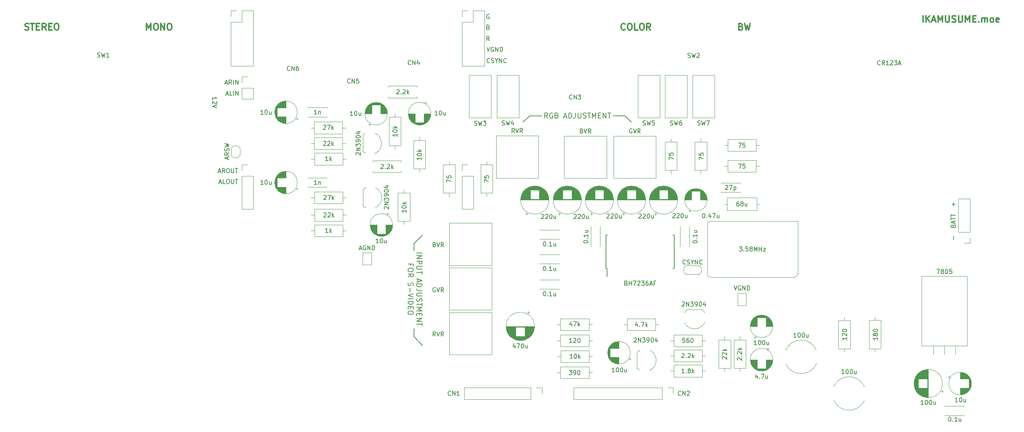
<source format=gbr>
G04 #@! TF.GenerationSoftware,KiCad,Pcbnew,(5.1.5)-3*
G04 #@! TF.CreationDate,2020-08-11T20:18:41+09:00*
G04 #@! TF.ProjectId,CPC-400 Audio&Video Board Mk.II,4350432d-3430-4302-9041-7564696f2656,rev?*
G04 #@! TF.SameCoordinates,Original*
G04 #@! TF.FileFunction,Legend,Top*
G04 #@! TF.FilePolarity,Positive*
%FSLAX46Y46*%
G04 Gerber Fmt 4.6, Leading zero omitted, Abs format (unit mm)*
G04 Created by KiCad (PCBNEW (5.1.5)-3) date 2020-08-11 20:18:41*
%MOMM*%
%LPD*%
G04 APERTURE LIST*
%ADD10C,0.200000*%
%ADD11C,0.300000*%
%ADD12C,0.120000*%
%ADD13C,0.150000*%
G04 APERTURE END LIST*
D10*
X145500000Y-25500000D02*
X142800000Y-25500000D01*
X123500000Y-25500000D02*
X126300000Y-25500000D01*
X96800000Y-76500000D02*
X96800000Y-74600000D01*
X96800000Y-55000000D02*
X96800000Y-56600000D01*
D11*
X214250000Y-3878571D02*
X214250000Y-2378571D01*
X214964285Y-3878571D02*
X214964285Y-2378571D01*
X215821428Y-3878571D02*
X215178571Y-3021428D01*
X215821428Y-2378571D02*
X214964285Y-3235714D01*
X216392857Y-3450000D02*
X217107142Y-3450000D01*
X216250000Y-3878571D02*
X216750000Y-2378571D01*
X217250000Y-3878571D01*
X217750000Y-3878571D02*
X217750000Y-2378571D01*
X218250000Y-3450000D01*
X218750000Y-2378571D01*
X218750000Y-3878571D01*
X219464285Y-2378571D02*
X219464285Y-3592857D01*
X219535714Y-3735714D01*
X219607142Y-3807142D01*
X219750000Y-3878571D01*
X220035714Y-3878571D01*
X220178571Y-3807142D01*
X220250000Y-3735714D01*
X220321428Y-3592857D01*
X220321428Y-2378571D01*
X220964285Y-3807142D02*
X221178571Y-3878571D01*
X221535714Y-3878571D01*
X221678571Y-3807142D01*
X221750000Y-3735714D01*
X221821428Y-3592857D01*
X221821428Y-3450000D01*
X221750000Y-3307142D01*
X221678571Y-3235714D01*
X221535714Y-3164285D01*
X221250000Y-3092857D01*
X221107142Y-3021428D01*
X221035714Y-2950000D01*
X220964285Y-2807142D01*
X220964285Y-2664285D01*
X221035714Y-2521428D01*
X221107142Y-2450000D01*
X221250000Y-2378571D01*
X221607142Y-2378571D01*
X221821428Y-2450000D01*
X222464285Y-2378571D02*
X222464285Y-3592857D01*
X222535714Y-3735714D01*
X222607142Y-3807142D01*
X222750000Y-3878571D01*
X223035714Y-3878571D01*
X223178571Y-3807142D01*
X223250000Y-3735714D01*
X223321428Y-3592857D01*
X223321428Y-2378571D01*
X224035714Y-3878571D02*
X224035714Y-2378571D01*
X224535714Y-3450000D01*
X225035714Y-2378571D01*
X225035714Y-3878571D01*
X225750000Y-3092857D02*
X226250000Y-3092857D01*
X226464285Y-3878571D02*
X225750000Y-3878571D01*
X225750000Y-2378571D01*
X226464285Y-2378571D01*
X227107142Y-3735714D02*
X227178571Y-3807142D01*
X227107142Y-3878571D01*
X227035714Y-3807142D01*
X227107142Y-3735714D01*
X227107142Y-3878571D01*
X227821428Y-3878571D02*
X227821428Y-2878571D01*
X227821428Y-3021428D02*
X227892857Y-2950000D01*
X228035714Y-2878571D01*
X228250000Y-2878571D01*
X228392857Y-2950000D01*
X228464285Y-3092857D01*
X228464285Y-3878571D01*
X228464285Y-3092857D02*
X228535714Y-2950000D01*
X228678571Y-2878571D01*
X228892857Y-2878571D01*
X229035714Y-2950000D01*
X229107142Y-3092857D01*
X229107142Y-3878571D01*
X230035714Y-3878571D02*
X229892857Y-3807142D01*
X229821428Y-3735714D01*
X229750000Y-3592857D01*
X229750000Y-3164285D01*
X229821428Y-3021428D01*
X229892857Y-2950000D01*
X230035714Y-2878571D01*
X230250000Y-2878571D01*
X230392857Y-2950000D01*
X230464285Y-3021428D01*
X230535714Y-3164285D01*
X230535714Y-3592857D01*
X230464285Y-3735714D01*
X230392857Y-3807142D01*
X230250000Y-3878571D01*
X230035714Y-3878571D01*
X231750000Y-3807142D02*
X231607142Y-3878571D01*
X231321428Y-3878571D01*
X231178571Y-3807142D01*
X231107142Y-3664285D01*
X231107142Y-3092857D01*
X231178571Y-2950000D01*
X231321428Y-2878571D01*
X231607142Y-2878571D01*
X231750000Y-2950000D01*
X231821428Y-3092857D01*
X231821428Y-3235714D01*
X231107142Y-3378571D01*
X172250000Y-4892857D02*
X172464285Y-4964285D01*
X172535714Y-5035714D01*
X172607142Y-5178571D01*
X172607142Y-5392857D01*
X172535714Y-5535714D01*
X172464285Y-5607142D01*
X172321428Y-5678571D01*
X171750000Y-5678571D01*
X171750000Y-4178571D01*
X172250000Y-4178571D01*
X172392857Y-4250000D01*
X172464285Y-4321428D01*
X172535714Y-4464285D01*
X172535714Y-4607142D01*
X172464285Y-4750000D01*
X172392857Y-4821428D01*
X172250000Y-4892857D01*
X171750000Y-4892857D01*
X173107142Y-4178571D02*
X173464285Y-5678571D01*
X173750000Y-4607142D01*
X174035714Y-5678571D01*
X174392857Y-4178571D01*
X145535714Y-5535714D02*
X145464285Y-5607142D01*
X145250000Y-5678571D01*
X145107142Y-5678571D01*
X144892857Y-5607142D01*
X144750000Y-5464285D01*
X144678571Y-5321428D01*
X144607142Y-5035714D01*
X144607142Y-4821428D01*
X144678571Y-4535714D01*
X144750000Y-4392857D01*
X144892857Y-4250000D01*
X145107142Y-4178571D01*
X145250000Y-4178571D01*
X145464285Y-4250000D01*
X145535714Y-4321428D01*
X146464285Y-4178571D02*
X146750000Y-4178571D01*
X146892857Y-4250000D01*
X147035714Y-4392857D01*
X147107142Y-4678571D01*
X147107142Y-5178571D01*
X147035714Y-5464285D01*
X146892857Y-5607142D01*
X146750000Y-5678571D01*
X146464285Y-5678571D01*
X146321428Y-5607142D01*
X146178571Y-5464285D01*
X146107142Y-5178571D01*
X146107142Y-4678571D01*
X146178571Y-4392857D01*
X146321428Y-4250000D01*
X146464285Y-4178571D01*
X148464285Y-5678571D02*
X147750000Y-5678571D01*
X147750000Y-4178571D01*
X149250000Y-4178571D02*
X149535714Y-4178571D01*
X149678571Y-4250000D01*
X149821428Y-4392857D01*
X149892857Y-4678571D01*
X149892857Y-5178571D01*
X149821428Y-5464285D01*
X149678571Y-5607142D01*
X149535714Y-5678571D01*
X149250000Y-5678571D01*
X149107142Y-5607142D01*
X148964285Y-5464285D01*
X148892857Y-5178571D01*
X148892857Y-4678571D01*
X148964285Y-4392857D01*
X149107142Y-4250000D01*
X149250000Y-4178571D01*
X151392857Y-5678571D02*
X150892857Y-4964285D01*
X150535714Y-5678571D02*
X150535714Y-4178571D01*
X151107142Y-4178571D01*
X151250000Y-4250000D01*
X151321428Y-4321428D01*
X151392857Y-4464285D01*
X151392857Y-4678571D01*
X151321428Y-4821428D01*
X151250000Y-4892857D01*
X151107142Y-4964285D01*
X150535714Y-4964285D01*
X35142857Y-5678571D02*
X35142857Y-4178571D01*
X35642857Y-5250000D01*
X36142857Y-4178571D01*
X36142857Y-5678571D01*
X37142857Y-4178571D02*
X37428571Y-4178571D01*
X37571428Y-4250000D01*
X37714285Y-4392857D01*
X37785714Y-4678571D01*
X37785714Y-5178571D01*
X37714285Y-5464285D01*
X37571428Y-5607142D01*
X37428571Y-5678571D01*
X37142857Y-5678571D01*
X37000000Y-5607142D01*
X36857142Y-5464285D01*
X36785714Y-5178571D01*
X36785714Y-4678571D01*
X36857142Y-4392857D01*
X37000000Y-4250000D01*
X37142857Y-4178571D01*
X38428571Y-5678571D02*
X38428571Y-4178571D01*
X39285714Y-5678571D01*
X39285714Y-4178571D01*
X40285714Y-4178571D02*
X40571428Y-4178571D01*
X40714285Y-4250000D01*
X40857142Y-4392857D01*
X40928571Y-4678571D01*
X40928571Y-5178571D01*
X40857142Y-5464285D01*
X40714285Y-5607142D01*
X40571428Y-5678571D01*
X40285714Y-5678571D01*
X40142857Y-5607142D01*
X40000000Y-5464285D01*
X39928571Y-5178571D01*
X39928571Y-4678571D01*
X40000000Y-4392857D01*
X40142857Y-4250000D01*
X40285714Y-4178571D01*
X7107142Y-5607142D02*
X7321428Y-5678571D01*
X7678571Y-5678571D01*
X7821428Y-5607142D01*
X7892857Y-5535714D01*
X7964285Y-5392857D01*
X7964285Y-5250000D01*
X7892857Y-5107142D01*
X7821428Y-5035714D01*
X7678571Y-4964285D01*
X7392857Y-4892857D01*
X7250000Y-4821428D01*
X7178571Y-4750000D01*
X7107142Y-4607142D01*
X7107142Y-4464285D01*
X7178571Y-4321428D01*
X7250000Y-4250000D01*
X7392857Y-4178571D01*
X7750000Y-4178571D01*
X7964285Y-4250000D01*
X8392857Y-4178571D02*
X9250000Y-4178571D01*
X8821428Y-5678571D02*
X8821428Y-4178571D01*
X9750000Y-4892857D02*
X10250000Y-4892857D01*
X10464285Y-5678571D02*
X9750000Y-5678571D01*
X9750000Y-4178571D01*
X10464285Y-4178571D01*
X11964285Y-5678571D02*
X11464285Y-4964285D01*
X11107142Y-5678571D02*
X11107142Y-4178571D01*
X11678571Y-4178571D01*
X11821428Y-4250000D01*
X11892857Y-4321428D01*
X11964285Y-4464285D01*
X11964285Y-4678571D01*
X11892857Y-4821428D01*
X11821428Y-4892857D01*
X11678571Y-4964285D01*
X11107142Y-4964285D01*
X12607142Y-4892857D02*
X13107142Y-4892857D01*
X13321428Y-5678571D02*
X12607142Y-5678571D01*
X12607142Y-4178571D01*
X13321428Y-4178571D01*
X14250000Y-4178571D02*
X14535714Y-4178571D01*
X14678571Y-4250000D01*
X14821428Y-4392857D01*
X14892857Y-4678571D01*
X14892857Y-5178571D01*
X14821428Y-5464285D01*
X14678571Y-5607142D01*
X14535714Y-5678571D01*
X14250000Y-5678571D01*
X14107142Y-5607142D01*
X13964285Y-5464285D01*
X13892857Y-5178571D01*
X13892857Y-4678571D01*
X13964285Y-4392857D01*
X14107142Y-4250000D01*
X14250000Y-4178571D01*
D10*
X145500000Y-25500000D02*
X147000000Y-27000000D01*
X122000000Y-27000000D02*
X123500000Y-25500000D01*
X127671428Y-26042857D02*
X127271428Y-25471428D01*
X126985714Y-26042857D02*
X126985714Y-24842857D01*
X127442857Y-24842857D01*
X127557142Y-24900000D01*
X127614285Y-24957142D01*
X127671428Y-25071428D01*
X127671428Y-25242857D01*
X127614285Y-25357142D01*
X127557142Y-25414285D01*
X127442857Y-25471428D01*
X126985714Y-25471428D01*
X128814285Y-24900000D02*
X128700000Y-24842857D01*
X128528571Y-24842857D01*
X128357142Y-24900000D01*
X128242857Y-25014285D01*
X128185714Y-25128571D01*
X128128571Y-25357142D01*
X128128571Y-25528571D01*
X128185714Y-25757142D01*
X128242857Y-25871428D01*
X128357142Y-25985714D01*
X128528571Y-26042857D01*
X128642857Y-26042857D01*
X128814285Y-25985714D01*
X128871428Y-25928571D01*
X128871428Y-25528571D01*
X128642857Y-25528571D01*
X129785714Y-25414285D02*
X129957142Y-25471428D01*
X130014285Y-25528571D01*
X130071428Y-25642857D01*
X130071428Y-25814285D01*
X130014285Y-25928571D01*
X129957142Y-25985714D01*
X129842857Y-26042857D01*
X129385714Y-26042857D01*
X129385714Y-24842857D01*
X129785714Y-24842857D01*
X129900000Y-24900000D01*
X129957142Y-24957142D01*
X130014285Y-25071428D01*
X130014285Y-25185714D01*
X129957142Y-25300000D01*
X129900000Y-25357142D01*
X129785714Y-25414285D01*
X129385714Y-25414285D01*
X131442857Y-25700000D02*
X132014285Y-25700000D01*
X131328571Y-26042857D02*
X131728571Y-24842857D01*
X132128571Y-26042857D01*
X132528571Y-26042857D02*
X132528571Y-24842857D01*
X132814285Y-24842857D01*
X132985714Y-24900000D01*
X133100000Y-25014285D01*
X133157142Y-25128571D01*
X133214285Y-25357142D01*
X133214285Y-25528571D01*
X133157142Y-25757142D01*
X133100000Y-25871428D01*
X132985714Y-25985714D01*
X132814285Y-26042857D01*
X132528571Y-26042857D01*
X134071428Y-24842857D02*
X134071428Y-25700000D01*
X134014285Y-25871428D01*
X133900000Y-25985714D01*
X133728571Y-26042857D01*
X133614285Y-26042857D01*
X134642857Y-24842857D02*
X134642857Y-25814285D01*
X134700000Y-25928571D01*
X134757142Y-25985714D01*
X134871428Y-26042857D01*
X135100000Y-26042857D01*
X135214285Y-25985714D01*
X135271428Y-25928571D01*
X135328571Y-25814285D01*
X135328571Y-24842857D01*
X135842857Y-25985714D02*
X136014285Y-26042857D01*
X136300000Y-26042857D01*
X136414285Y-25985714D01*
X136471428Y-25928571D01*
X136528571Y-25814285D01*
X136528571Y-25700000D01*
X136471428Y-25585714D01*
X136414285Y-25528571D01*
X136300000Y-25471428D01*
X136071428Y-25414285D01*
X135957142Y-25357142D01*
X135900000Y-25300000D01*
X135842857Y-25185714D01*
X135842857Y-25071428D01*
X135900000Y-24957142D01*
X135957142Y-24900000D01*
X136071428Y-24842857D01*
X136357142Y-24842857D01*
X136528571Y-24900000D01*
X136871428Y-24842857D02*
X137557142Y-24842857D01*
X137214285Y-26042857D02*
X137214285Y-24842857D01*
X137957142Y-26042857D02*
X137957142Y-24842857D01*
X138357142Y-25700000D01*
X138757142Y-24842857D01*
X138757142Y-26042857D01*
X139328571Y-25414285D02*
X139728571Y-25414285D01*
X139900000Y-26042857D02*
X139328571Y-26042857D01*
X139328571Y-24842857D01*
X139900000Y-24842857D01*
X140414285Y-26042857D02*
X140414285Y-24842857D01*
X141100000Y-26042857D01*
X141100000Y-24842857D01*
X141500000Y-24842857D02*
X142185714Y-24842857D01*
X141842857Y-26042857D02*
X141842857Y-24842857D01*
X98800000Y-78500000D02*
X96800000Y-76500000D01*
X96800000Y-55000000D02*
X98800000Y-53000000D01*
X97457142Y-57185714D02*
X98657142Y-57185714D01*
X97457142Y-57757142D02*
X98657142Y-57757142D01*
X97457142Y-58442857D01*
X98657142Y-58442857D01*
X97457142Y-59014285D02*
X98657142Y-59014285D01*
X98657142Y-59471428D01*
X98600000Y-59585714D01*
X98542857Y-59642857D01*
X98428571Y-59700000D01*
X98257142Y-59700000D01*
X98142857Y-59642857D01*
X98085714Y-59585714D01*
X98028571Y-59471428D01*
X98028571Y-59014285D01*
X98657142Y-60214285D02*
X97685714Y-60214285D01*
X97571428Y-60271428D01*
X97514285Y-60328571D01*
X97457142Y-60442857D01*
X97457142Y-60671428D01*
X97514285Y-60785714D01*
X97571428Y-60842857D01*
X97685714Y-60900000D01*
X98657142Y-60900000D01*
X98657142Y-61300000D02*
X98657142Y-61985714D01*
X97457142Y-61642857D02*
X98657142Y-61642857D01*
X97800000Y-63242857D02*
X97800000Y-63814285D01*
X97457142Y-63128571D02*
X98657142Y-63528571D01*
X97457142Y-63928571D01*
X97457142Y-64328571D02*
X98657142Y-64328571D01*
X98657142Y-64614285D01*
X98600000Y-64785714D01*
X98485714Y-64900000D01*
X98371428Y-64957142D01*
X98142857Y-65014285D01*
X97971428Y-65014285D01*
X97742857Y-64957142D01*
X97628571Y-64900000D01*
X97514285Y-64785714D01*
X97457142Y-64614285D01*
X97457142Y-64328571D01*
X98657142Y-65871428D02*
X97800000Y-65871428D01*
X97628571Y-65814285D01*
X97514285Y-65700000D01*
X97457142Y-65528571D01*
X97457142Y-65414285D01*
X98657142Y-66442857D02*
X97685714Y-66442857D01*
X97571428Y-66500000D01*
X97514285Y-66557142D01*
X97457142Y-66671428D01*
X97457142Y-66900000D01*
X97514285Y-67014285D01*
X97571428Y-67071428D01*
X97685714Y-67128571D01*
X98657142Y-67128571D01*
X97514285Y-67642857D02*
X97457142Y-67814285D01*
X97457142Y-68100000D01*
X97514285Y-68214285D01*
X97571428Y-68271428D01*
X97685714Y-68328571D01*
X97800000Y-68328571D01*
X97914285Y-68271428D01*
X97971428Y-68214285D01*
X98028571Y-68100000D01*
X98085714Y-67871428D01*
X98142857Y-67757142D01*
X98200000Y-67700000D01*
X98314285Y-67642857D01*
X98428571Y-67642857D01*
X98542857Y-67700000D01*
X98600000Y-67757142D01*
X98657142Y-67871428D01*
X98657142Y-68157142D01*
X98600000Y-68328571D01*
X98657142Y-68671428D02*
X98657142Y-69357142D01*
X97457142Y-69014285D02*
X98657142Y-69014285D01*
X97457142Y-69757142D02*
X98657142Y-69757142D01*
X97800000Y-70157142D01*
X98657142Y-70557142D01*
X97457142Y-70557142D01*
X98085714Y-71128571D02*
X98085714Y-71528571D01*
X97457142Y-71700000D02*
X97457142Y-71128571D01*
X98657142Y-71128571D01*
X98657142Y-71700000D01*
X97457142Y-72214285D02*
X98657142Y-72214285D01*
X97457142Y-72900000D01*
X98657142Y-72900000D01*
X98657142Y-73300000D02*
X98657142Y-73985714D01*
X97457142Y-73642857D02*
X98657142Y-73642857D01*
X96085714Y-60100000D02*
X96085714Y-59700000D01*
X95457142Y-59700000D02*
X96657142Y-59700000D01*
X96657142Y-60271428D01*
X96657142Y-60957142D02*
X96657142Y-61185714D01*
X96600000Y-61300000D01*
X96485714Y-61414285D01*
X96257142Y-61471428D01*
X95857142Y-61471428D01*
X95628571Y-61414285D01*
X95514285Y-61300000D01*
X95457142Y-61185714D01*
X95457142Y-60957142D01*
X95514285Y-60842857D01*
X95628571Y-60728571D01*
X95857142Y-60671428D01*
X96257142Y-60671428D01*
X96485714Y-60728571D01*
X96600000Y-60842857D01*
X96657142Y-60957142D01*
X95457142Y-62671428D02*
X96028571Y-62271428D01*
X95457142Y-61985714D02*
X96657142Y-61985714D01*
X96657142Y-62442857D01*
X96600000Y-62557142D01*
X96542857Y-62614285D01*
X96428571Y-62671428D01*
X96257142Y-62671428D01*
X96142857Y-62614285D01*
X96085714Y-62557142D01*
X96028571Y-62442857D01*
X96028571Y-61985714D01*
X95514285Y-64042857D02*
X95457142Y-64214285D01*
X95457142Y-64500000D01*
X95514285Y-64614285D01*
X95571428Y-64671428D01*
X95685714Y-64728571D01*
X95800000Y-64728571D01*
X95914285Y-64671428D01*
X95971428Y-64614285D01*
X96028571Y-64500000D01*
X96085714Y-64271428D01*
X96142857Y-64157142D01*
X96200000Y-64100000D01*
X96314285Y-64042857D01*
X96428571Y-64042857D01*
X96542857Y-64100000D01*
X96600000Y-64157142D01*
X96657142Y-64271428D01*
X96657142Y-64557142D01*
X96600000Y-64728571D01*
X95914285Y-65242857D02*
X95914285Y-66157142D01*
X96657142Y-66557142D02*
X95457142Y-66957142D01*
X96657142Y-67357142D01*
X95457142Y-67757142D02*
X96657142Y-67757142D01*
X95457142Y-68328571D02*
X96657142Y-68328571D01*
X96657142Y-68614285D01*
X96600000Y-68785714D01*
X96485714Y-68900000D01*
X96371428Y-68957142D01*
X96142857Y-69014285D01*
X95971428Y-69014285D01*
X95742857Y-68957142D01*
X95628571Y-68900000D01*
X95514285Y-68785714D01*
X95457142Y-68614285D01*
X95457142Y-68328571D01*
X96085714Y-69528571D02*
X96085714Y-69928571D01*
X95457142Y-70100000D02*
X95457142Y-69528571D01*
X96657142Y-69528571D01*
X96657142Y-70100000D01*
X96657142Y-70842857D02*
X96657142Y-71071428D01*
X96600000Y-71185714D01*
X96485714Y-71300000D01*
X96257142Y-71357142D01*
X95857142Y-71357142D01*
X95628571Y-71300000D01*
X95514285Y-71185714D01*
X95457142Y-71071428D01*
X95457142Y-70842857D01*
X95514285Y-70728571D01*
X95628571Y-70614285D01*
X95857142Y-70557142D01*
X96257142Y-70557142D01*
X96485714Y-70614285D01*
X96600000Y-70728571D01*
X96657142Y-70842857D01*
X113642857Y-9652380D02*
X113976190Y-10652380D01*
X114309523Y-9652380D01*
X115166666Y-9700000D02*
X115071428Y-9652380D01*
X114928571Y-9652380D01*
X114785714Y-9700000D01*
X114690476Y-9795238D01*
X114642857Y-9890476D01*
X114595238Y-10080952D01*
X114595238Y-10223809D01*
X114642857Y-10414285D01*
X114690476Y-10509523D01*
X114785714Y-10604761D01*
X114928571Y-10652380D01*
X115023809Y-10652380D01*
X115166666Y-10604761D01*
X115214285Y-10557142D01*
X115214285Y-10223809D01*
X115023809Y-10223809D01*
X115642857Y-10652380D02*
X115642857Y-9652380D01*
X116214285Y-10652380D01*
X116214285Y-9652380D01*
X116690476Y-10652380D02*
X116690476Y-9652380D01*
X116928571Y-9652380D01*
X117071428Y-9700000D01*
X117166666Y-9795238D01*
X117214285Y-9890476D01*
X117261904Y-10080952D01*
X117261904Y-10223809D01*
X117214285Y-10414285D01*
X117166666Y-10509523D01*
X117071428Y-10604761D01*
X116928571Y-10652380D01*
X116690476Y-10652380D01*
X113971428Y-5028571D02*
X114114285Y-5076190D01*
X114161904Y-5123809D01*
X114209523Y-5219047D01*
X114209523Y-5361904D01*
X114161904Y-5457142D01*
X114114285Y-5504761D01*
X114019047Y-5552380D01*
X113638095Y-5552380D01*
X113638095Y-4552380D01*
X113971428Y-4552380D01*
X114066666Y-4600000D01*
X114114285Y-4647619D01*
X114161904Y-4742857D01*
X114161904Y-4838095D01*
X114114285Y-4933333D01*
X114066666Y-4980952D01*
X113971428Y-5028571D01*
X113638095Y-5028571D01*
X53495238Y-20466666D02*
X53971428Y-20466666D01*
X53400000Y-20752380D02*
X53733333Y-19752380D01*
X54066666Y-20752380D01*
X54876190Y-20752380D02*
X54400000Y-20752380D01*
X54400000Y-19752380D01*
X55209523Y-20752380D02*
X55209523Y-19752380D01*
X55685714Y-20752380D02*
X55685714Y-19752380D01*
X56257142Y-20752380D01*
X56257142Y-19752380D01*
X53300000Y-17966666D02*
X53776190Y-17966666D01*
X53204761Y-18252380D02*
X53538095Y-17252380D01*
X53871428Y-18252380D01*
X54776190Y-18252380D02*
X54442857Y-17776190D01*
X54204761Y-18252380D02*
X54204761Y-17252380D01*
X54585714Y-17252380D01*
X54680952Y-17300000D01*
X54728571Y-17347619D01*
X54776190Y-17442857D01*
X54776190Y-17585714D01*
X54728571Y-17680952D01*
X54680952Y-17728571D01*
X54585714Y-17776190D01*
X54204761Y-17776190D01*
X55204761Y-18252380D02*
X55204761Y-17252380D01*
X55680952Y-18252380D02*
X55680952Y-17252380D01*
X56252380Y-18252380D01*
X56252380Y-17252380D01*
X51928571Y-40866666D02*
X52404761Y-40866666D01*
X51833333Y-41152380D02*
X52166666Y-40152380D01*
X52500000Y-41152380D01*
X53309523Y-41152380D02*
X52833333Y-41152380D01*
X52833333Y-40152380D01*
X53833333Y-40152380D02*
X54023809Y-40152380D01*
X54119047Y-40200000D01*
X54214285Y-40295238D01*
X54261904Y-40485714D01*
X54261904Y-40819047D01*
X54214285Y-41009523D01*
X54119047Y-41104761D01*
X54023809Y-41152380D01*
X53833333Y-41152380D01*
X53738095Y-41104761D01*
X53642857Y-41009523D01*
X53595238Y-40819047D01*
X53595238Y-40485714D01*
X53642857Y-40295238D01*
X53738095Y-40200000D01*
X53833333Y-40152380D01*
X54690476Y-40152380D02*
X54690476Y-40961904D01*
X54738095Y-41057142D01*
X54785714Y-41104761D01*
X54880952Y-41152380D01*
X55071428Y-41152380D01*
X55166666Y-41104761D01*
X55214285Y-41057142D01*
X55261904Y-40961904D01*
X55261904Y-40152380D01*
X55595238Y-40152380D02*
X56166666Y-40152380D01*
X55880952Y-41152380D02*
X55880952Y-40152380D01*
X51733333Y-38366666D02*
X52209523Y-38366666D01*
X51638095Y-38652380D02*
X51971428Y-37652380D01*
X52304761Y-38652380D01*
X53209523Y-38652380D02*
X52876190Y-38176190D01*
X52638095Y-38652380D02*
X52638095Y-37652380D01*
X53019047Y-37652380D01*
X53114285Y-37700000D01*
X53161904Y-37747619D01*
X53209523Y-37842857D01*
X53209523Y-37985714D01*
X53161904Y-38080952D01*
X53114285Y-38128571D01*
X53019047Y-38176190D01*
X52638095Y-38176190D01*
X53828571Y-37652380D02*
X54019047Y-37652380D01*
X54114285Y-37700000D01*
X54209523Y-37795238D01*
X54257142Y-37985714D01*
X54257142Y-38319047D01*
X54209523Y-38509523D01*
X54114285Y-38604761D01*
X54019047Y-38652380D01*
X53828571Y-38652380D01*
X53733333Y-38604761D01*
X53638095Y-38509523D01*
X53590476Y-38319047D01*
X53590476Y-37985714D01*
X53638095Y-37795238D01*
X53733333Y-37700000D01*
X53828571Y-37652380D01*
X54685714Y-37652380D02*
X54685714Y-38461904D01*
X54733333Y-38557142D01*
X54780952Y-38604761D01*
X54876190Y-38652380D01*
X55066666Y-38652380D01*
X55161904Y-38604761D01*
X55209523Y-38557142D01*
X55257142Y-38461904D01*
X55257142Y-37652380D01*
X55590476Y-37652380D02*
X56161904Y-37652380D01*
X55876190Y-38652380D02*
X55876190Y-37652380D01*
X114280952Y-13157142D02*
X114233333Y-13204761D01*
X114090476Y-13252380D01*
X113995238Y-13252380D01*
X113852380Y-13204761D01*
X113757142Y-13109523D01*
X113709523Y-13014285D01*
X113661904Y-12823809D01*
X113661904Y-12680952D01*
X113709523Y-12490476D01*
X113757142Y-12395238D01*
X113852380Y-12300000D01*
X113995238Y-12252380D01*
X114090476Y-12252380D01*
X114233333Y-12300000D01*
X114280952Y-12347619D01*
X114661904Y-13204761D02*
X114804761Y-13252380D01*
X115042857Y-13252380D01*
X115138095Y-13204761D01*
X115185714Y-13157142D01*
X115233333Y-13061904D01*
X115233333Y-12966666D01*
X115185714Y-12871428D01*
X115138095Y-12823809D01*
X115042857Y-12776190D01*
X114852380Y-12728571D01*
X114757142Y-12680952D01*
X114709523Y-12633333D01*
X114661904Y-12538095D01*
X114661904Y-12442857D01*
X114709523Y-12347619D01*
X114757142Y-12300000D01*
X114852380Y-12252380D01*
X115090476Y-12252380D01*
X115233333Y-12300000D01*
X115852380Y-12776190D02*
X115852380Y-13252380D01*
X115519047Y-12252380D02*
X115852380Y-12776190D01*
X116185714Y-12252380D01*
X116519047Y-13252380D02*
X116519047Y-12252380D01*
X117090476Y-13252380D01*
X117090476Y-12252380D01*
X118138095Y-13157142D02*
X118090476Y-13204761D01*
X117947619Y-13252380D01*
X117852380Y-13252380D01*
X117709523Y-13204761D01*
X117614285Y-13109523D01*
X117566666Y-13014285D01*
X117519047Y-12823809D01*
X117519047Y-12680952D01*
X117566666Y-12490476D01*
X117614285Y-12395238D01*
X117709523Y-12300000D01*
X117852380Y-12252380D01*
X117947619Y-12252380D01*
X118090476Y-12300000D01*
X118138095Y-12347619D01*
X114209523Y-8152380D02*
X113876190Y-7676190D01*
X113638095Y-8152380D02*
X113638095Y-7152380D01*
X114019047Y-7152380D01*
X114114285Y-7200000D01*
X114161904Y-7247619D01*
X114209523Y-7342857D01*
X114209523Y-7485714D01*
X114161904Y-7580952D01*
X114114285Y-7628571D01*
X114019047Y-7676190D01*
X113638095Y-7676190D01*
X114161904Y-2100000D02*
X114066666Y-2052380D01*
X113923809Y-2052380D01*
X113780952Y-2100000D01*
X113685714Y-2195238D01*
X113638095Y-2290476D01*
X113590476Y-2480952D01*
X113590476Y-2623809D01*
X113638095Y-2814285D01*
X113685714Y-2909523D01*
X113780952Y-3004761D01*
X113923809Y-3052380D01*
X114019047Y-3052380D01*
X114161904Y-3004761D01*
X114209523Y-2957142D01*
X114209523Y-2623809D01*
X114019047Y-2623809D01*
X50347619Y-21780952D02*
X50347619Y-21209523D01*
X50347619Y-21495238D02*
X51347619Y-21495238D01*
X51204761Y-21400000D01*
X51109523Y-21304761D01*
X51061904Y-21209523D01*
X51252380Y-22161904D02*
X51300000Y-22209523D01*
X51347619Y-22304761D01*
X51347619Y-22542857D01*
X51300000Y-22638095D01*
X51252380Y-22685714D01*
X51157142Y-22733333D01*
X51061904Y-22733333D01*
X50919047Y-22685714D01*
X50347619Y-22114285D01*
X50347619Y-22733333D01*
X51347619Y-23019047D02*
X50347619Y-23352380D01*
X51347619Y-23685714D01*
D12*
X90720000Y-25000000D02*
G75*
G03X90720000Y-25000000I-2620000J0D01*
G01*
X89140000Y-25000000D02*
X90680000Y-25000000D01*
X85520000Y-25000000D02*
X87060000Y-25000000D01*
X89140000Y-24960000D02*
X90680000Y-24960000D01*
X85520000Y-24960000D02*
X87060000Y-24960000D01*
X85521000Y-24920000D02*
X87060000Y-24920000D01*
X89140000Y-24920000D02*
X90679000Y-24920000D01*
X85522000Y-24880000D02*
X87060000Y-24880000D01*
X89140000Y-24880000D02*
X90678000Y-24880000D01*
X85524000Y-24840000D02*
X87060000Y-24840000D01*
X89140000Y-24840000D02*
X90676000Y-24840000D01*
X85527000Y-24800000D02*
X87060000Y-24800000D01*
X89140000Y-24800000D02*
X90673000Y-24800000D01*
X85531000Y-24760000D02*
X87060000Y-24760000D01*
X89140000Y-24760000D02*
X90669000Y-24760000D01*
X85535000Y-24720000D02*
X87060000Y-24720000D01*
X89140000Y-24720000D02*
X90665000Y-24720000D01*
X85539000Y-24680000D02*
X87060000Y-24680000D01*
X89140000Y-24680000D02*
X90661000Y-24680000D01*
X85544000Y-24640000D02*
X87060000Y-24640000D01*
X89140000Y-24640000D02*
X90656000Y-24640000D01*
X85550000Y-24600000D02*
X87060000Y-24600000D01*
X89140000Y-24600000D02*
X90650000Y-24600000D01*
X85557000Y-24560000D02*
X87060000Y-24560000D01*
X89140000Y-24560000D02*
X90643000Y-24560000D01*
X85564000Y-24520000D02*
X87060000Y-24520000D01*
X89140000Y-24520000D02*
X90636000Y-24520000D01*
X85572000Y-24480000D02*
X87060000Y-24480000D01*
X89140000Y-24480000D02*
X90628000Y-24480000D01*
X85580000Y-24440000D02*
X87060000Y-24440000D01*
X89140000Y-24440000D02*
X90620000Y-24440000D01*
X85589000Y-24400000D02*
X87060000Y-24400000D01*
X89140000Y-24400000D02*
X90611000Y-24400000D01*
X85599000Y-24360000D02*
X87060000Y-24360000D01*
X89140000Y-24360000D02*
X90601000Y-24360000D01*
X85609000Y-24320000D02*
X87060000Y-24320000D01*
X89140000Y-24320000D02*
X90591000Y-24320000D01*
X85620000Y-24279000D02*
X87060000Y-24279000D01*
X89140000Y-24279000D02*
X90580000Y-24279000D01*
X85632000Y-24239000D02*
X87060000Y-24239000D01*
X89140000Y-24239000D02*
X90568000Y-24239000D01*
X85645000Y-24199000D02*
X87060000Y-24199000D01*
X89140000Y-24199000D02*
X90555000Y-24199000D01*
X85658000Y-24159000D02*
X87060000Y-24159000D01*
X89140000Y-24159000D02*
X90542000Y-24159000D01*
X85672000Y-24119000D02*
X87060000Y-24119000D01*
X89140000Y-24119000D02*
X90528000Y-24119000D01*
X85686000Y-24079000D02*
X87060000Y-24079000D01*
X89140000Y-24079000D02*
X90514000Y-24079000D01*
X85702000Y-24039000D02*
X87060000Y-24039000D01*
X89140000Y-24039000D02*
X90498000Y-24039000D01*
X85718000Y-23999000D02*
X87060000Y-23999000D01*
X89140000Y-23999000D02*
X90482000Y-23999000D01*
X85735000Y-23959000D02*
X87060000Y-23959000D01*
X89140000Y-23959000D02*
X90465000Y-23959000D01*
X85752000Y-23919000D02*
X87060000Y-23919000D01*
X89140000Y-23919000D02*
X90448000Y-23919000D01*
X85771000Y-23879000D02*
X87060000Y-23879000D01*
X89140000Y-23879000D02*
X90429000Y-23879000D01*
X85790000Y-23839000D02*
X87060000Y-23839000D01*
X89140000Y-23839000D02*
X90410000Y-23839000D01*
X85810000Y-23799000D02*
X87060000Y-23799000D01*
X89140000Y-23799000D02*
X90390000Y-23799000D01*
X85832000Y-23759000D02*
X87060000Y-23759000D01*
X89140000Y-23759000D02*
X90368000Y-23759000D01*
X85853000Y-23719000D02*
X87060000Y-23719000D01*
X89140000Y-23719000D02*
X90347000Y-23719000D01*
X85876000Y-23679000D02*
X87060000Y-23679000D01*
X89140000Y-23679000D02*
X90324000Y-23679000D01*
X85900000Y-23639000D02*
X87060000Y-23639000D01*
X89140000Y-23639000D02*
X90300000Y-23639000D01*
X85925000Y-23599000D02*
X87060000Y-23599000D01*
X89140000Y-23599000D02*
X90275000Y-23599000D01*
X85951000Y-23559000D02*
X87060000Y-23559000D01*
X89140000Y-23559000D02*
X90249000Y-23559000D01*
X85978000Y-23519000D02*
X87060000Y-23519000D01*
X89140000Y-23519000D02*
X90222000Y-23519000D01*
X86005000Y-23479000D02*
X87060000Y-23479000D01*
X89140000Y-23479000D02*
X90195000Y-23479000D01*
X86035000Y-23439000D02*
X87060000Y-23439000D01*
X89140000Y-23439000D02*
X90165000Y-23439000D01*
X86065000Y-23399000D02*
X87060000Y-23399000D01*
X89140000Y-23399000D02*
X90135000Y-23399000D01*
X86096000Y-23359000D02*
X87060000Y-23359000D01*
X89140000Y-23359000D02*
X90104000Y-23359000D01*
X86129000Y-23319000D02*
X87060000Y-23319000D01*
X89140000Y-23319000D02*
X90071000Y-23319000D01*
X86163000Y-23279000D02*
X87060000Y-23279000D01*
X89140000Y-23279000D02*
X90037000Y-23279000D01*
X86199000Y-23239000D02*
X87060000Y-23239000D01*
X89140000Y-23239000D02*
X90001000Y-23239000D01*
X86236000Y-23199000D02*
X87060000Y-23199000D01*
X89140000Y-23199000D02*
X89964000Y-23199000D01*
X86274000Y-23159000D02*
X87060000Y-23159000D01*
X89140000Y-23159000D02*
X89926000Y-23159000D01*
X86315000Y-23119000D02*
X87060000Y-23119000D01*
X89140000Y-23119000D02*
X89885000Y-23119000D01*
X86357000Y-23079000D02*
X87060000Y-23079000D01*
X89140000Y-23079000D02*
X89843000Y-23079000D01*
X86401000Y-23039000D02*
X87060000Y-23039000D01*
X89140000Y-23039000D02*
X89799000Y-23039000D01*
X86447000Y-22999000D02*
X87060000Y-22999000D01*
X89140000Y-22999000D02*
X89753000Y-22999000D01*
X86495000Y-22959000D02*
X89705000Y-22959000D01*
X86546000Y-22919000D02*
X89654000Y-22919000D01*
X86600000Y-22879000D02*
X89600000Y-22879000D01*
X86657000Y-22839000D02*
X89543000Y-22839000D01*
X86717000Y-22799000D02*
X89483000Y-22799000D01*
X86781000Y-22759000D02*
X89419000Y-22759000D01*
X86849000Y-22719000D02*
X89351000Y-22719000D01*
X86922000Y-22679000D02*
X89278000Y-22679000D01*
X87002000Y-22639000D02*
X89198000Y-22639000D01*
X87089000Y-22599000D02*
X89111000Y-22599000D01*
X87185000Y-22559000D02*
X89015000Y-22559000D01*
X87295000Y-22519000D02*
X88905000Y-22519000D01*
X87423000Y-22479000D02*
X88777000Y-22479000D01*
X87582000Y-22439000D02*
X88618000Y-22439000D01*
X87816000Y-22399000D02*
X88384000Y-22399000D01*
X86625000Y-27804775D02*
X86625000Y-27304775D01*
X86375000Y-27554775D02*
X86875000Y-27554775D01*
X127970000Y-44950000D02*
G75*
G03X127970000Y-44950000I-3270000J0D01*
G01*
X121470000Y-44950000D02*
X127930000Y-44950000D01*
X121470000Y-44910000D02*
X127930000Y-44910000D01*
X121470000Y-44870000D02*
X127930000Y-44870000D01*
X121472000Y-44830000D02*
X127928000Y-44830000D01*
X121473000Y-44790000D02*
X127927000Y-44790000D01*
X121476000Y-44750000D02*
X127924000Y-44750000D01*
X121478000Y-44710000D02*
X123660000Y-44710000D01*
X125740000Y-44710000D02*
X127922000Y-44710000D01*
X121482000Y-44670000D02*
X123660000Y-44670000D01*
X125740000Y-44670000D02*
X127918000Y-44670000D01*
X121485000Y-44630000D02*
X123660000Y-44630000D01*
X125740000Y-44630000D02*
X127915000Y-44630000D01*
X121489000Y-44590000D02*
X123660000Y-44590000D01*
X125740000Y-44590000D02*
X127911000Y-44590000D01*
X121494000Y-44550000D02*
X123660000Y-44550000D01*
X125740000Y-44550000D02*
X127906000Y-44550000D01*
X121499000Y-44510000D02*
X123660000Y-44510000D01*
X125740000Y-44510000D02*
X127901000Y-44510000D01*
X121505000Y-44470000D02*
X123660000Y-44470000D01*
X125740000Y-44470000D02*
X127895000Y-44470000D01*
X121511000Y-44430000D02*
X123660000Y-44430000D01*
X125740000Y-44430000D02*
X127889000Y-44430000D01*
X121518000Y-44390000D02*
X123660000Y-44390000D01*
X125740000Y-44390000D02*
X127882000Y-44390000D01*
X121525000Y-44350000D02*
X123660000Y-44350000D01*
X125740000Y-44350000D02*
X127875000Y-44350000D01*
X121533000Y-44310000D02*
X123660000Y-44310000D01*
X125740000Y-44310000D02*
X127867000Y-44310000D01*
X121541000Y-44270000D02*
X123660000Y-44270000D01*
X125740000Y-44270000D02*
X127859000Y-44270000D01*
X121550000Y-44229000D02*
X123660000Y-44229000D01*
X125740000Y-44229000D02*
X127850000Y-44229000D01*
X121559000Y-44189000D02*
X123660000Y-44189000D01*
X125740000Y-44189000D02*
X127841000Y-44189000D01*
X121569000Y-44149000D02*
X123660000Y-44149000D01*
X125740000Y-44149000D02*
X127831000Y-44149000D01*
X121579000Y-44109000D02*
X123660000Y-44109000D01*
X125740000Y-44109000D02*
X127821000Y-44109000D01*
X121590000Y-44069000D02*
X123660000Y-44069000D01*
X125740000Y-44069000D02*
X127810000Y-44069000D01*
X121602000Y-44029000D02*
X123660000Y-44029000D01*
X125740000Y-44029000D02*
X127798000Y-44029000D01*
X121614000Y-43989000D02*
X123660000Y-43989000D01*
X125740000Y-43989000D02*
X127786000Y-43989000D01*
X121626000Y-43949000D02*
X123660000Y-43949000D01*
X125740000Y-43949000D02*
X127774000Y-43949000D01*
X121639000Y-43909000D02*
X123660000Y-43909000D01*
X125740000Y-43909000D02*
X127761000Y-43909000D01*
X121653000Y-43869000D02*
X123660000Y-43869000D01*
X125740000Y-43869000D02*
X127747000Y-43869000D01*
X121667000Y-43829000D02*
X123660000Y-43829000D01*
X125740000Y-43829000D02*
X127733000Y-43829000D01*
X121682000Y-43789000D02*
X123660000Y-43789000D01*
X125740000Y-43789000D02*
X127718000Y-43789000D01*
X121698000Y-43749000D02*
X123660000Y-43749000D01*
X125740000Y-43749000D02*
X127702000Y-43749000D01*
X121714000Y-43709000D02*
X123660000Y-43709000D01*
X125740000Y-43709000D02*
X127686000Y-43709000D01*
X121730000Y-43669000D02*
X123660000Y-43669000D01*
X125740000Y-43669000D02*
X127670000Y-43669000D01*
X121748000Y-43629000D02*
X123660000Y-43629000D01*
X125740000Y-43629000D02*
X127652000Y-43629000D01*
X121766000Y-43589000D02*
X123660000Y-43589000D01*
X125740000Y-43589000D02*
X127634000Y-43589000D01*
X121784000Y-43549000D02*
X123660000Y-43549000D01*
X125740000Y-43549000D02*
X127616000Y-43549000D01*
X121804000Y-43509000D02*
X123660000Y-43509000D01*
X125740000Y-43509000D02*
X127596000Y-43509000D01*
X121824000Y-43469000D02*
X123660000Y-43469000D01*
X125740000Y-43469000D02*
X127576000Y-43469000D01*
X121844000Y-43429000D02*
X123660000Y-43429000D01*
X125740000Y-43429000D02*
X127556000Y-43429000D01*
X121866000Y-43389000D02*
X123660000Y-43389000D01*
X125740000Y-43389000D02*
X127534000Y-43389000D01*
X121888000Y-43349000D02*
X123660000Y-43349000D01*
X125740000Y-43349000D02*
X127512000Y-43349000D01*
X121910000Y-43309000D02*
X123660000Y-43309000D01*
X125740000Y-43309000D02*
X127490000Y-43309000D01*
X121934000Y-43269000D02*
X123660000Y-43269000D01*
X125740000Y-43269000D02*
X127466000Y-43269000D01*
X121958000Y-43229000D02*
X123660000Y-43229000D01*
X125740000Y-43229000D02*
X127442000Y-43229000D01*
X121984000Y-43189000D02*
X123660000Y-43189000D01*
X125740000Y-43189000D02*
X127416000Y-43189000D01*
X122010000Y-43149000D02*
X123660000Y-43149000D01*
X125740000Y-43149000D02*
X127390000Y-43149000D01*
X122036000Y-43109000D02*
X123660000Y-43109000D01*
X125740000Y-43109000D02*
X127364000Y-43109000D01*
X122064000Y-43069000D02*
X123660000Y-43069000D01*
X125740000Y-43069000D02*
X127336000Y-43069000D01*
X122093000Y-43029000D02*
X123660000Y-43029000D01*
X125740000Y-43029000D02*
X127307000Y-43029000D01*
X122122000Y-42989000D02*
X123660000Y-42989000D01*
X125740000Y-42989000D02*
X127278000Y-42989000D01*
X122152000Y-42949000D02*
X123660000Y-42949000D01*
X125740000Y-42949000D02*
X127248000Y-42949000D01*
X122184000Y-42909000D02*
X123660000Y-42909000D01*
X125740000Y-42909000D02*
X127216000Y-42909000D01*
X122216000Y-42869000D02*
X123660000Y-42869000D01*
X125740000Y-42869000D02*
X127184000Y-42869000D01*
X122250000Y-42829000D02*
X123660000Y-42829000D01*
X125740000Y-42829000D02*
X127150000Y-42829000D01*
X122284000Y-42789000D02*
X123660000Y-42789000D01*
X125740000Y-42789000D02*
X127116000Y-42789000D01*
X122320000Y-42749000D02*
X123660000Y-42749000D01*
X125740000Y-42749000D02*
X127080000Y-42749000D01*
X122357000Y-42709000D02*
X123660000Y-42709000D01*
X125740000Y-42709000D02*
X127043000Y-42709000D01*
X122395000Y-42669000D02*
X123660000Y-42669000D01*
X125740000Y-42669000D02*
X127005000Y-42669000D01*
X122435000Y-42629000D02*
X126965000Y-42629000D01*
X122476000Y-42589000D02*
X126924000Y-42589000D01*
X122518000Y-42549000D02*
X126882000Y-42549000D01*
X122563000Y-42509000D02*
X126837000Y-42509000D01*
X122608000Y-42469000D02*
X126792000Y-42469000D01*
X122656000Y-42429000D02*
X126744000Y-42429000D01*
X122705000Y-42389000D02*
X126695000Y-42389000D01*
X122756000Y-42349000D02*
X126644000Y-42349000D01*
X122810000Y-42309000D02*
X126590000Y-42309000D01*
X122866000Y-42269000D02*
X126534000Y-42269000D01*
X122924000Y-42229000D02*
X126476000Y-42229000D01*
X122986000Y-42189000D02*
X126414000Y-42189000D01*
X123050000Y-42149000D02*
X126350000Y-42149000D01*
X123119000Y-42109000D02*
X126281000Y-42109000D01*
X123191000Y-42069000D02*
X126209000Y-42069000D01*
X123268000Y-42029000D02*
X126132000Y-42029000D01*
X123350000Y-41989000D02*
X126050000Y-41989000D01*
X123438000Y-41949000D02*
X125962000Y-41949000D01*
X123535000Y-41909000D02*
X125865000Y-41909000D01*
X123641000Y-41869000D02*
X125759000Y-41869000D01*
X123760000Y-41829000D02*
X125640000Y-41829000D01*
X123898000Y-41789000D02*
X125502000Y-41789000D01*
X124067000Y-41749000D02*
X125333000Y-41749000D01*
X124298000Y-41709000D02*
X125102000Y-41709000D01*
X122861000Y-48450241D02*
X122861000Y-47820241D01*
X122546000Y-48135241D02*
X123176000Y-48135241D01*
X104925000Y-44110000D02*
X104925000Y-43340000D01*
X104925000Y-36030000D02*
X104925000Y-36800000D01*
X106295000Y-43340000D02*
X106295000Y-36800000D01*
X103555000Y-43340000D02*
X106295000Y-43340000D01*
X103555000Y-36800000D02*
X103555000Y-43340000D01*
X106295000Y-36800000D02*
X103555000Y-36800000D01*
X85687736Y-46702383D02*
G75*
G02X85100000Y-46310000I1112264J2302383D01*
G01*
X87898807Y-46756400D02*
G75*
G03X89400000Y-44400000I-1098807J2356400D01*
G01*
X87898807Y-42043600D02*
G75*
G02X89400000Y-44400000I-1098807J-2356400D01*
G01*
X85677955Y-42077369D02*
G75*
G03X85100000Y-42460000I1122045J-2322631D01*
G01*
X85100000Y-42460000D02*
X85100000Y-46310000D01*
X85041000Y-29900000D02*
X85041000Y-33750000D01*
X85618955Y-29517369D02*
G75*
G03X85041000Y-29900000I1122045J-2322631D01*
G01*
X87839807Y-29483600D02*
G75*
G02X89341000Y-31840000I-1098807J-2356400D01*
G01*
X87839807Y-34196400D02*
G75*
G03X89341000Y-31840000I-1098807J2356400D01*
G01*
X85628736Y-34142383D02*
G75*
G02X85041000Y-33750000I1112264J2302383D01*
G01*
X196100000Y-71980000D02*
X196100000Y-72750000D01*
X196100000Y-80060000D02*
X196100000Y-79290000D01*
X194730000Y-72750000D02*
X194730000Y-79290000D01*
X197470000Y-72750000D02*
X194730000Y-72750000D01*
X197470000Y-79290000D02*
X197470000Y-72750000D01*
X194730000Y-79290000D02*
X197470000Y-79290000D01*
X148470000Y-16155000D02*
X153540000Y-16155000D01*
X148470000Y-25925000D02*
X153540000Y-25925000D01*
X153540000Y-25925000D02*
X153540000Y-16155000D01*
X148470000Y-25925000D02*
X148470000Y-16155000D01*
X204570000Y-72710000D02*
X201830000Y-72710000D01*
X201830000Y-72710000D02*
X201830000Y-79250000D01*
X201830000Y-79250000D02*
X204570000Y-79250000D01*
X204570000Y-79250000D02*
X204570000Y-72710000D01*
X203200000Y-71940000D02*
X203200000Y-72710000D01*
X203200000Y-80020000D02*
X203200000Y-79250000D01*
X137630000Y-55670000D02*
X137630000Y-51130000D01*
X139770000Y-55670000D02*
X139770000Y-51130000D01*
X137630000Y-55670000D02*
X137645000Y-55670000D01*
X139755000Y-55670000D02*
X139770000Y-55670000D01*
X137630000Y-51130000D02*
X137645000Y-51130000D01*
X139755000Y-51130000D02*
X139770000Y-51130000D01*
X160355000Y-51130000D02*
X160370000Y-51130000D01*
X158230000Y-51130000D02*
X158245000Y-51130000D01*
X160355000Y-55670000D02*
X160370000Y-55670000D01*
X158230000Y-55670000D02*
X158245000Y-55670000D01*
X160370000Y-55670000D02*
X160370000Y-51130000D01*
X158230000Y-55670000D02*
X158230000Y-51130000D01*
X125830000Y-51845000D02*
X125830000Y-51830000D01*
X125830000Y-53970000D02*
X125830000Y-53955000D01*
X130370000Y-51845000D02*
X130370000Y-51830000D01*
X130370000Y-53970000D02*
X130370000Y-53955000D01*
X130370000Y-51830000D02*
X125830000Y-51830000D01*
X130370000Y-53970000D02*
X125830000Y-53970000D01*
X130046000Y-48135241D02*
X130676000Y-48135241D01*
X130361000Y-48450241D02*
X130361000Y-47820241D01*
X131798000Y-41709000D02*
X132602000Y-41709000D01*
X131567000Y-41749000D02*
X132833000Y-41749000D01*
X131398000Y-41789000D02*
X133002000Y-41789000D01*
X131260000Y-41829000D02*
X133140000Y-41829000D01*
X131141000Y-41869000D02*
X133259000Y-41869000D01*
X131035000Y-41909000D02*
X133365000Y-41909000D01*
X130938000Y-41949000D02*
X133462000Y-41949000D01*
X130850000Y-41989000D02*
X133550000Y-41989000D01*
X130768000Y-42029000D02*
X133632000Y-42029000D01*
X130691000Y-42069000D02*
X133709000Y-42069000D01*
X130619000Y-42109000D02*
X133781000Y-42109000D01*
X130550000Y-42149000D02*
X133850000Y-42149000D01*
X130486000Y-42189000D02*
X133914000Y-42189000D01*
X130424000Y-42229000D02*
X133976000Y-42229000D01*
X130366000Y-42269000D02*
X134034000Y-42269000D01*
X130310000Y-42309000D02*
X134090000Y-42309000D01*
X130256000Y-42349000D02*
X134144000Y-42349000D01*
X130205000Y-42389000D02*
X134195000Y-42389000D01*
X130156000Y-42429000D02*
X134244000Y-42429000D01*
X130108000Y-42469000D02*
X134292000Y-42469000D01*
X130063000Y-42509000D02*
X134337000Y-42509000D01*
X130018000Y-42549000D02*
X134382000Y-42549000D01*
X129976000Y-42589000D02*
X134424000Y-42589000D01*
X129935000Y-42629000D02*
X134465000Y-42629000D01*
X133240000Y-42669000D02*
X134505000Y-42669000D01*
X129895000Y-42669000D02*
X131160000Y-42669000D01*
X133240000Y-42709000D02*
X134543000Y-42709000D01*
X129857000Y-42709000D02*
X131160000Y-42709000D01*
X133240000Y-42749000D02*
X134580000Y-42749000D01*
X129820000Y-42749000D02*
X131160000Y-42749000D01*
X133240000Y-42789000D02*
X134616000Y-42789000D01*
X129784000Y-42789000D02*
X131160000Y-42789000D01*
X133240000Y-42829000D02*
X134650000Y-42829000D01*
X129750000Y-42829000D02*
X131160000Y-42829000D01*
X133240000Y-42869000D02*
X134684000Y-42869000D01*
X129716000Y-42869000D02*
X131160000Y-42869000D01*
X133240000Y-42909000D02*
X134716000Y-42909000D01*
X129684000Y-42909000D02*
X131160000Y-42909000D01*
X133240000Y-42949000D02*
X134748000Y-42949000D01*
X129652000Y-42949000D02*
X131160000Y-42949000D01*
X133240000Y-42989000D02*
X134778000Y-42989000D01*
X129622000Y-42989000D02*
X131160000Y-42989000D01*
X133240000Y-43029000D02*
X134807000Y-43029000D01*
X129593000Y-43029000D02*
X131160000Y-43029000D01*
X133240000Y-43069000D02*
X134836000Y-43069000D01*
X129564000Y-43069000D02*
X131160000Y-43069000D01*
X133240000Y-43109000D02*
X134864000Y-43109000D01*
X129536000Y-43109000D02*
X131160000Y-43109000D01*
X133240000Y-43149000D02*
X134890000Y-43149000D01*
X129510000Y-43149000D02*
X131160000Y-43149000D01*
X133240000Y-43189000D02*
X134916000Y-43189000D01*
X129484000Y-43189000D02*
X131160000Y-43189000D01*
X133240000Y-43229000D02*
X134942000Y-43229000D01*
X129458000Y-43229000D02*
X131160000Y-43229000D01*
X133240000Y-43269000D02*
X134966000Y-43269000D01*
X129434000Y-43269000D02*
X131160000Y-43269000D01*
X133240000Y-43309000D02*
X134990000Y-43309000D01*
X129410000Y-43309000D02*
X131160000Y-43309000D01*
X133240000Y-43349000D02*
X135012000Y-43349000D01*
X129388000Y-43349000D02*
X131160000Y-43349000D01*
X133240000Y-43389000D02*
X135034000Y-43389000D01*
X129366000Y-43389000D02*
X131160000Y-43389000D01*
X133240000Y-43429000D02*
X135056000Y-43429000D01*
X129344000Y-43429000D02*
X131160000Y-43429000D01*
X133240000Y-43469000D02*
X135076000Y-43469000D01*
X129324000Y-43469000D02*
X131160000Y-43469000D01*
X133240000Y-43509000D02*
X135096000Y-43509000D01*
X129304000Y-43509000D02*
X131160000Y-43509000D01*
X133240000Y-43549000D02*
X135116000Y-43549000D01*
X129284000Y-43549000D02*
X131160000Y-43549000D01*
X133240000Y-43589000D02*
X135134000Y-43589000D01*
X129266000Y-43589000D02*
X131160000Y-43589000D01*
X133240000Y-43629000D02*
X135152000Y-43629000D01*
X129248000Y-43629000D02*
X131160000Y-43629000D01*
X133240000Y-43669000D02*
X135170000Y-43669000D01*
X129230000Y-43669000D02*
X131160000Y-43669000D01*
X133240000Y-43709000D02*
X135186000Y-43709000D01*
X129214000Y-43709000D02*
X131160000Y-43709000D01*
X133240000Y-43749000D02*
X135202000Y-43749000D01*
X129198000Y-43749000D02*
X131160000Y-43749000D01*
X133240000Y-43789000D02*
X135218000Y-43789000D01*
X129182000Y-43789000D02*
X131160000Y-43789000D01*
X133240000Y-43829000D02*
X135233000Y-43829000D01*
X129167000Y-43829000D02*
X131160000Y-43829000D01*
X133240000Y-43869000D02*
X135247000Y-43869000D01*
X129153000Y-43869000D02*
X131160000Y-43869000D01*
X133240000Y-43909000D02*
X135261000Y-43909000D01*
X129139000Y-43909000D02*
X131160000Y-43909000D01*
X133240000Y-43949000D02*
X135274000Y-43949000D01*
X129126000Y-43949000D02*
X131160000Y-43949000D01*
X133240000Y-43989000D02*
X135286000Y-43989000D01*
X129114000Y-43989000D02*
X131160000Y-43989000D01*
X133240000Y-44029000D02*
X135298000Y-44029000D01*
X129102000Y-44029000D02*
X131160000Y-44029000D01*
X133240000Y-44069000D02*
X135310000Y-44069000D01*
X129090000Y-44069000D02*
X131160000Y-44069000D01*
X133240000Y-44109000D02*
X135321000Y-44109000D01*
X129079000Y-44109000D02*
X131160000Y-44109000D01*
X133240000Y-44149000D02*
X135331000Y-44149000D01*
X129069000Y-44149000D02*
X131160000Y-44149000D01*
X133240000Y-44189000D02*
X135341000Y-44189000D01*
X129059000Y-44189000D02*
X131160000Y-44189000D01*
X133240000Y-44229000D02*
X135350000Y-44229000D01*
X129050000Y-44229000D02*
X131160000Y-44229000D01*
X133240000Y-44270000D02*
X135359000Y-44270000D01*
X129041000Y-44270000D02*
X131160000Y-44270000D01*
X133240000Y-44310000D02*
X135367000Y-44310000D01*
X129033000Y-44310000D02*
X131160000Y-44310000D01*
X133240000Y-44350000D02*
X135375000Y-44350000D01*
X129025000Y-44350000D02*
X131160000Y-44350000D01*
X133240000Y-44390000D02*
X135382000Y-44390000D01*
X129018000Y-44390000D02*
X131160000Y-44390000D01*
X133240000Y-44430000D02*
X135389000Y-44430000D01*
X129011000Y-44430000D02*
X131160000Y-44430000D01*
X133240000Y-44470000D02*
X135395000Y-44470000D01*
X129005000Y-44470000D02*
X131160000Y-44470000D01*
X133240000Y-44510000D02*
X135401000Y-44510000D01*
X128999000Y-44510000D02*
X131160000Y-44510000D01*
X133240000Y-44550000D02*
X135406000Y-44550000D01*
X128994000Y-44550000D02*
X131160000Y-44550000D01*
X133240000Y-44590000D02*
X135411000Y-44590000D01*
X128989000Y-44590000D02*
X131160000Y-44590000D01*
X133240000Y-44630000D02*
X135415000Y-44630000D01*
X128985000Y-44630000D02*
X131160000Y-44630000D01*
X133240000Y-44670000D02*
X135418000Y-44670000D01*
X128982000Y-44670000D02*
X131160000Y-44670000D01*
X133240000Y-44710000D02*
X135422000Y-44710000D01*
X128978000Y-44710000D02*
X131160000Y-44710000D01*
X128976000Y-44750000D02*
X135424000Y-44750000D01*
X128973000Y-44790000D02*
X135427000Y-44790000D01*
X128972000Y-44830000D02*
X135428000Y-44830000D01*
X128970000Y-44870000D02*
X135430000Y-44870000D01*
X128970000Y-44910000D02*
X135430000Y-44910000D01*
X128970000Y-44950000D02*
X135430000Y-44950000D01*
X135470000Y-44950000D02*
G75*
G03X135470000Y-44950000I-3270000J0D01*
G01*
X125830000Y-57545000D02*
X125830000Y-57530000D01*
X125830000Y-59670000D02*
X125830000Y-59655000D01*
X130370000Y-57545000D02*
X130370000Y-57530000D01*
X130370000Y-59670000D02*
X130370000Y-59655000D01*
X130370000Y-57530000D02*
X125830000Y-57530000D01*
X130370000Y-59670000D02*
X125830000Y-59670000D01*
X142870000Y-44950000D02*
G75*
G03X142870000Y-44950000I-3270000J0D01*
G01*
X136370000Y-44950000D02*
X142830000Y-44950000D01*
X136370000Y-44910000D02*
X142830000Y-44910000D01*
X136370000Y-44870000D02*
X142830000Y-44870000D01*
X136372000Y-44830000D02*
X142828000Y-44830000D01*
X136373000Y-44790000D02*
X142827000Y-44790000D01*
X136376000Y-44750000D02*
X142824000Y-44750000D01*
X136378000Y-44710000D02*
X138560000Y-44710000D01*
X140640000Y-44710000D02*
X142822000Y-44710000D01*
X136382000Y-44670000D02*
X138560000Y-44670000D01*
X140640000Y-44670000D02*
X142818000Y-44670000D01*
X136385000Y-44630000D02*
X138560000Y-44630000D01*
X140640000Y-44630000D02*
X142815000Y-44630000D01*
X136389000Y-44590000D02*
X138560000Y-44590000D01*
X140640000Y-44590000D02*
X142811000Y-44590000D01*
X136394000Y-44550000D02*
X138560000Y-44550000D01*
X140640000Y-44550000D02*
X142806000Y-44550000D01*
X136399000Y-44510000D02*
X138560000Y-44510000D01*
X140640000Y-44510000D02*
X142801000Y-44510000D01*
X136405000Y-44470000D02*
X138560000Y-44470000D01*
X140640000Y-44470000D02*
X142795000Y-44470000D01*
X136411000Y-44430000D02*
X138560000Y-44430000D01*
X140640000Y-44430000D02*
X142789000Y-44430000D01*
X136418000Y-44390000D02*
X138560000Y-44390000D01*
X140640000Y-44390000D02*
X142782000Y-44390000D01*
X136425000Y-44350000D02*
X138560000Y-44350000D01*
X140640000Y-44350000D02*
X142775000Y-44350000D01*
X136433000Y-44310000D02*
X138560000Y-44310000D01*
X140640000Y-44310000D02*
X142767000Y-44310000D01*
X136441000Y-44270000D02*
X138560000Y-44270000D01*
X140640000Y-44270000D02*
X142759000Y-44270000D01*
X136450000Y-44229000D02*
X138560000Y-44229000D01*
X140640000Y-44229000D02*
X142750000Y-44229000D01*
X136459000Y-44189000D02*
X138560000Y-44189000D01*
X140640000Y-44189000D02*
X142741000Y-44189000D01*
X136469000Y-44149000D02*
X138560000Y-44149000D01*
X140640000Y-44149000D02*
X142731000Y-44149000D01*
X136479000Y-44109000D02*
X138560000Y-44109000D01*
X140640000Y-44109000D02*
X142721000Y-44109000D01*
X136490000Y-44069000D02*
X138560000Y-44069000D01*
X140640000Y-44069000D02*
X142710000Y-44069000D01*
X136502000Y-44029000D02*
X138560000Y-44029000D01*
X140640000Y-44029000D02*
X142698000Y-44029000D01*
X136514000Y-43989000D02*
X138560000Y-43989000D01*
X140640000Y-43989000D02*
X142686000Y-43989000D01*
X136526000Y-43949000D02*
X138560000Y-43949000D01*
X140640000Y-43949000D02*
X142674000Y-43949000D01*
X136539000Y-43909000D02*
X138560000Y-43909000D01*
X140640000Y-43909000D02*
X142661000Y-43909000D01*
X136553000Y-43869000D02*
X138560000Y-43869000D01*
X140640000Y-43869000D02*
X142647000Y-43869000D01*
X136567000Y-43829000D02*
X138560000Y-43829000D01*
X140640000Y-43829000D02*
X142633000Y-43829000D01*
X136582000Y-43789000D02*
X138560000Y-43789000D01*
X140640000Y-43789000D02*
X142618000Y-43789000D01*
X136598000Y-43749000D02*
X138560000Y-43749000D01*
X140640000Y-43749000D02*
X142602000Y-43749000D01*
X136614000Y-43709000D02*
X138560000Y-43709000D01*
X140640000Y-43709000D02*
X142586000Y-43709000D01*
X136630000Y-43669000D02*
X138560000Y-43669000D01*
X140640000Y-43669000D02*
X142570000Y-43669000D01*
X136648000Y-43629000D02*
X138560000Y-43629000D01*
X140640000Y-43629000D02*
X142552000Y-43629000D01*
X136666000Y-43589000D02*
X138560000Y-43589000D01*
X140640000Y-43589000D02*
X142534000Y-43589000D01*
X136684000Y-43549000D02*
X138560000Y-43549000D01*
X140640000Y-43549000D02*
X142516000Y-43549000D01*
X136704000Y-43509000D02*
X138560000Y-43509000D01*
X140640000Y-43509000D02*
X142496000Y-43509000D01*
X136724000Y-43469000D02*
X138560000Y-43469000D01*
X140640000Y-43469000D02*
X142476000Y-43469000D01*
X136744000Y-43429000D02*
X138560000Y-43429000D01*
X140640000Y-43429000D02*
X142456000Y-43429000D01*
X136766000Y-43389000D02*
X138560000Y-43389000D01*
X140640000Y-43389000D02*
X142434000Y-43389000D01*
X136788000Y-43349000D02*
X138560000Y-43349000D01*
X140640000Y-43349000D02*
X142412000Y-43349000D01*
X136810000Y-43309000D02*
X138560000Y-43309000D01*
X140640000Y-43309000D02*
X142390000Y-43309000D01*
X136834000Y-43269000D02*
X138560000Y-43269000D01*
X140640000Y-43269000D02*
X142366000Y-43269000D01*
X136858000Y-43229000D02*
X138560000Y-43229000D01*
X140640000Y-43229000D02*
X142342000Y-43229000D01*
X136884000Y-43189000D02*
X138560000Y-43189000D01*
X140640000Y-43189000D02*
X142316000Y-43189000D01*
X136910000Y-43149000D02*
X138560000Y-43149000D01*
X140640000Y-43149000D02*
X142290000Y-43149000D01*
X136936000Y-43109000D02*
X138560000Y-43109000D01*
X140640000Y-43109000D02*
X142264000Y-43109000D01*
X136964000Y-43069000D02*
X138560000Y-43069000D01*
X140640000Y-43069000D02*
X142236000Y-43069000D01*
X136993000Y-43029000D02*
X138560000Y-43029000D01*
X140640000Y-43029000D02*
X142207000Y-43029000D01*
X137022000Y-42989000D02*
X138560000Y-42989000D01*
X140640000Y-42989000D02*
X142178000Y-42989000D01*
X137052000Y-42949000D02*
X138560000Y-42949000D01*
X140640000Y-42949000D02*
X142148000Y-42949000D01*
X137084000Y-42909000D02*
X138560000Y-42909000D01*
X140640000Y-42909000D02*
X142116000Y-42909000D01*
X137116000Y-42869000D02*
X138560000Y-42869000D01*
X140640000Y-42869000D02*
X142084000Y-42869000D01*
X137150000Y-42829000D02*
X138560000Y-42829000D01*
X140640000Y-42829000D02*
X142050000Y-42829000D01*
X137184000Y-42789000D02*
X138560000Y-42789000D01*
X140640000Y-42789000D02*
X142016000Y-42789000D01*
X137220000Y-42749000D02*
X138560000Y-42749000D01*
X140640000Y-42749000D02*
X141980000Y-42749000D01*
X137257000Y-42709000D02*
X138560000Y-42709000D01*
X140640000Y-42709000D02*
X141943000Y-42709000D01*
X137295000Y-42669000D02*
X138560000Y-42669000D01*
X140640000Y-42669000D02*
X141905000Y-42669000D01*
X137335000Y-42629000D02*
X141865000Y-42629000D01*
X137376000Y-42589000D02*
X141824000Y-42589000D01*
X137418000Y-42549000D02*
X141782000Y-42549000D01*
X137463000Y-42509000D02*
X141737000Y-42509000D01*
X137508000Y-42469000D02*
X141692000Y-42469000D01*
X137556000Y-42429000D02*
X141644000Y-42429000D01*
X137605000Y-42389000D02*
X141595000Y-42389000D01*
X137656000Y-42349000D02*
X141544000Y-42349000D01*
X137710000Y-42309000D02*
X141490000Y-42309000D01*
X137766000Y-42269000D02*
X141434000Y-42269000D01*
X137824000Y-42229000D02*
X141376000Y-42229000D01*
X137886000Y-42189000D02*
X141314000Y-42189000D01*
X137950000Y-42149000D02*
X141250000Y-42149000D01*
X138019000Y-42109000D02*
X141181000Y-42109000D01*
X138091000Y-42069000D02*
X141109000Y-42069000D01*
X138168000Y-42029000D02*
X141032000Y-42029000D01*
X138250000Y-41989000D02*
X140950000Y-41989000D01*
X138338000Y-41949000D02*
X140862000Y-41949000D01*
X138435000Y-41909000D02*
X140765000Y-41909000D01*
X138541000Y-41869000D02*
X140659000Y-41869000D01*
X138660000Y-41829000D02*
X140540000Y-41829000D01*
X138798000Y-41789000D02*
X140402000Y-41789000D01*
X138967000Y-41749000D02*
X140233000Y-41749000D01*
X139198000Y-41709000D02*
X140002000Y-41709000D01*
X137761000Y-48450241D02*
X137761000Y-47820241D01*
X137446000Y-48135241D02*
X138076000Y-48135241D01*
X130370000Y-65470000D02*
X125830000Y-65470000D01*
X130370000Y-63330000D02*
X125830000Y-63330000D01*
X130370000Y-65470000D02*
X130370000Y-65455000D01*
X130370000Y-63345000D02*
X130370000Y-63330000D01*
X125830000Y-65470000D02*
X125830000Y-65455000D01*
X125830000Y-63345000D02*
X125830000Y-63330000D01*
X150270000Y-44950000D02*
G75*
G03X150270000Y-44950000I-3270000J0D01*
G01*
X143770000Y-44950000D02*
X150230000Y-44950000D01*
X143770000Y-44910000D02*
X150230000Y-44910000D01*
X143770000Y-44870000D02*
X150230000Y-44870000D01*
X143772000Y-44830000D02*
X150228000Y-44830000D01*
X143773000Y-44790000D02*
X150227000Y-44790000D01*
X143776000Y-44750000D02*
X150224000Y-44750000D01*
X143778000Y-44710000D02*
X145960000Y-44710000D01*
X148040000Y-44710000D02*
X150222000Y-44710000D01*
X143782000Y-44670000D02*
X145960000Y-44670000D01*
X148040000Y-44670000D02*
X150218000Y-44670000D01*
X143785000Y-44630000D02*
X145960000Y-44630000D01*
X148040000Y-44630000D02*
X150215000Y-44630000D01*
X143789000Y-44590000D02*
X145960000Y-44590000D01*
X148040000Y-44590000D02*
X150211000Y-44590000D01*
X143794000Y-44550000D02*
X145960000Y-44550000D01*
X148040000Y-44550000D02*
X150206000Y-44550000D01*
X143799000Y-44510000D02*
X145960000Y-44510000D01*
X148040000Y-44510000D02*
X150201000Y-44510000D01*
X143805000Y-44470000D02*
X145960000Y-44470000D01*
X148040000Y-44470000D02*
X150195000Y-44470000D01*
X143811000Y-44430000D02*
X145960000Y-44430000D01*
X148040000Y-44430000D02*
X150189000Y-44430000D01*
X143818000Y-44390000D02*
X145960000Y-44390000D01*
X148040000Y-44390000D02*
X150182000Y-44390000D01*
X143825000Y-44350000D02*
X145960000Y-44350000D01*
X148040000Y-44350000D02*
X150175000Y-44350000D01*
X143833000Y-44310000D02*
X145960000Y-44310000D01*
X148040000Y-44310000D02*
X150167000Y-44310000D01*
X143841000Y-44270000D02*
X145960000Y-44270000D01*
X148040000Y-44270000D02*
X150159000Y-44270000D01*
X143850000Y-44229000D02*
X145960000Y-44229000D01*
X148040000Y-44229000D02*
X150150000Y-44229000D01*
X143859000Y-44189000D02*
X145960000Y-44189000D01*
X148040000Y-44189000D02*
X150141000Y-44189000D01*
X143869000Y-44149000D02*
X145960000Y-44149000D01*
X148040000Y-44149000D02*
X150131000Y-44149000D01*
X143879000Y-44109000D02*
X145960000Y-44109000D01*
X148040000Y-44109000D02*
X150121000Y-44109000D01*
X143890000Y-44069000D02*
X145960000Y-44069000D01*
X148040000Y-44069000D02*
X150110000Y-44069000D01*
X143902000Y-44029000D02*
X145960000Y-44029000D01*
X148040000Y-44029000D02*
X150098000Y-44029000D01*
X143914000Y-43989000D02*
X145960000Y-43989000D01*
X148040000Y-43989000D02*
X150086000Y-43989000D01*
X143926000Y-43949000D02*
X145960000Y-43949000D01*
X148040000Y-43949000D02*
X150074000Y-43949000D01*
X143939000Y-43909000D02*
X145960000Y-43909000D01*
X148040000Y-43909000D02*
X150061000Y-43909000D01*
X143953000Y-43869000D02*
X145960000Y-43869000D01*
X148040000Y-43869000D02*
X150047000Y-43869000D01*
X143967000Y-43829000D02*
X145960000Y-43829000D01*
X148040000Y-43829000D02*
X150033000Y-43829000D01*
X143982000Y-43789000D02*
X145960000Y-43789000D01*
X148040000Y-43789000D02*
X150018000Y-43789000D01*
X143998000Y-43749000D02*
X145960000Y-43749000D01*
X148040000Y-43749000D02*
X150002000Y-43749000D01*
X144014000Y-43709000D02*
X145960000Y-43709000D01*
X148040000Y-43709000D02*
X149986000Y-43709000D01*
X144030000Y-43669000D02*
X145960000Y-43669000D01*
X148040000Y-43669000D02*
X149970000Y-43669000D01*
X144048000Y-43629000D02*
X145960000Y-43629000D01*
X148040000Y-43629000D02*
X149952000Y-43629000D01*
X144066000Y-43589000D02*
X145960000Y-43589000D01*
X148040000Y-43589000D02*
X149934000Y-43589000D01*
X144084000Y-43549000D02*
X145960000Y-43549000D01*
X148040000Y-43549000D02*
X149916000Y-43549000D01*
X144104000Y-43509000D02*
X145960000Y-43509000D01*
X148040000Y-43509000D02*
X149896000Y-43509000D01*
X144124000Y-43469000D02*
X145960000Y-43469000D01*
X148040000Y-43469000D02*
X149876000Y-43469000D01*
X144144000Y-43429000D02*
X145960000Y-43429000D01*
X148040000Y-43429000D02*
X149856000Y-43429000D01*
X144166000Y-43389000D02*
X145960000Y-43389000D01*
X148040000Y-43389000D02*
X149834000Y-43389000D01*
X144188000Y-43349000D02*
X145960000Y-43349000D01*
X148040000Y-43349000D02*
X149812000Y-43349000D01*
X144210000Y-43309000D02*
X145960000Y-43309000D01*
X148040000Y-43309000D02*
X149790000Y-43309000D01*
X144234000Y-43269000D02*
X145960000Y-43269000D01*
X148040000Y-43269000D02*
X149766000Y-43269000D01*
X144258000Y-43229000D02*
X145960000Y-43229000D01*
X148040000Y-43229000D02*
X149742000Y-43229000D01*
X144284000Y-43189000D02*
X145960000Y-43189000D01*
X148040000Y-43189000D02*
X149716000Y-43189000D01*
X144310000Y-43149000D02*
X145960000Y-43149000D01*
X148040000Y-43149000D02*
X149690000Y-43149000D01*
X144336000Y-43109000D02*
X145960000Y-43109000D01*
X148040000Y-43109000D02*
X149664000Y-43109000D01*
X144364000Y-43069000D02*
X145960000Y-43069000D01*
X148040000Y-43069000D02*
X149636000Y-43069000D01*
X144393000Y-43029000D02*
X145960000Y-43029000D01*
X148040000Y-43029000D02*
X149607000Y-43029000D01*
X144422000Y-42989000D02*
X145960000Y-42989000D01*
X148040000Y-42989000D02*
X149578000Y-42989000D01*
X144452000Y-42949000D02*
X145960000Y-42949000D01*
X148040000Y-42949000D02*
X149548000Y-42949000D01*
X144484000Y-42909000D02*
X145960000Y-42909000D01*
X148040000Y-42909000D02*
X149516000Y-42909000D01*
X144516000Y-42869000D02*
X145960000Y-42869000D01*
X148040000Y-42869000D02*
X149484000Y-42869000D01*
X144550000Y-42829000D02*
X145960000Y-42829000D01*
X148040000Y-42829000D02*
X149450000Y-42829000D01*
X144584000Y-42789000D02*
X145960000Y-42789000D01*
X148040000Y-42789000D02*
X149416000Y-42789000D01*
X144620000Y-42749000D02*
X145960000Y-42749000D01*
X148040000Y-42749000D02*
X149380000Y-42749000D01*
X144657000Y-42709000D02*
X145960000Y-42709000D01*
X148040000Y-42709000D02*
X149343000Y-42709000D01*
X144695000Y-42669000D02*
X145960000Y-42669000D01*
X148040000Y-42669000D02*
X149305000Y-42669000D01*
X144735000Y-42629000D02*
X149265000Y-42629000D01*
X144776000Y-42589000D02*
X149224000Y-42589000D01*
X144818000Y-42549000D02*
X149182000Y-42549000D01*
X144863000Y-42509000D02*
X149137000Y-42509000D01*
X144908000Y-42469000D02*
X149092000Y-42469000D01*
X144956000Y-42429000D02*
X149044000Y-42429000D01*
X145005000Y-42389000D02*
X148995000Y-42389000D01*
X145056000Y-42349000D02*
X148944000Y-42349000D01*
X145110000Y-42309000D02*
X148890000Y-42309000D01*
X145166000Y-42269000D02*
X148834000Y-42269000D01*
X145224000Y-42229000D02*
X148776000Y-42229000D01*
X145286000Y-42189000D02*
X148714000Y-42189000D01*
X145350000Y-42149000D02*
X148650000Y-42149000D01*
X145419000Y-42109000D02*
X148581000Y-42109000D01*
X145491000Y-42069000D02*
X148509000Y-42069000D01*
X145568000Y-42029000D02*
X148432000Y-42029000D01*
X145650000Y-41989000D02*
X148350000Y-41989000D01*
X145738000Y-41949000D02*
X148262000Y-41949000D01*
X145835000Y-41909000D02*
X148165000Y-41909000D01*
X145941000Y-41869000D02*
X148059000Y-41869000D01*
X146060000Y-41829000D02*
X147940000Y-41829000D01*
X146198000Y-41789000D02*
X147802000Y-41789000D01*
X146367000Y-41749000D02*
X147633000Y-41749000D01*
X146598000Y-41709000D02*
X147402000Y-41709000D01*
X145161000Y-48450241D02*
X145161000Y-47820241D01*
X144846000Y-48135241D02*
X145476000Y-48135241D01*
X100720000Y-25000000D02*
G75*
G03X100720000Y-25000000I-2620000J0D01*
G01*
X97060000Y-25000000D02*
X95520000Y-25000000D01*
X100680000Y-25000000D02*
X99140000Y-25000000D01*
X97060000Y-25040000D02*
X95520000Y-25040000D01*
X100680000Y-25040000D02*
X99140000Y-25040000D01*
X100679000Y-25080000D02*
X99140000Y-25080000D01*
X97060000Y-25080000D02*
X95521000Y-25080000D01*
X100678000Y-25120000D02*
X99140000Y-25120000D01*
X97060000Y-25120000D02*
X95522000Y-25120000D01*
X100676000Y-25160000D02*
X99140000Y-25160000D01*
X97060000Y-25160000D02*
X95524000Y-25160000D01*
X100673000Y-25200000D02*
X99140000Y-25200000D01*
X97060000Y-25200000D02*
X95527000Y-25200000D01*
X100669000Y-25240000D02*
X99140000Y-25240000D01*
X97060000Y-25240000D02*
X95531000Y-25240000D01*
X100665000Y-25280000D02*
X99140000Y-25280000D01*
X97060000Y-25280000D02*
X95535000Y-25280000D01*
X100661000Y-25320000D02*
X99140000Y-25320000D01*
X97060000Y-25320000D02*
X95539000Y-25320000D01*
X100656000Y-25360000D02*
X99140000Y-25360000D01*
X97060000Y-25360000D02*
X95544000Y-25360000D01*
X100650000Y-25400000D02*
X99140000Y-25400000D01*
X97060000Y-25400000D02*
X95550000Y-25400000D01*
X100643000Y-25440000D02*
X99140000Y-25440000D01*
X97060000Y-25440000D02*
X95557000Y-25440000D01*
X100636000Y-25480000D02*
X99140000Y-25480000D01*
X97060000Y-25480000D02*
X95564000Y-25480000D01*
X100628000Y-25520000D02*
X99140000Y-25520000D01*
X97060000Y-25520000D02*
X95572000Y-25520000D01*
X100620000Y-25560000D02*
X99140000Y-25560000D01*
X97060000Y-25560000D02*
X95580000Y-25560000D01*
X100611000Y-25600000D02*
X99140000Y-25600000D01*
X97060000Y-25600000D02*
X95589000Y-25600000D01*
X100601000Y-25640000D02*
X99140000Y-25640000D01*
X97060000Y-25640000D02*
X95599000Y-25640000D01*
X100591000Y-25680000D02*
X99140000Y-25680000D01*
X97060000Y-25680000D02*
X95609000Y-25680000D01*
X100580000Y-25721000D02*
X99140000Y-25721000D01*
X97060000Y-25721000D02*
X95620000Y-25721000D01*
X100568000Y-25761000D02*
X99140000Y-25761000D01*
X97060000Y-25761000D02*
X95632000Y-25761000D01*
X100555000Y-25801000D02*
X99140000Y-25801000D01*
X97060000Y-25801000D02*
X95645000Y-25801000D01*
X100542000Y-25841000D02*
X99140000Y-25841000D01*
X97060000Y-25841000D02*
X95658000Y-25841000D01*
X100528000Y-25881000D02*
X99140000Y-25881000D01*
X97060000Y-25881000D02*
X95672000Y-25881000D01*
X100514000Y-25921000D02*
X99140000Y-25921000D01*
X97060000Y-25921000D02*
X95686000Y-25921000D01*
X100498000Y-25961000D02*
X99140000Y-25961000D01*
X97060000Y-25961000D02*
X95702000Y-25961000D01*
X100482000Y-26001000D02*
X99140000Y-26001000D01*
X97060000Y-26001000D02*
X95718000Y-26001000D01*
X100465000Y-26041000D02*
X99140000Y-26041000D01*
X97060000Y-26041000D02*
X95735000Y-26041000D01*
X100448000Y-26081000D02*
X99140000Y-26081000D01*
X97060000Y-26081000D02*
X95752000Y-26081000D01*
X100429000Y-26121000D02*
X99140000Y-26121000D01*
X97060000Y-26121000D02*
X95771000Y-26121000D01*
X100410000Y-26161000D02*
X99140000Y-26161000D01*
X97060000Y-26161000D02*
X95790000Y-26161000D01*
X100390000Y-26201000D02*
X99140000Y-26201000D01*
X97060000Y-26201000D02*
X95810000Y-26201000D01*
X100368000Y-26241000D02*
X99140000Y-26241000D01*
X97060000Y-26241000D02*
X95832000Y-26241000D01*
X100347000Y-26281000D02*
X99140000Y-26281000D01*
X97060000Y-26281000D02*
X95853000Y-26281000D01*
X100324000Y-26321000D02*
X99140000Y-26321000D01*
X97060000Y-26321000D02*
X95876000Y-26321000D01*
X100300000Y-26361000D02*
X99140000Y-26361000D01*
X97060000Y-26361000D02*
X95900000Y-26361000D01*
X100275000Y-26401000D02*
X99140000Y-26401000D01*
X97060000Y-26401000D02*
X95925000Y-26401000D01*
X100249000Y-26441000D02*
X99140000Y-26441000D01*
X97060000Y-26441000D02*
X95951000Y-26441000D01*
X100222000Y-26481000D02*
X99140000Y-26481000D01*
X97060000Y-26481000D02*
X95978000Y-26481000D01*
X100195000Y-26521000D02*
X99140000Y-26521000D01*
X97060000Y-26521000D02*
X96005000Y-26521000D01*
X100165000Y-26561000D02*
X99140000Y-26561000D01*
X97060000Y-26561000D02*
X96035000Y-26561000D01*
X100135000Y-26601000D02*
X99140000Y-26601000D01*
X97060000Y-26601000D02*
X96065000Y-26601000D01*
X100104000Y-26641000D02*
X99140000Y-26641000D01*
X97060000Y-26641000D02*
X96096000Y-26641000D01*
X100071000Y-26681000D02*
X99140000Y-26681000D01*
X97060000Y-26681000D02*
X96129000Y-26681000D01*
X100037000Y-26721000D02*
X99140000Y-26721000D01*
X97060000Y-26721000D02*
X96163000Y-26721000D01*
X100001000Y-26761000D02*
X99140000Y-26761000D01*
X97060000Y-26761000D02*
X96199000Y-26761000D01*
X99964000Y-26801000D02*
X99140000Y-26801000D01*
X97060000Y-26801000D02*
X96236000Y-26801000D01*
X99926000Y-26841000D02*
X99140000Y-26841000D01*
X97060000Y-26841000D02*
X96274000Y-26841000D01*
X99885000Y-26881000D02*
X99140000Y-26881000D01*
X97060000Y-26881000D02*
X96315000Y-26881000D01*
X99843000Y-26921000D02*
X99140000Y-26921000D01*
X97060000Y-26921000D02*
X96357000Y-26921000D01*
X99799000Y-26961000D02*
X99140000Y-26961000D01*
X97060000Y-26961000D02*
X96401000Y-26961000D01*
X99753000Y-27001000D02*
X99140000Y-27001000D01*
X97060000Y-27001000D02*
X96447000Y-27001000D01*
X99705000Y-27041000D02*
X96495000Y-27041000D01*
X99654000Y-27081000D02*
X96546000Y-27081000D01*
X99600000Y-27121000D02*
X96600000Y-27121000D01*
X99543000Y-27161000D02*
X96657000Y-27161000D01*
X99483000Y-27201000D02*
X96717000Y-27201000D01*
X99419000Y-27241000D02*
X96781000Y-27241000D01*
X99351000Y-27281000D02*
X96849000Y-27281000D01*
X99278000Y-27321000D02*
X96922000Y-27321000D01*
X99198000Y-27361000D02*
X97002000Y-27361000D01*
X99111000Y-27401000D02*
X97089000Y-27401000D01*
X99015000Y-27441000D02*
X97185000Y-27441000D01*
X98905000Y-27481000D02*
X97295000Y-27481000D01*
X98777000Y-27521000D02*
X97423000Y-27521000D01*
X98618000Y-27561000D02*
X97582000Y-27561000D01*
X98384000Y-27601000D02*
X97816000Y-27601000D01*
X99575000Y-22195225D02*
X99575000Y-22695225D01*
X99825000Y-22445225D02*
X99325000Y-22445225D01*
X91025000Y-48145225D02*
X90525000Y-48145225D01*
X90775000Y-47895225D02*
X90775000Y-48395225D01*
X89584000Y-53301000D02*
X89016000Y-53301000D01*
X89818000Y-53261000D02*
X88782000Y-53261000D01*
X89977000Y-53221000D02*
X88623000Y-53221000D01*
X90105000Y-53181000D02*
X88495000Y-53181000D01*
X90215000Y-53141000D02*
X88385000Y-53141000D01*
X90311000Y-53101000D02*
X88289000Y-53101000D01*
X90398000Y-53061000D02*
X88202000Y-53061000D01*
X90478000Y-53021000D02*
X88122000Y-53021000D01*
X90551000Y-52981000D02*
X88049000Y-52981000D01*
X90619000Y-52941000D02*
X87981000Y-52941000D01*
X90683000Y-52901000D02*
X87917000Y-52901000D01*
X90743000Y-52861000D02*
X87857000Y-52861000D01*
X90800000Y-52821000D02*
X87800000Y-52821000D01*
X90854000Y-52781000D02*
X87746000Y-52781000D01*
X90905000Y-52741000D02*
X87695000Y-52741000D01*
X88260000Y-52701000D02*
X87647000Y-52701000D01*
X90953000Y-52701000D02*
X90340000Y-52701000D01*
X88260000Y-52661000D02*
X87601000Y-52661000D01*
X90999000Y-52661000D02*
X90340000Y-52661000D01*
X88260000Y-52621000D02*
X87557000Y-52621000D01*
X91043000Y-52621000D02*
X90340000Y-52621000D01*
X88260000Y-52581000D02*
X87515000Y-52581000D01*
X91085000Y-52581000D02*
X90340000Y-52581000D01*
X88260000Y-52541000D02*
X87474000Y-52541000D01*
X91126000Y-52541000D02*
X90340000Y-52541000D01*
X88260000Y-52501000D02*
X87436000Y-52501000D01*
X91164000Y-52501000D02*
X90340000Y-52501000D01*
X88260000Y-52461000D02*
X87399000Y-52461000D01*
X91201000Y-52461000D02*
X90340000Y-52461000D01*
X88260000Y-52421000D02*
X87363000Y-52421000D01*
X91237000Y-52421000D02*
X90340000Y-52421000D01*
X88260000Y-52381000D02*
X87329000Y-52381000D01*
X91271000Y-52381000D02*
X90340000Y-52381000D01*
X88260000Y-52341000D02*
X87296000Y-52341000D01*
X91304000Y-52341000D02*
X90340000Y-52341000D01*
X88260000Y-52301000D02*
X87265000Y-52301000D01*
X91335000Y-52301000D02*
X90340000Y-52301000D01*
X88260000Y-52261000D02*
X87235000Y-52261000D01*
X91365000Y-52261000D02*
X90340000Y-52261000D01*
X88260000Y-52221000D02*
X87205000Y-52221000D01*
X91395000Y-52221000D02*
X90340000Y-52221000D01*
X88260000Y-52181000D02*
X87178000Y-52181000D01*
X91422000Y-52181000D02*
X90340000Y-52181000D01*
X88260000Y-52141000D02*
X87151000Y-52141000D01*
X91449000Y-52141000D02*
X90340000Y-52141000D01*
X88260000Y-52101000D02*
X87125000Y-52101000D01*
X91475000Y-52101000D02*
X90340000Y-52101000D01*
X88260000Y-52061000D02*
X87100000Y-52061000D01*
X91500000Y-52061000D02*
X90340000Y-52061000D01*
X88260000Y-52021000D02*
X87076000Y-52021000D01*
X91524000Y-52021000D02*
X90340000Y-52021000D01*
X88260000Y-51981000D02*
X87053000Y-51981000D01*
X91547000Y-51981000D02*
X90340000Y-51981000D01*
X88260000Y-51941000D02*
X87032000Y-51941000D01*
X91568000Y-51941000D02*
X90340000Y-51941000D01*
X88260000Y-51901000D02*
X87010000Y-51901000D01*
X91590000Y-51901000D02*
X90340000Y-51901000D01*
X88260000Y-51861000D02*
X86990000Y-51861000D01*
X91610000Y-51861000D02*
X90340000Y-51861000D01*
X88260000Y-51821000D02*
X86971000Y-51821000D01*
X91629000Y-51821000D02*
X90340000Y-51821000D01*
X88260000Y-51781000D02*
X86952000Y-51781000D01*
X91648000Y-51781000D02*
X90340000Y-51781000D01*
X88260000Y-51741000D02*
X86935000Y-51741000D01*
X91665000Y-51741000D02*
X90340000Y-51741000D01*
X88260000Y-51701000D02*
X86918000Y-51701000D01*
X91682000Y-51701000D02*
X90340000Y-51701000D01*
X88260000Y-51661000D02*
X86902000Y-51661000D01*
X91698000Y-51661000D02*
X90340000Y-51661000D01*
X88260000Y-51621000D02*
X86886000Y-51621000D01*
X91714000Y-51621000D02*
X90340000Y-51621000D01*
X88260000Y-51581000D02*
X86872000Y-51581000D01*
X91728000Y-51581000D02*
X90340000Y-51581000D01*
X88260000Y-51541000D02*
X86858000Y-51541000D01*
X91742000Y-51541000D02*
X90340000Y-51541000D01*
X88260000Y-51501000D02*
X86845000Y-51501000D01*
X91755000Y-51501000D02*
X90340000Y-51501000D01*
X88260000Y-51461000D02*
X86832000Y-51461000D01*
X91768000Y-51461000D02*
X90340000Y-51461000D01*
X88260000Y-51421000D02*
X86820000Y-51421000D01*
X91780000Y-51421000D02*
X90340000Y-51421000D01*
X88260000Y-51380000D02*
X86809000Y-51380000D01*
X91791000Y-51380000D02*
X90340000Y-51380000D01*
X88260000Y-51340000D02*
X86799000Y-51340000D01*
X91801000Y-51340000D02*
X90340000Y-51340000D01*
X88260000Y-51300000D02*
X86789000Y-51300000D01*
X91811000Y-51300000D02*
X90340000Y-51300000D01*
X88260000Y-51260000D02*
X86780000Y-51260000D01*
X91820000Y-51260000D02*
X90340000Y-51260000D01*
X88260000Y-51220000D02*
X86772000Y-51220000D01*
X91828000Y-51220000D02*
X90340000Y-51220000D01*
X88260000Y-51180000D02*
X86764000Y-51180000D01*
X91836000Y-51180000D02*
X90340000Y-51180000D01*
X88260000Y-51140000D02*
X86757000Y-51140000D01*
X91843000Y-51140000D02*
X90340000Y-51140000D01*
X88260000Y-51100000D02*
X86750000Y-51100000D01*
X91850000Y-51100000D02*
X90340000Y-51100000D01*
X88260000Y-51060000D02*
X86744000Y-51060000D01*
X91856000Y-51060000D02*
X90340000Y-51060000D01*
X88260000Y-51020000D02*
X86739000Y-51020000D01*
X91861000Y-51020000D02*
X90340000Y-51020000D01*
X88260000Y-50980000D02*
X86735000Y-50980000D01*
X91865000Y-50980000D02*
X90340000Y-50980000D01*
X88260000Y-50940000D02*
X86731000Y-50940000D01*
X91869000Y-50940000D02*
X90340000Y-50940000D01*
X88260000Y-50900000D02*
X86727000Y-50900000D01*
X91873000Y-50900000D02*
X90340000Y-50900000D01*
X88260000Y-50860000D02*
X86724000Y-50860000D01*
X91876000Y-50860000D02*
X90340000Y-50860000D01*
X88260000Y-50820000D02*
X86722000Y-50820000D01*
X91878000Y-50820000D02*
X90340000Y-50820000D01*
X88260000Y-50780000D02*
X86721000Y-50780000D01*
X91879000Y-50780000D02*
X90340000Y-50780000D01*
X91880000Y-50740000D02*
X90340000Y-50740000D01*
X88260000Y-50740000D02*
X86720000Y-50740000D01*
X91880000Y-50700000D02*
X90340000Y-50700000D01*
X88260000Y-50700000D02*
X86720000Y-50700000D01*
X91920000Y-50700000D02*
G75*
G03X91920000Y-50700000I-2620000J0D01*
G01*
X157670000Y-44950000D02*
G75*
G03X157670000Y-44950000I-3270000J0D01*
G01*
X151170000Y-44950000D02*
X157630000Y-44950000D01*
X151170000Y-44910000D02*
X157630000Y-44910000D01*
X151170000Y-44870000D02*
X157630000Y-44870000D01*
X151172000Y-44830000D02*
X157628000Y-44830000D01*
X151173000Y-44790000D02*
X157627000Y-44790000D01*
X151176000Y-44750000D02*
X157624000Y-44750000D01*
X151178000Y-44710000D02*
X153360000Y-44710000D01*
X155440000Y-44710000D02*
X157622000Y-44710000D01*
X151182000Y-44670000D02*
X153360000Y-44670000D01*
X155440000Y-44670000D02*
X157618000Y-44670000D01*
X151185000Y-44630000D02*
X153360000Y-44630000D01*
X155440000Y-44630000D02*
X157615000Y-44630000D01*
X151189000Y-44590000D02*
X153360000Y-44590000D01*
X155440000Y-44590000D02*
X157611000Y-44590000D01*
X151194000Y-44550000D02*
X153360000Y-44550000D01*
X155440000Y-44550000D02*
X157606000Y-44550000D01*
X151199000Y-44510000D02*
X153360000Y-44510000D01*
X155440000Y-44510000D02*
X157601000Y-44510000D01*
X151205000Y-44470000D02*
X153360000Y-44470000D01*
X155440000Y-44470000D02*
X157595000Y-44470000D01*
X151211000Y-44430000D02*
X153360000Y-44430000D01*
X155440000Y-44430000D02*
X157589000Y-44430000D01*
X151218000Y-44390000D02*
X153360000Y-44390000D01*
X155440000Y-44390000D02*
X157582000Y-44390000D01*
X151225000Y-44350000D02*
X153360000Y-44350000D01*
X155440000Y-44350000D02*
X157575000Y-44350000D01*
X151233000Y-44310000D02*
X153360000Y-44310000D01*
X155440000Y-44310000D02*
X157567000Y-44310000D01*
X151241000Y-44270000D02*
X153360000Y-44270000D01*
X155440000Y-44270000D02*
X157559000Y-44270000D01*
X151250000Y-44229000D02*
X153360000Y-44229000D01*
X155440000Y-44229000D02*
X157550000Y-44229000D01*
X151259000Y-44189000D02*
X153360000Y-44189000D01*
X155440000Y-44189000D02*
X157541000Y-44189000D01*
X151269000Y-44149000D02*
X153360000Y-44149000D01*
X155440000Y-44149000D02*
X157531000Y-44149000D01*
X151279000Y-44109000D02*
X153360000Y-44109000D01*
X155440000Y-44109000D02*
X157521000Y-44109000D01*
X151290000Y-44069000D02*
X153360000Y-44069000D01*
X155440000Y-44069000D02*
X157510000Y-44069000D01*
X151302000Y-44029000D02*
X153360000Y-44029000D01*
X155440000Y-44029000D02*
X157498000Y-44029000D01*
X151314000Y-43989000D02*
X153360000Y-43989000D01*
X155440000Y-43989000D02*
X157486000Y-43989000D01*
X151326000Y-43949000D02*
X153360000Y-43949000D01*
X155440000Y-43949000D02*
X157474000Y-43949000D01*
X151339000Y-43909000D02*
X153360000Y-43909000D01*
X155440000Y-43909000D02*
X157461000Y-43909000D01*
X151353000Y-43869000D02*
X153360000Y-43869000D01*
X155440000Y-43869000D02*
X157447000Y-43869000D01*
X151367000Y-43829000D02*
X153360000Y-43829000D01*
X155440000Y-43829000D02*
X157433000Y-43829000D01*
X151382000Y-43789000D02*
X153360000Y-43789000D01*
X155440000Y-43789000D02*
X157418000Y-43789000D01*
X151398000Y-43749000D02*
X153360000Y-43749000D01*
X155440000Y-43749000D02*
X157402000Y-43749000D01*
X151414000Y-43709000D02*
X153360000Y-43709000D01*
X155440000Y-43709000D02*
X157386000Y-43709000D01*
X151430000Y-43669000D02*
X153360000Y-43669000D01*
X155440000Y-43669000D02*
X157370000Y-43669000D01*
X151448000Y-43629000D02*
X153360000Y-43629000D01*
X155440000Y-43629000D02*
X157352000Y-43629000D01*
X151466000Y-43589000D02*
X153360000Y-43589000D01*
X155440000Y-43589000D02*
X157334000Y-43589000D01*
X151484000Y-43549000D02*
X153360000Y-43549000D01*
X155440000Y-43549000D02*
X157316000Y-43549000D01*
X151504000Y-43509000D02*
X153360000Y-43509000D01*
X155440000Y-43509000D02*
X157296000Y-43509000D01*
X151524000Y-43469000D02*
X153360000Y-43469000D01*
X155440000Y-43469000D02*
X157276000Y-43469000D01*
X151544000Y-43429000D02*
X153360000Y-43429000D01*
X155440000Y-43429000D02*
X157256000Y-43429000D01*
X151566000Y-43389000D02*
X153360000Y-43389000D01*
X155440000Y-43389000D02*
X157234000Y-43389000D01*
X151588000Y-43349000D02*
X153360000Y-43349000D01*
X155440000Y-43349000D02*
X157212000Y-43349000D01*
X151610000Y-43309000D02*
X153360000Y-43309000D01*
X155440000Y-43309000D02*
X157190000Y-43309000D01*
X151634000Y-43269000D02*
X153360000Y-43269000D01*
X155440000Y-43269000D02*
X157166000Y-43269000D01*
X151658000Y-43229000D02*
X153360000Y-43229000D01*
X155440000Y-43229000D02*
X157142000Y-43229000D01*
X151684000Y-43189000D02*
X153360000Y-43189000D01*
X155440000Y-43189000D02*
X157116000Y-43189000D01*
X151710000Y-43149000D02*
X153360000Y-43149000D01*
X155440000Y-43149000D02*
X157090000Y-43149000D01*
X151736000Y-43109000D02*
X153360000Y-43109000D01*
X155440000Y-43109000D02*
X157064000Y-43109000D01*
X151764000Y-43069000D02*
X153360000Y-43069000D01*
X155440000Y-43069000D02*
X157036000Y-43069000D01*
X151793000Y-43029000D02*
X153360000Y-43029000D01*
X155440000Y-43029000D02*
X157007000Y-43029000D01*
X151822000Y-42989000D02*
X153360000Y-42989000D01*
X155440000Y-42989000D02*
X156978000Y-42989000D01*
X151852000Y-42949000D02*
X153360000Y-42949000D01*
X155440000Y-42949000D02*
X156948000Y-42949000D01*
X151884000Y-42909000D02*
X153360000Y-42909000D01*
X155440000Y-42909000D02*
X156916000Y-42909000D01*
X151916000Y-42869000D02*
X153360000Y-42869000D01*
X155440000Y-42869000D02*
X156884000Y-42869000D01*
X151950000Y-42829000D02*
X153360000Y-42829000D01*
X155440000Y-42829000D02*
X156850000Y-42829000D01*
X151984000Y-42789000D02*
X153360000Y-42789000D01*
X155440000Y-42789000D02*
X156816000Y-42789000D01*
X152020000Y-42749000D02*
X153360000Y-42749000D01*
X155440000Y-42749000D02*
X156780000Y-42749000D01*
X152057000Y-42709000D02*
X153360000Y-42709000D01*
X155440000Y-42709000D02*
X156743000Y-42709000D01*
X152095000Y-42669000D02*
X153360000Y-42669000D01*
X155440000Y-42669000D02*
X156705000Y-42669000D01*
X152135000Y-42629000D02*
X156665000Y-42629000D01*
X152176000Y-42589000D02*
X156624000Y-42589000D01*
X152218000Y-42549000D02*
X156582000Y-42549000D01*
X152263000Y-42509000D02*
X156537000Y-42509000D01*
X152308000Y-42469000D02*
X156492000Y-42469000D01*
X152356000Y-42429000D02*
X156444000Y-42429000D01*
X152405000Y-42389000D02*
X156395000Y-42389000D01*
X152456000Y-42349000D02*
X156344000Y-42349000D01*
X152510000Y-42309000D02*
X156290000Y-42309000D01*
X152566000Y-42269000D02*
X156234000Y-42269000D01*
X152624000Y-42229000D02*
X156176000Y-42229000D01*
X152686000Y-42189000D02*
X156114000Y-42189000D01*
X152750000Y-42149000D02*
X156050000Y-42149000D01*
X152819000Y-42109000D02*
X155981000Y-42109000D01*
X152891000Y-42069000D02*
X155909000Y-42069000D01*
X152968000Y-42029000D02*
X155832000Y-42029000D01*
X153050000Y-41989000D02*
X155750000Y-41989000D01*
X153138000Y-41949000D02*
X155662000Y-41949000D01*
X153235000Y-41909000D02*
X155565000Y-41909000D01*
X153341000Y-41869000D02*
X155459000Y-41869000D01*
X153460000Y-41829000D02*
X155340000Y-41829000D01*
X153598000Y-41789000D02*
X155202000Y-41789000D01*
X153767000Y-41749000D02*
X155033000Y-41749000D01*
X153998000Y-41709000D02*
X154802000Y-41709000D01*
X152561000Y-48450241D02*
X152561000Y-47820241D01*
X152246000Y-48135241D02*
X152876000Y-48135241D01*
X164482000Y-44900000D02*
G75*
G03X164482000Y-44900000I-2620000J0D01*
G01*
X162902000Y-44900000D02*
X164442000Y-44900000D01*
X159282000Y-44900000D02*
X160822000Y-44900000D01*
X162902000Y-44860000D02*
X164442000Y-44860000D01*
X159282000Y-44860000D02*
X160822000Y-44860000D01*
X159283000Y-44820000D02*
X160822000Y-44820000D01*
X162902000Y-44820000D02*
X164441000Y-44820000D01*
X159284000Y-44780000D02*
X160822000Y-44780000D01*
X162902000Y-44780000D02*
X164440000Y-44780000D01*
X159286000Y-44740000D02*
X160822000Y-44740000D01*
X162902000Y-44740000D02*
X164438000Y-44740000D01*
X159289000Y-44700000D02*
X160822000Y-44700000D01*
X162902000Y-44700000D02*
X164435000Y-44700000D01*
X159293000Y-44660000D02*
X160822000Y-44660000D01*
X162902000Y-44660000D02*
X164431000Y-44660000D01*
X159297000Y-44620000D02*
X160822000Y-44620000D01*
X162902000Y-44620000D02*
X164427000Y-44620000D01*
X159301000Y-44580000D02*
X160822000Y-44580000D01*
X162902000Y-44580000D02*
X164423000Y-44580000D01*
X159306000Y-44540000D02*
X160822000Y-44540000D01*
X162902000Y-44540000D02*
X164418000Y-44540000D01*
X159312000Y-44500000D02*
X160822000Y-44500000D01*
X162902000Y-44500000D02*
X164412000Y-44500000D01*
X159319000Y-44460000D02*
X160822000Y-44460000D01*
X162902000Y-44460000D02*
X164405000Y-44460000D01*
X159326000Y-44420000D02*
X160822000Y-44420000D01*
X162902000Y-44420000D02*
X164398000Y-44420000D01*
X159334000Y-44380000D02*
X160822000Y-44380000D01*
X162902000Y-44380000D02*
X164390000Y-44380000D01*
X159342000Y-44340000D02*
X160822000Y-44340000D01*
X162902000Y-44340000D02*
X164382000Y-44340000D01*
X159351000Y-44300000D02*
X160822000Y-44300000D01*
X162902000Y-44300000D02*
X164373000Y-44300000D01*
X159361000Y-44260000D02*
X160822000Y-44260000D01*
X162902000Y-44260000D02*
X164363000Y-44260000D01*
X159371000Y-44220000D02*
X160822000Y-44220000D01*
X162902000Y-44220000D02*
X164353000Y-44220000D01*
X159382000Y-44179000D02*
X160822000Y-44179000D01*
X162902000Y-44179000D02*
X164342000Y-44179000D01*
X159394000Y-44139000D02*
X160822000Y-44139000D01*
X162902000Y-44139000D02*
X164330000Y-44139000D01*
X159407000Y-44099000D02*
X160822000Y-44099000D01*
X162902000Y-44099000D02*
X164317000Y-44099000D01*
X159420000Y-44059000D02*
X160822000Y-44059000D01*
X162902000Y-44059000D02*
X164304000Y-44059000D01*
X159434000Y-44019000D02*
X160822000Y-44019000D01*
X162902000Y-44019000D02*
X164290000Y-44019000D01*
X159448000Y-43979000D02*
X160822000Y-43979000D01*
X162902000Y-43979000D02*
X164276000Y-43979000D01*
X159464000Y-43939000D02*
X160822000Y-43939000D01*
X162902000Y-43939000D02*
X164260000Y-43939000D01*
X159480000Y-43899000D02*
X160822000Y-43899000D01*
X162902000Y-43899000D02*
X164244000Y-43899000D01*
X159497000Y-43859000D02*
X160822000Y-43859000D01*
X162902000Y-43859000D02*
X164227000Y-43859000D01*
X159514000Y-43819000D02*
X160822000Y-43819000D01*
X162902000Y-43819000D02*
X164210000Y-43819000D01*
X159533000Y-43779000D02*
X160822000Y-43779000D01*
X162902000Y-43779000D02*
X164191000Y-43779000D01*
X159552000Y-43739000D02*
X160822000Y-43739000D01*
X162902000Y-43739000D02*
X164172000Y-43739000D01*
X159572000Y-43699000D02*
X160822000Y-43699000D01*
X162902000Y-43699000D02*
X164152000Y-43699000D01*
X159594000Y-43659000D02*
X160822000Y-43659000D01*
X162902000Y-43659000D02*
X164130000Y-43659000D01*
X159615000Y-43619000D02*
X160822000Y-43619000D01*
X162902000Y-43619000D02*
X164109000Y-43619000D01*
X159638000Y-43579000D02*
X160822000Y-43579000D01*
X162902000Y-43579000D02*
X164086000Y-43579000D01*
X159662000Y-43539000D02*
X160822000Y-43539000D01*
X162902000Y-43539000D02*
X164062000Y-43539000D01*
X159687000Y-43499000D02*
X160822000Y-43499000D01*
X162902000Y-43499000D02*
X164037000Y-43499000D01*
X159713000Y-43459000D02*
X160822000Y-43459000D01*
X162902000Y-43459000D02*
X164011000Y-43459000D01*
X159740000Y-43419000D02*
X160822000Y-43419000D01*
X162902000Y-43419000D02*
X163984000Y-43419000D01*
X159767000Y-43379000D02*
X160822000Y-43379000D01*
X162902000Y-43379000D02*
X163957000Y-43379000D01*
X159797000Y-43339000D02*
X160822000Y-43339000D01*
X162902000Y-43339000D02*
X163927000Y-43339000D01*
X159827000Y-43299000D02*
X160822000Y-43299000D01*
X162902000Y-43299000D02*
X163897000Y-43299000D01*
X159858000Y-43259000D02*
X160822000Y-43259000D01*
X162902000Y-43259000D02*
X163866000Y-43259000D01*
X159891000Y-43219000D02*
X160822000Y-43219000D01*
X162902000Y-43219000D02*
X163833000Y-43219000D01*
X159925000Y-43179000D02*
X160822000Y-43179000D01*
X162902000Y-43179000D02*
X163799000Y-43179000D01*
X159961000Y-43139000D02*
X160822000Y-43139000D01*
X162902000Y-43139000D02*
X163763000Y-43139000D01*
X159998000Y-43099000D02*
X160822000Y-43099000D01*
X162902000Y-43099000D02*
X163726000Y-43099000D01*
X160036000Y-43059000D02*
X160822000Y-43059000D01*
X162902000Y-43059000D02*
X163688000Y-43059000D01*
X160077000Y-43019000D02*
X160822000Y-43019000D01*
X162902000Y-43019000D02*
X163647000Y-43019000D01*
X160119000Y-42979000D02*
X160822000Y-42979000D01*
X162902000Y-42979000D02*
X163605000Y-42979000D01*
X160163000Y-42939000D02*
X160822000Y-42939000D01*
X162902000Y-42939000D02*
X163561000Y-42939000D01*
X160209000Y-42899000D02*
X160822000Y-42899000D01*
X162902000Y-42899000D02*
X163515000Y-42899000D01*
X160257000Y-42859000D02*
X163467000Y-42859000D01*
X160308000Y-42819000D02*
X163416000Y-42819000D01*
X160362000Y-42779000D02*
X163362000Y-42779000D01*
X160419000Y-42739000D02*
X163305000Y-42739000D01*
X160479000Y-42699000D02*
X163245000Y-42699000D01*
X160543000Y-42659000D02*
X163181000Y-42659000D01*
X160611000Y-42619000D02*
X163113000Y-42619000D01*
X160684000Y-42579000D02*
X163040000Y-42579000D01*
X160764000Y-42539000D02*
X162960000Y-42539000D01*
X160851000Y-42499000D02*
X162873000Y-42499000D01*
X160947000Y-42459000D02*
X162777000Y-42459000D01*
X161057000Y-42419000D02*
X162667000Y-42419000D01*
X161185000Y-42379000D02*
X162539000Y-42379000D01*
X161344000Y-42339000D02*
X162380000Y-42339000D01*
X161578000Y-42299000D02*
X162146000Y-42299000D01*
X160387000Y-47704775D02*
X160387000Y-47204775D01*
X160137000Y-47454775D02*
X160637000Y-47454775D01*
X69859775Y-26405000D02*
X69859775Y-25905000D01*
X70109775Y-26155000D02*
X69609775Y-26155000D01*
X64704000Y-24964000D02*
X64704000Y-24396000D01*
X64744000Y-25198000D02*
X64744000Y-24162000D01*
X64784000Y-25357000D02*
X64784000Y-24003000D01*
X64824000Y-25485000D02*
X64824000Y-23875000D01*
X64864000Y-25595000D02*
X64864000Y-23765000D01*
X64904000Y-25691000D02*
X64904000Y-23669000D01*
X64944000Y-25778000D02*
X64944000Y-23582000D01*
X64984000Y-25858000D02*
X64984000Y-23502000D01*
X65024000Y-25931000D02*
X65024000Y-23429000D01*
X65064000Y-25999000D02*
X65064000Y-23361000D01*
X65104000Y-26063000D02*
X65104000Y-23297000D01*
X65144000Y-26123000D02*
X65144000Y-23237000D01*
X65184000Y-26180000D02*
X65184000Y-23180000D01*
X65224000Y-26234000D02*
X65224000Y-23126000D01*
X65264000Y-26285000D02*
X65264000Y-23075000D01*
X65304000Y-23640000D02*
X65304000Y-23027000D01*
X65304000Y-26333000D02*
X65304000Y-25720000D01*
X65344000Y-23640000D02*
X65344000Y-22981000D01*
X65344000Y-26379000D02*
X65344000Y-25720000D01*
X65384000Y-23640000D02*
X65384000Y-22937000D01*
X65384000Y-26423000D02*
X65384000Y-25720000D01*
X65424000Y-23640000D02*
X65424000Y-22895000D01*
X65424000Y-26465000D02*
X65424000Y-25720000D01*
X65464000Y-23640000D02*
X65464000Y-22854000D01*
X65464000Y-26506000D02*
X65464000Y-25720000D01*
X65504000Y-23640000D02*
X65504000Y-22816000D01*
X65504000Y-26544000D02*
X65504000Y-25720000D01*
X65544000Y-23640000D02*
X65544000Y-22779000D01*
X65544000Y-26581000D02*
X65544000Y-25720000D01*
X65584000Y-23640000D02*
X65584000Y-22743000D01*
X65584000Y-26617000D02*
X65584000Y-25720000D01*
X65624000Y-23640000D02*
X65624000Y-22709000D01*
X65624000Y-26651000D02*
X65624000Y-25720000D01*
X65664000Y-23640000D02*
X65664000Y-22676000D01*
X65664000Y-26684000D02*
X65664000Y-25720000D01*
X65704000Y-23640000D02*
X65704000Y-22645000D01*
X65704000Y-26715000D02*
X65704000Y-25720000D01*
X65744000Y-23640000D02*
X65744000Y-22615000D01*
X65744000Y-26745000D02*
X65744000Y-25720000D01*
X65784000Y-23640000D02*
X65784000Y-22585000D01*
X65784000Y-26775000D02*
X65784000Y-25720000D01*
X65824000Y-23640000D02*
X65824000Y-22558000D01*
X65824000Y-26802000D02*
X65824000Y-25720000D01*
X65864000Y-23640000D02*
X65864000Y-22531000D01*
X65864000Y-26829000D02*
X65864000Y-25720000D01*
X65904000Y-23640000D02*
X65904000Y-22505000D01*
X65904000Y-26855000D02*
X65904000Y-25720000D01*
X65944000Y-23640000D02*
X65944000Y-22480000D01*
X65944000Y-26880000D02*
X65944000Y-25720000D01*
X65984000Y-23640000D02*
X65984000Y-22456000D01*
X65984000Y-26904000D02*
X65984000Y-25720000D01*
X66024000Y-23640000D02*
X66024000Y-22433000D01*
X66024000Y-26927000D02*
X66024000Y-25720000D01*
X66064000Y-23640000D02*
X66064000Y-22412000D01*
X66064000Y-26948000D02*
X66064000Y-25720000D01*
X66104000Y-23640000D02*
X66104000Y-22390000D01*
X66104000Y-26970000D02*
X66104000Y-25720000D01*
X66144000Y-23640000D02*
X66144000Y-22370000D01*
X66144000Y-26990000D02*
X66144000Y-25720000D01*
X66184000Y-23640000D02*
X66184000Y-22351000D01*
X66184000Y-27009000D02*
X66184000Y-25720000D01*
X66224000Y-23640000D02*
X66224000Y-22332000D01*
X66224000Y-27028000D02*
X66224000Y-25720000D01*
X66264000Y-23640000D02*
X66264000Y-22315000D01*
X66264000Y-27045000D02*
X66264000Y-25720000D01*
X66304000Y-23640000D02*
X66304000Y-22298000D01*
X66304000Y-27062000D02*
X66304000Y-25720000D01*
X66344000Y-23640000D02*
X66344000Y-22282000D01*
X66344000Y-27078000D02*
X66344000Y-25720000D01*
X66384000Y-23640000D02*
X66384000Y-22266000D01*
X66384000Y-27094000D02*
X66384000Y-25720000D01*
X66424000Y-23640000D02*
X66424000Y-22252000D01*
X66424000Y-27108000D02*
X66424000Y-25720000D01*
X66464000Y-23640000D02*
X66464000Y-22238000D01*
X66464000Y-27122000D02*
X66464000Y-25720000D01*
X66504000Y-23640000D02*
X66504000Y-22225000D01*
X66504000Y-27135000D02*
X66504000Y-25720000D01*
X66544000Y-23640000D02*
X66544000Y-22212000D01*
X66544000Y-27148000D02*
X66544000Y-25720000D01*
X66584000Y-23640000D02*
X66584000Y-22200000D01*
X66584000Y-27160000D02*
X66584000Y-25720000D01*
X66625000Y-23640000D02*
X66625000Y-22189000D01*
X66625000Y-27171000D02*
X66625000Y-25720000D01*
X66665000Y-23640000D02*
X66665000Y-22179000D01*
X66665000Y-27181000D02*
X66665000Y-25720000D01*
X66705000Y-23640000D02*
X66705000Y-22169000D01*
X66705000Y-27191000D02*
X66705000Y-25720000D01*
X66745000Y-23640000D02*
X66745000Y-22160000D01*
X66745000Y-27200000D02*
X66745000Y-25720000D01*
X66785000Y-23640000D02*
X66785000Y-22152000D01*
X66785000Y-27208000D02*
X66785000Y-25720000D01*
X66825000Y-23640000D02*
X66825000Y-22144000D01*
X66825000Y-27216000D02*
X66825000Y-25720000D01*
X66865000Y-23640000D02*
X66865000Y-22137000D01*
X66865000Y-27223000D02*
X66865000Y-25720000D01*
X66905000Y-23640000D02*
X66905000Y-22130000D01*
X66905000Y-27230000D02*
X66905000Y-25720000D01*
X66945000Y-23640000D02*
X66945000Y-22124000D01*
X66945000Y-27236000D02*
X66945000Y-25720000D01*
X66985000Y-23640000D02*
X66985000Y-22119000D01*
X66985000Y-27241000D02*
X66985000Y-25720000D01*
X67025000Y-23640000D02*
X67025000Y-22115000D01*
X67025000Y-27245000D02*
X67025000Y-25720000D01*
X67065000Y-23640000D02*
X67065000Y-22111000D01*
X67065000Y-27249000D02*
X67065000Y-25720000D01*
X67105000Y-23640000D02*
X67105000Y-22107000D01*
X67105000Y-27253000D02*
X67105000Y-25720000D01*
X67145000Y-23640000D02*
X67145000Y-22104000D01*
X67145000Y-27256000D02*
X67145000Y-25720000D01*
X67185000Y-23640000D02*
X67185000Y-22102000D01*
X67185000Y-27258000D02*
X67185000Y-25720000D01*
X67225000Y-23640000D02*
X67225000Y-22101000D01*
X67225000Y-27259000D02*
X67225000Y-25720000D01*
X67265000Y-27260000D02*
X67265000Y-25720000D01*
X67265000Y-23640000D02*
X67265000Y-22100000D01*
X67305000Y-27260000D02*
X67305000Y-25720000D01*
X67305000Y-23640000D02*
X67305000Y-22100000D01*
X69925000Y-24680000D02*
G75*
G03X69925000Y-24680000I-2620000J0D01*
G01*
X69925000Y-40907000D02*
G75*
G03X69925000Y-40907000I-2620000J0D01*
G01*
X67305000Y-39867000D02*
X67305000Y-38327000D01*
X67305000Y-43487000D02*
X67305000Y-41947000D01*
X67265000Y-39867000D02*
X67265000Y-38327000D01*
X67265000Y-43487000D02*
X67265000Y-41947000D01*
X67225000Y-43486000D02*
X67225000Y-41947000D01*
X67225000Y-39867000D02*
X67225000Y-38328000D01*
X67185000Y-43485000D02*
X67185000Y-41947000D01*
X67185000Y-39867000D02*
X67185000Y-38329000D01*
X67145000Y-43483000D02*
X67145000Y-41947000D01*
X67145000Y-39867000D02*
X67145000Y-38331000D01*
X67105000Y-43480000D02*
X67105000Y-41947000D01*
X67105000Y-39867000D02*
X67105000Y-38334000D01*
X67065000Y-43476000D02*
X67065000Y-41947000D01*
X67065000Y-39867000D02*
X67065000Y-38338000D01*
X67025000Y-43472000D02*
X67025000Y-41947000D01*
X67025000Y-39867000D02*
X67025000Y-38342000D01*
X66985000Y-43468000D02*
X66985000Y-41947000D01*
X66985000Y-39867000D02*
X66985000Y-38346000D01*
X66945000Y-43463000D02*
X66945000Y-41947000D01*
X66945000Y-39867000D02*
X66945000Y-38351000D01*
X66905000Y-43457000D02*
X66905000Y-41947000D01*
X66905000Y-39867000D02*
X66905000Y-38357000D01*
X66865000Y-43450000D02*
X66865000Y-41947000D01*
X66865000Y-39867000D02*
X66865000Y-38364000D01*
X66825000Y-43443000D02*
X66825000Y-41947000D01*
X66825000Y-39867000D02*
X66825000Y-38371000D01*
X66785000Y-43435000D02*
X66785000Y-41947000D01*
X66785000Y-39867000D02*
X66785000Y-38379000D01*
X66745000Y-43427000D02*
X66745000Y-41947000D01*
X66745000Y-39867000D02*
X66745000Y-38387000D01*
X66705000Y-43418000D02*
X66705000Y-41947000D01*
X66705000Y-39867000D02*
X66705000Y-38396000D01*
X66665000Y-43408000D02*
X66665000Y-41947000D01*
X66665000Y-39867000D02*
X66665000Y-38406000D01*
X66625000Y-43398000D02*
X66625000Y-41947000D01*
X66625000Y-39867000D02*
X66625000Y-38416000D01*
X66584000Y-43387000D02*
X66584000Y-41947000D01*
X66584000Y-39867000D02*
X66584000Y-38427000D01*
X66544000Y-43375000D02*
X66544000Y-41947000D01*
X66544000Y-39867000D02*
X66544000Y-38439000D01*
X66504000Y-43362000D02*
X66504000Y-41947000D01*
X66504000Y-39867000D02*
X66504000Y-38452000D01*
X66464000Y-43349000D02*
X66464000Y-41947000D01*
X66464000Y-39867000D02*
X66464000Y-38465000D01*
X66424000Y-43335000D02*
X66424000Y-41947000D01*
X66424000Y-39867000D02*
X66424000Y-38479000D01*
X66384000Y-43321000D02*
X66384000Y-41947000D01*
X66384000Y-39867000D02*
X66384000Y-38493000D01*
X66344000Y-43305000D02*
X66344000Y-41947000D01*
X66344000Y-39867000D02*
X66344000Y-38509000D01*
X66304000Y-43289000D02*
X66304000Y-41947000D01*
X66304000Y-39867000D02*
X66304000Y-38525000D01*
X66264000Y-43272000D02*
X66264000Y-41947000D01*
X66264000Y-39867000D02*
X66264000Y-38542000D01*
X66224000Y-43255000D02*
X66224000Y-41947000D01*
X66224000Y-39867000D02*
X66224000Y-38559000D01*
X66184000Y-43236000D02*
X66184000Y-41947000D01*
X66184000Y-39867000D02*
X66184000Y-38578000D01*
X66144000Y-43217000D02*
X66144000Y-41947000D01*
X66144000Y-39867000D02*
X66144000Y-38597000D01*
X66104000Y-43197000D02*
X66104000Y-41947000D01*
X66104000Y-39867000D02*
X66104000Y-38617000D01*
X66064000Y-43175000D02*
X66064000Y-41947000D01*
X66064000Y-39867000D02*
X66064000Y-38639000D01*
X66024000Y-43154000D02*
X66024000Y-41947000D01*
X66024000Y-39867000D02*
X66024000Y-38660000D01*
X65984000Y-43131000D02*
X65984000Y-41947000D01*
X65984000Y-39867000D02*
X65984000Y-38683000D01*
X65944000Y-43107000D02*
X65944000Y-41947000D01*
X65944000Y-39867000D02*
X65944000Y-38707000D01*
X65904000Y-43082000D02*
X65904000Y-41947000D01*
X65904000Y-39867000D02*
X65904000Y-38732000D01*
X65864000Y-43056000D02*
X65864000Y-41947000D01*
X65864000Y-39867000D02*
X65864000Y-38758000D01*
X65824000Y-43029000D02*
X65824000Y-41947000D01*
X65824000Y-39867000D02*
X65824000Y-38785000D01*
X65784000Y-43002000D02*
X65784000Y-41947000D01*
X65784000Y-39867000D02*
X65784000Y-38812000D01*
X65744000Y-42972000D02*
X65744000Y-41947000D01*
X65744000Y-39867000D02*
X65744000Y-38842000D01*
X65704000Y-42942000D02*
X65704000Y-41947000D01*
X65704000Y-39867000D02*
X65704000Y-38872000D01*
X65664000Y-42911000D02*
X65664000Y-41947000D01*
X65664000Y-39867000D02*
X65664000Y-38903000D01*
X65624000Y-42878000D02*
X65624000Y-41947000D01*
X65624000Y-39867000D02*
X65624000Y-38936000D01*
X65584000Y-42844000D02*
X65584000Y-41947000D01*
X65584000Y-39867000D02*
X65584000Y-38970000D01*
X65544000Y-42808000D02*
X65544000Y-41947000D01*
X65544000Y-39867000D02*
X65544000Y-39006000D01*
X65504000Y-42771000D02*
X65504000Y-41947000D01*
X65504000Y-39867000D02*
X65504000Y-39043000D01*
X65464000Y-42733000D02*
X65464000Y-41947000D01*
X65464000Y-39867000D02*
X65464000Y-39081000D01*
X65424000Y-42692000D02*
X65424000Y-41947000D01*
X65424000Y-39867000D02*
X65424000Y-39122000D01*
X65384000Y-42650000D02*
X65384000Y-41947000D01*
X65384000Y-39867000D02*
X65384000Y-39164000D01*
X65344000Y-42606000D02*
X65344000Y-41947000D01*
X65344000Y-39867000D02*
X65344000Y-39208000D01*
X65304000Y-42560000D02*
X65304000Y-41947000D01*
X65304000Y-39867000D02*
X65304000Y-39254000D01*
X65264000Y-42512000D02*
X65264000Y-39302000D01*
X65224000Y-42461000D02*
X65224000Y-39353000D01*
X65184000Y-42407000D02*
X65184000Y-39407000D01*
X65144000Y-42350000D02*
X65144000Y-39464000D01*
X65104000Y-42290000D02*
X65104000Y-39524000D01*
X65064000Y-42226000D02*
X65064000Y-39588000D01*
X65024000Y-42158000D02*
X65024000Y-39656000D01*
X64984000Y-42085000D02*
X64984000Y-39729000D01*
X64944000Y-42005000D02*
X64944000Y-39809000D01*
X64904000Y-41918000D02*
X64904000Y-39896000D01*
X64864000Y-41822000D02*
X64864000Y-39992000D01*
X64824000Y-41712000D02*
X64824000Y-40102000D01*
X64784000Y-41584000D02*
X64784000Y-40230000D01*
X64744000Y-41425000D02*
X64744000Y-40389000D01*
X64704000Y-41191000D02*
X64704000Y-40623000D01*
X70109775Y-42382000D02*
X69609775Y-42382000D01*
X69859775Y-42632000D02*
X69859775Y-42132000D01*
X76875000Y-25735000D02*
X76875000Y-25750000D01*
X76875000Y-23610000D02*
X76875000Y-23625000D01*
X72335000Y-25735000D02*
X72335000Y-25750000D01*
X72335000Y-23610000D02*
X72335000Y-23625000D01*
X72335000Y-25750000D02*
X76875000Y-25750000D01*
X72335000Y-23610000D02*
X76875000Y-23610000D01*
X76780001Y-41962000D02*
X76780001Y-41977000D01*
X76780001Y-39837000D02*
X76780001Y-39852000D01*
X72240001Y-41962000D02*
X72240001Y-41977000D01*
X72240001Y-39837000D02*
X72240001Y-39852000D01*
X72240001Y-41977000D02*
X76780001Y-41977000D01*
X72240001Y-39837000D02*
X76780001Y-39837000D01*
X218720000Y-87300000D02*
G75*
G03X218720000Y-87300000I-3270000J0D01*
G01*
X215450000Y-90530000D02*
X215450000Y-84070000D01*
X215410000Y-90530000D02*
X215410000Y-84070000D01*
X215370000Y-90530000D02*
X215370000Y-84070000D01*
X215330000Y-90528000D02*
X215330000Y-84072000D01*
X215290000Y-90527000D02*
X215290000Y-84073000D01*
X215250000Y-90524000D02*
X215250000Y-84076000D01*
X215210000Y-90522000D02*
X215210000Y-88340000D01*
X215210000Y-86260000D02*
X215210000Y-84078000D01*
X215170000Y-90518000D02*
X215170000Y-88340000D01*
X215170000Y-86260000D02*
X215170000Y-84082000D01*
X215130000Y-90515000D02*
X215130000Y-88340000D01*
X215130000Y-86260000D02*
X215130000Y-84085000D01*
X215090000Y-90511000D02*
X215090000Y-88340000D01*
X215090000Y-86260000D02*
X215090000Y-84089000D01*
X215050000Y-90506000D02*
X215050000Y-88340000D01*
X215050000Y-86260000D02*
X215050000Y-84094000D01*
X215010000Y-90501000D02*
X215010000Y-88340000D01*
X215010000Y-86260000D02*
X215010000Y-84099000D01*
X214970000Y-90495000D02*
X214970000Y-88340000D01*
X214970000Y-86260000D02*
X214970000Y-84105000D01*
X214930000Y-90489000D02*
X214930000Y-88340000D01*
X214930000Y-86260000D02*
X214930000Y-84111000D01*
X214890000Y-90482000D02*
X214890000Y-88340000D01*
X214890000Y-86260000D02*
X214890000Y-84118000D01*
X214850000Y-90475000D02*
X214850000Y-88340000D01*
X214850000Y-86260000D02*
X214850000Y-84125000D01*
X214810000Y-90467000D02*
X214810000Y-88340000D01*
X214810000Y-86260000D02*
X214810000Y-84133000D01*
X214770000Y-90459000D02*
X214770000Y-88340000D01*
X214770000Y-86260000D02*
X214770000Y-84141000D01*
X214729000Y-90450000D02*
X214729000Y-88340000D01*
X214729000Y-86260000D02*
X214729000Y-84150000D01*
X214689000Y-90441000D02*
X214689000Y-88340000D01*
X214689000Y-86260000D02*
X214689000Y-84159000D01*
X214649000Y-90431000D02*
X214649000Y-88340000D01*
X214649000Y-86260000D02*
X214649000Y-84169000D01*
X214609000Y-90421000D02*
X214609000Y-88340000D01*
X214609000Y-86260000D02*
X214609000Y-84179000D01*
X214569000Y-90410000D02*
X214569000Y-88340000D01*
X214569000Y-86260000D02*
X214569000Y-84190000D01*
X214529000Y-90398000D02*
X214529000Y-88340000D01*
X214529000Y-86260000D02*
X214529000Y-84202000D01*
X214489000Y-90386000D02*
X214489000Y-88340000D01*
X214489000Y-86260000D02*
X214489000Y-84214000D01*
X214449000Y-90374000D02*
X214449000Y-88340000D01*
X214449000Y-86260000D02*
X214449000Y-84226000D01*
X214409000Y-90361000D02*
X214409000Y-88340000D01*
X214409000Y-86260000D02*
X214409000Y-84239000D01*
X214369000Y-90347000D02*
X214369000Y-88340000D01*
X214369000Y-86260000D02*
X214369000Y-84253000D01*
X214329000Y-90333000D02*
X214329000Y-88340000D01*
X214329000Y-86260000D02*
X214329000Y-84267000D01*
X214289000Y-90318000D02*
X214289000Y-88340000D01*
X214289000Y-86260000D02*
X214289000Y-84282000D01*
X214249000Y-90302000D02*
X214249000Y-88340000D01*
X214249000Y-86260000D02*
X214249000Y-84298000D01*
X214209000Y-90286000D02*
X214209000Y-88340000D01*
X214209000Y-86260000D02*
X214209000Y-84314000D01*
X214169000Y-90270000D02*
X214169000Y-88340000D01*
X214169000Y-86260000D02*
X214169000Y-84330000D01*
X214129000Y-90252000D02*
X214129000Y-88340000D01*
X214129000Y-86260000D02*
X214129000Y-84348000D01*
X214089000Y-90234000D02*
X214089000Y-88340000D01*
X214089000Y-86260000D02*
X214089000Y-84366000D01*
X214049000Y-90216000D02*
X214049000Y-88340000D01*
X214049000Y-86260000D02*
X214049000Y-84384000D01*
X214009000Y-90196000D02*
X214009000Y-88340000D01*
X214009000Y-86260000D02*
X214009000Y-84404000D01*
X213969000Y-90176000D02*
X213969000Y-88340000D01*
X213969000Y-86260000D02*
X213969000Y-84424000D01*
X213929000Y-90156000D02*
X213929000Y-88340000D01*
X213929000Y-86260000D02*
X213929000Y-84444000D01*
X213889000Y-90134000D02*
X213889000Y-88340000D01*
X213889000Y-86260000D02*
X213889000Y-84466000D01*
X213849000Y-90112000D02*
X213849000Y-88340000D01*
X213849000Y-86260000D02*
X213849000Y-84488000D01*
X213809000Y-90090000D02*
X213809000Y-88340000D01*
X213809000Y-86260000D02*
X213809000Y-84510000D01*
X213769000Y-90066000D02*
X213769000Y-88340000D01*
X213769000Y-86260000D02*
X213769000Y-84534000D01*
X213729000Y-90042000D02*
X213729000Y-88340000D01*
X213729000Y-86260000D02*
X213729000Y-84558000D01*
X213689000Y-90016000D02*
X213689000Y-88340000D01*
X213689000Y-86260000D02*
X213689000Y-84584000D01*
X213649000Y-89990000D02*
X213649000Y-88340000D01*
X213649000Y-86260000D02*
X213649000Y-84610000D01*
X213609000Y-89964000D02*
X213609000Y-88340000D01*
X213609000Y-86260000D02*
X213609000Y-84636000D01*
X213569000Y-89936000D02*
X213569000Y-88340000D01*
X213569000Y-86260000D02*
X213569000Y-84664000D01*
X213529000Y-89907000D02*
X213529000Y-88340000D01*
X213529000Y-86260000D02*
X213529000Y-84693000D01*
X213489000Y-89878000D02*
X213489000Y-88340000D01*
X213489000Y-86260000D02*
X213489000Y-84722000D01*
X213449000Y-89848000D02*
X213449000Y-88340000D01*
X213449000Y-86260000D02*
X213449000Y-84752000D01*
X213409000Y-89816000D02*
X213409000Y-88340000D01*
X213409000Y-86260000D02*
X213409000Y-84784000D01*
X213369000Y-89784000D02*
X213369000Y-88340000D01*
X213369000Y-86260000D02*
X213369000Y-84816000D01*
X213329000Y-89750000D02*
X213329000Y-88340000D01*
X213329000Y-86260000D02*
X213329000Y-84850000D01*
X213289000Y-89716000D02*
X213289000Y-88340000D01*
X213289000Y-86260000D02*
X213289000Y-84884000D01*
X213249000Y-89680000D02*
X213249000Y-88340000D01*
X213249000Y-86260000D02*
X213249000Y-84920000D01*
X213209000Y-89643000D02*
X213209000Y-88340000D01*
X213209000Y-86260000D02*
X213209000Y-84957000D01*
X213169000Y-89605000D02*
X213169000Y-88340000D01*
X213169000Y-86260000D02*
X213169000Y-84995000D01*
X213129000Y-89565000D02*
X213129000Y-85035000D01*
X213089000Y-89524000D02*
X213089000Y-85076000D01*
X213049000Y-89482000D02*
X213049000Y-85118000D01*
X213009000Y-89437000D02*
X213009000Y-85163000D01*
X212969000Y-89392000D02*
X212969000Y-85208000D01*
X212929000Y-89344000D02*
X212929000Y-85256000D01*
X212889000Y-89295000D02*
X212889000Y-85305000D01*
X212849000Y-89244000D02*
X212849000Y-85356000D01*
X212809000Y-89190000D02*
X212809000Y-85410000D01*
X212769000Y-89134000D02*
X212769000Y-85466000D01*
X212729000Y-89076000D02*
X212729000Y-85524000D01*
X212689000Y-89014000D02*
X212689000Y-85586000D01*
X212649000Y-88950000D02*
X212649000Y-85650000D01*
X212609000Y-88881000D02*
X212609000Y-85719000D01*
X212569000Y-88809000D02*
X212569000Y-85791000D01*
X212529000Y-88732000D02*
X212529000Y-85868000D01*
X212489000Y-88650000D02*
X212489000Y-85950000D01*
X212449000Y-88562000D02*
X212449000Y-86038000D01*
X212409000Y-88465000D02*
X212409000Y-86135000D01*
X212369000Y-88359000D02*
X212369000Y-86241000D01*
X212329000Y-88240000D02*
X212329000Y-86360000D01*
X212289000Y-88102000D02*
X212289000Y-86498000D01*
X212249000Y-87933000D02*
X212249000Y-86667000D01*
X212209000Y-87702000D02*
X212209000Y-86898000D01*
X218950241Y-89139000D02*
X218320241Y-89139000D01*
X218635241Y-89454000D02*
X218635241Y-88824000D01*
X220245225Y-85575000D02*
X220245225Y-86075000D01*
X219995225Y-85825000D02*
X220495225Y-85825000D01*
X225401000Y-87016000D02*
X225401000Y-87584000D01*
X225361000Y-86782000D02*
X225361000Y-87818000D01*
X225321000Y-86623000D02*
X225321000Y-87977000D01*
X225281000Y-86495000D02*
X225281000Y-88105000D01*
X225241000Y-86385000D02*
X225241000Y-88215000D01*
X225201000Y-86289000D02*
X225201000Y-88311000D01*
X225161000Y-86202000D02*
X225161000Y-88398000D01*
X225121000Y-86122000D02*
X225121000Y-88478000D01*
X225081000Y-86049000D02*
X225081000Y-88551000D01*
X225041000Y-85981000D02*
X225041000Y-88619000D01*
X225001000Y-85917000D02*
X225001000Y-88683000D01*
X224961000Y-85857000D02*
X224961000Y-88743000D01*
X224921000Y-85800000D02*
X224921000Y-88800000D01*
X224881000Y-85746000D02*
X224881000Y-88854000D01*
X224841000Y-85695000D02*
X224841000Y-88905000D01*
X224801000Y-88340000D02*
X224801000Y-88953000D01*
X224801000Y-85647000D02*
X224801000Y-86260000D01*
X224761000Y-88340000D02*
X224761000Y-88999000D01*
X224761000Y-85601000D02*
X224761000Y-86260000D01*
X224721000Y-88340000D02*
X224721000Y-89043000D01*
X224721000Y-85557000D02*
X224721000Y-86260000D01*
X224681000Y-88340000D02*
X224681000Y-89085000D01*
X224681000Y-85515000D02*
X224681000Y-86260000D01*
X224641000Y-88340000D02*
X224641000Y-89126000D01*
X224641000Y-85474000D02*
X224641000Y-86260000D01*
X224601000Y-88340000D02*
X224601000Y-89164000D01*
X224601000Y-85436000D02*
X224601000Y-86260000D01*
X224561000Y-88340000D02*
X224561000Y-89201000D01*
X224561000Y-85399000D02*
X224561000Y-86260000D01*
X224521000Y-88340000D02*
X224521000Y-89237000D01*
X224521000Y-85363000D02*
X224521000Y-86260000D01*
X224481000Y-88340000D02*
X224481000Y-89271000D01*
X224481000Y-85329000D02*
X224481000Y-86260000D01*
X224441000Y-88340000D02*
X224441000Y-89304000D01*
X224441000Y-85296000D02*
X224441000Y-86260000D01*
X224401000Y-88340000D02*
X224401000Y-89335000D01*
X224401000Y-85265000D02*
X224401000Y-86260000D01*
X224361000Y-88340000D02*
X224361000Y-89365000D01*
X224361000Y-85235000D02*
X224361000Y-86260000D01*
X224321000Y-88340000D02*
X224321000Y-89395000D01*
X224321000Y-85205000D02*
X224321000Y-86260000D01*
X224281000Y-88340000D02*
X224281000Y-89422000D01*
X224281000Y-85178000D02*
X224281000Y-86260000D01*
X224241000Y-88340000D02*
X224241000Y-89449000D01*
X224241000Y-85151000D02*
X224241000Y-86260000D01*
X224201000Y-88340000D02*
X224201000Y-89475000D01*
X224201000Y-85125000D02*
X224201000Y-86260000D01*
X224161000Y-88340000D02*
X224161000Y-89500000D01*
X224161000Y-85100000D02*
X224161000Y-86260000D01*
X224121000Y-88340000D02*
X224121000Y-89524000D01*
X224121000Y-85076000D02*
X224121000Y-86260000D01*
X224081000Y-88340000D02*
X224081000Y-89547000D01*
X224081000Y-85053000D02*
X224081000Y-86260000D01*
X224041000Y-88340000D02*
X224041000Y-89568000D01*
X224041000Y-85032000D02*
X224041000Y-86260000D01*
X224001000Y-88340000D02*
X224001000Y-89590000D01*
X224001000Y-85010000D02*
X224001000Y-86260000D01*
X223961000Y-88340000D02*
X223961000Y-89610000D01*
X223961000Y-84990000D02*
X223961000Y-86260000D01*
X223921000Y-88340000D02*
X223921000Y-89629000D01*
X223921000Y-84971000D02*
X223921000Y-86260000D01*
X223881000Y-88340000D02*
X223881000Y-89648000D01*
X223881000Y-84952000D02*
X223881000Y-86260000D01*
X223841000Y-88340000D02*
X223841000Y-89665000D01*
X223841000Y-84935000D02*
X223841000Y-86260000D01*
X223801000Y-88340000D02*
X223801000Y-89682000D01*
X223801000Y-84918000D02*
X223801000Y-86260000D01*
X223761000Y-88340000D02*
X223761000Y-89698000D01*
X223761000Y-84902000D02*
X223761000Y-86260000D01*
X223721000Y-88340000D02*
X223721000Y-89714000D01*
X223721000Y-84886000D02*
X223721000Y-86260000D01*
X223681000Y-88340000D02*
X223681000Y-89728000D01*
X223681000Y-84872000D02*
X223681000Y-86260000D01*
X223641000Y-88340000D02*
X223641000Y-89742000D01*
X223641000Y-84858000D02*
X223641000Y-86260000D01*
X223601000Y-88340000D02*
X223601000Y-89755000D01*
X223601000Y-84845000D02*
X223601000Y-86260000D01*
X223561000Y-88340000D02*
X223561000Y-89768000D01*
X223561000Y-84832000D02*
X223561000Y-86260000D01*
X223521000Y-88340000D02*
X223521000Y-89780000D01*
X223521000Y-84820000D02*
X223521000Y-86260000D01*
X223480000Y-88340000D02*
X223480000Y-89791000D01*
X223480000Y-84809000D02*
X223480000Y-86260000D01*
X223440000Y-88340000D02*
X223440000Y-89801000D01*
X223440000Y-84799000D02*
X223440000Y-86260000D01*
X223400000Y-88340000D02*
X223400000Y-89811000D01*
X223400000Y-84789000D02*
X223400000Y-86260000D01*
X223360000Y-88340000D02*
X223360000Y-89820000D01*
X223360000Y-84780000D02*
X223360000Y-86260000D01*
X223320000Y-88340000D02*
X223320000Y-89828000D01*
X223320000Y-84772000D02*
X223320000Y-86260000D01*
X223280000Y-88340000D02*
X223280000Y-89836000D01*
X223280000Y-84764000D02*
X223280000Y-86260000D01*
X223240000Y-88340000D02*
X223240000Y-89843000D01*
X223240000Y-84757000D02*
X223240000Y-86260000D01*
X223200000Y-88340000D02*
X223200000Y-89850000D01*
X223200000Y-84750000D02*
X223200000Y-86260000D01*
X223160000Y-88340000D02*
X223160000Y-89856000D01*
X223160000Y-84744000D02*
X223160000Y-86260000D01*
X223120000Y-88340000D02*
X223120000Y-89861000D01*
X223120000Y-84739000D02*
X223120000Y-86260000D01*
X223080000Y-88340000D02*
X223080000Y-89865000D01*
X223080000Y-84735000D02*
X223080000Y-86260000D01*
X223040000Y-88340000D02*
X223040000Y-89869000D01*
X223040000Y-84731000D02*
X223040000Y-86260000D01*
X223000000Y-88340000D02*
X223000000Y-89873000D01*
X223000000Y-84727000D02*
X223000000Y-86260000D01*
X222960000Y-88340000D02*
X222960000Y-89876000D01*
X222960000Y-84724000D02*
X222960000Y-86260000D01*
X222920000Y-88340000D02*
X222920000Y-89878000D01*
X222920000Y-84722000D02*
X222920000Y-86260000D01*
X222880000Y-88340000D02*
X222880000Y-89879000D01*
X222880000Y-84721000D02*
X222880000Y-86260000D01*
X222840000Y-84720000D02*
X222840000Y-86260000D01*
X222840000Y-88340000D02*
X222840000Y-89880000D01*
X222800000Y-84720000D02*
X222800000Y-86260000D01*
X222800000Y-88340000D02*
X222800000Y-89880000D01*
X225420000Y-87300000D02*
G75*
G03X225420000Y-87300000I-2620000J0D01*
G01*
X223770000Y-94655000D02*
X223770000Y-94670000D01*
X223770000Y-92530000D02*
X223770000Y-92545000D01*
X219230000Y-94655000D02*
X219230000Y-94670000D01*
X219230000Y-92530000D02*
X219230000Y-92545000D01*
X219230000Y-94670000D02*
X223770000Y-94670000D01*
X219230000Y-92530000D02*
X223770000Y-92530000D01*
X133670000Y-88270000D02*
X133670000Y-90930000D01*
X154050000Y-88270000D02*
X133670000Y-88270000D01*
X154050000Y-90930000D02*
X133670000Y-90930000D01*
X154050000Y-88270000D02*
X154050000Y-90930000D01*
X155320000Y-88270000D02*
X156650000Y-88270000D01*
X156650000Y-88270000D02*
X156650000Y-89600000D01*
X108470000Y-88270000D02*
X108470000Y-90930000D01*
X123770000Y-88270000D02*
X108470000Y-88270000D01*
X123770000Y-90930000D02*
X108470000Y-90930000D01*
X123770000Y-88270000D02*
X123770000Y-90930000D01*
X125040000Y-88270000D02*
X126370000Y-88270000D01*
X126370000Y-88270000D02*
X126370000Y-89600000D01*
X200741652Y-91160000D02*
G75*
G02X193658348Y-91160000I-3541652J1560000D01*
G01*
X200741652Y-88040000D02*
G75*
G03X193658348Y-88040000I-3541652J-1560000D01*
G01*
X189666652Y-79615000D02*
G75*
G03X182583348Y-79615000I-3541652J-1560000D01*
G01*
X189666652Y-82735000D02*
G75*
G02X182583348Y-82735000I-3541652J1560000D01*
G01*
X99470000Y-31210000D02*
X96730000Y-31210000D01*
X96730000Y-31210000D02*
X96730000Y-37750000D01*
X96730000Y-37750000D02*
X99470000Y-37750000D01*
X99470000Y-37750000D02*
X99470000Y-31210000D01*
X98100000Y-30440000D02*
X98100000Y-31210000D01*
X98100000Y-38520000D02*
X98100000Y-37750000D01*
X92456000Y-25043000D02*
X92456000Y-25813000D01*
X92456000Y-33123000D02*
X92456000Y-32353000D01*
X91086000Y-25813000D02*
X91086000Y-32353000D01*
X93826000Y-25813000D02*
X91086000Y-25813000D01*
X93826000Y-32353000D02*
X93826000Y-25813000D01*
X91086000Y-32353000D02*
X93826000Y-32353000D01*
X94500000Y-50620000D02*
X94500000Y-49850000D01*
X94500000Y-42540000D02*
X94500000Y-43310000D01*
X95870000Y-49850000D02*
X95870000Y-43310000D01*
X93130000Y-49850000D02*
X95870000Y-49850000D01*
X93130000Y-43310000D02*
X93130000Y-49850000D01*
X95870000Y-43310000D02*
X93130000Y-43310000D01*
X156100000Y-38860000D02*
X156100000Y-38090000D01*
X156100000Y-30780000D02*
X156100000Y-31550000D01*
X157470000Y-38090000D02*
X157470000Y-31550000D01*
X154730000Y-38090000D02*
X157470000Y-38090000D01*
X154730000Y-31550000D02*
X154730000Y-38090000D01*
X157470000Y-31550000D02*
X154730000Y-31550000D01*
X81125000Y-31880000D02*
X80355000Y-31880000D01*
X73045000Y-31880000D02*
X73815000Y-31880000D01*
X80355000Y-30510000D02*
X73815000Y-30510000D01*
X80355000Y-33250000D02*
X80355000Y-30510000D01*
X73815000Y-33250000D02*
X80355000Y-33250000D01*
X73815000Y-30510000D02*
X73815000Y-33250000D01*
X73855000Y-47037000D02*
X73855000Y-49777000D01*
X73855000Y-49777000D02*
X80395000Y-49777000D01*
X80395000Y-49777000D02*
X80395000Y-47037000D01*
X80395000Y-47037000D02*
X73855000Y-47037000D01*
X73085000Y-48407000D02*
X73855000Y-48407000D01*
X81165000Y-48407000D02*
X80395000Y-48407000D01*
X164370000Y-31550000D02*
X161630000Y-31550000D01*
X161630000Y-31550000D02*
X161630000Y-38090000D01*
X161630000Y-38090000D02*
X164370000Y-38090000D01*
X164370000Y-38090000D02*
X164370000Y-31550000D01*
X163000000Y-30780000D02*
X163000000Y-31550000D01*
X163000000Y-38860000D02*
X163000000Y-38090000D01*
X80395000Y-36850000D02*
X80395000Y-34110000D01*
X80395000Y-34110000D02*
X73855000Y-34110000D01*
X73855000Y-34110000D02*
X73855000Y-36850000D01*
X73855000Y-36850000D02*
X80395000Y-36850000D01*
X81165000Y-35480000D02*
X80395000Y-35480000D01*
X73085000Y-35480000D02*
X73855000Y-35480000D01*
X80355000Y-29650000D02*
X80355000Y-26910000D01*
X80355000Y-26910000D02*
X73815000Y-26910000D01*
X73815000Y-26910000D02*
X73815000Y-29650000D01*
X73815000Y-29650000D02*
X80355000Y-29650000D01*
X81125000Y-28280000D02*
X80355000Y-28280000D01*
X73045000Y-28280000D02*
X73815000Y-28280000D01*
X80395000Y-53377000D02*
X80395000Y-50637000D01*
X80395000Y-50637000D02*
X73855000Y-50637000D01*
X73855000Y-50637000D02*
X73855000Y-53377000D01*
X73855000Y-53377000D02*
X80395000Y-53377000D01*
X81165000Y-52007000D02*
X80395000Y-52007000D01*
X73085000Y-52007000D02*
X73855000Y-52007000D01*
X73085000Y-44407000D02*
X73855000Y-44407000D01*
X81165000Y-44407000D02*
X80395000Y-44407000D01*
X73855000Y-45777000D02*
X80395000Y-45777000D01*
X73855000Y-43037000D02*
X73855000Y-45777000D01*
X80395000Y-43037000D02*
X73855000Y-43037000D01*
X80395000Y-45777000D02*
X80395000Y-43037000D01*
X176520000Y-32300000D02*
X175750000Y-32300000D01*
X168440000Y-32300000D02*
X169210000Y-32300000D01*
X175750000Y-30930000D02*
X169210000Y-30930000D01*
X175750000Y-33670000D02*
X175750000Y-30930000D01*
X169210000Y-33670000D02*
X175750000Y-33670000D01*
X169210000Y-30930000D02*
X169210000Y-33670000D01*
X169210000Y-35730000D02*
X169210000Y-38470000D01*
X169210000Y-38470000D02*
X175750000Y-38470000D01*
X175750000Y-38470000D02*
X175750000Y-35730000D01*
X175750000Y-35730000D02*
X169210000Y-35730000D01*
X168440000Y-37100000D02*
X169210000Y-37100000D01*
X176520000Y-37100000D02*
X175750000Y-37100000D01*
X109570000Y-25925000D02*
X109570000Y-16155000D01*
X114640000Y-25925000D02*
X114640000Y-16155000D01*
X109570000Y-25925000D02*
X114640000Y-25925000D01*
X109570000Y-16155000D02*
X114640000Y-16155000D01*
X154770000Y-16155000D02*
X159840000Y-16155000D01*
X154770000Y-25925000D02*
X159840000Y-25925000D01*
X159840000Y-25925000D02*
X159840000Y-16155000D01*
X154770000Y-25925000D02*
X154770000Y-16155000D01*
X115970000Y-25925000D02*
X115970000Y-16155000D01*
X121040000Y-25925000D02*
X121040000Y-16155000D01*
X115970000Y-25925000D02*
X121040000Y-25925000D01*
X115970000Y-16155000D02*
X121040000Y-16155000D01*
X161070000Y-25925000D02*
X161070000Y-16155000D01*
X166140000Y-25925000D02*
X166140000Y-16155000D01*
X161070000Y-25925000D02*
X166140000Y-25925000D01*
X161070000Y-16155000D02*
X166140000Y-16155000D01*
D13*
X141125000Y-60775000D02*
X141400000Y-60775000D01*
X141125000Y-53025000D02*
X141490000Y-53025000D01*
X156875000Y-53025000D02*
X156510000Y-53025000D01*
X156875000Y-60775000D02*
X156510000Y-60775000D01*
X141125000Y-60775000D02*
X141125000Y-53025000D01*
X156875000Y-60775000D02*
X156875000Y-53025000D01*
X141400000Y-60775000D02*
X141400000Y-62600000D01*
D12*
X185370000Y-61990000D02*
X185370000Y-49840000D01*
X165220000Y-62740000D02*
X184620000Y-62740000D01*
X164470000Y-50590000D02*
X164470000Y-61990000D01*
X185370000Y-49840000D02*
X165220000Y-49840000D01*
X165220000Y-49840000D02*
G75*
G03X164470000Y-50590000I0J-750000D01*
G01*
X164470000Y-61990000D02*
G75*
G03X165220000Y-62740000I750000J0D01*
G01*
X184620000Y-62740000D02*
G75*
G03X185370000Y-61990000I0J750000D01*
G01*
X107890000Y-36770000D02*
X109220000Y-36770000D01*
X107890000Y-38100000D02*
X107890000Y-36770000D01*
X107890000Y-39370000D02*
X110550000Y-39370000D01*
X110550000Y-39370000D02*
X110550000Y-47050000D01*
X107890000Y-39370000D02*
X107890000Y-47050000D01*
X107890000Y-47050000D02*
X110550000Y-47050000D01*
X57090000Y-36770000D02*
X58420000Y-36770000D01*
X57090000Y-38100000D02*
X57090000Y-36770000D01*
X57090000Y-39370000D02*
X59750000Y-39370000D01*
X59750000Y-39370000D02*
X59750000Y-47050000D01*
X57090000Y-39370000D02*
X57090000Y-47050000D01*
X57090000Y-47050000D02*
X59750000Y-47050000D01*
X54700000Y-34500000D02*
X54700000Y-33100000D01*
X55400000Y-32400000D02*
X56000000Y-32400000D01*
X56700000Y-33100000D02*
X56700000Y-34500000D01*
X56000000Y-35200000D02*
X55400000Y-35200000D01*
X55400000Y-35200000D02*
G75*
G02X54700000Y-34500000I0J700000D01*
G01*
X56700000Y-34500000D02*
G75*
G02X56000000Y-35200000I-700000J0D01*
G01*
X56000000Y-32400000D02*
G75*
G02X56700000Y-33100000I0J-700000D01*
G01*
X54700000Y-33100000D02*
G75*
G02X55400000Y-32400000I700000J0D01*
G01*
X225080000Y-54930000D02*
X223750000Y-54930000D01*
X225080000Y-53600000D02*
X225080000Y-54930000D01*
X225080000Y-52330000D02*
X222420000Y-52330000D01*
X222420000Y-52330000D02*
X222420000Y-44650000D01*
X225080000Y-52330000D02*
X225080000Y-44650000D01*
X225080000Y-44650000D02*
X222420000Y-44650000D01*
X85000000Y-59900000D02*
X85000000Y-57100000D01*
X85000000Y-57100000D02*
X87000000Y-57100000D01*
X87000000Y-57100000D02*
X87000000Y-59900000D01*
X87000000Y-59900000D02*
X85000000Y-59900000D01*
X171500000Y-69300000D02*
X171500000Y-66500000D01*
X171500000Y-66500000D02*
X173500000Y-66500000D01*
X173500000Y-66500000D02*
X173500000Y-69300000D01*
X173500000Y-69300000D02*
X171500000Y-69300000D01*
X107890000Y-1210000D02*
X109220000Y-1210000D01*
X107890000Y-2540000D02*
X107890000Y-1210000D01*
X110490000Y-1210000D02*
X113090000Y-1210000D01*
X110490000Y-3810000D02*
X110490000Y-1210000D01*
X107890000Y-3810000D02*
X110490000Y-3810000D01*
X113090000Y-1210000D02*
X113090000Y-14030000D01*
X107890000Y-3810000D02*
X107890000Y-14030000D01*
X107890000Y-14030000D02*
X113090000Y-14030000D01*
X54550000Y-1210000D02*
X55880000Y-1210000D01*
X54550000Y-2540000D02*
X54550000Y-1210000D01*
X57150000Y-1210000D02*
X59750000Y-1210000D01*
X57150000Y-3810000D02*
X57150000Y-1210000D01*
X54550000Y-3810000D02*
X57150000Y-3810000D01*
X59750000Y-1210000D02*
X59750000Y-14030000D01*
X54550000Y-3810000D02*
X54550000Y-14030000D01*
X54550000Y-14030000D02*
X59750000Y-14030000D01*
X57090000Y-16450000D02*
X58420000Y-16450000D01*
X57090000Y-17780000D02*
X57090000Y-16450000D01*
X57090000Y-19050000D02*
X59750000Y-19050000D01*
X59750000Y-19050000D02*
X59750000Y-21650000D01*
X57090000Y-19050000D02*
X57090000Y-21650000D01*
X57090000Y-21650000D02*
X59750000Y-21650000D01*
X146720000Y-80200000D02*
G75*
G03X146720000Y-80200000I-2620000J0D01*
G01*
X144100000Y-79160000D02*
X144100000Y-77620000D01*
X144100000Y-82780000D02*
X144100000Y-81240000D01*
X144060000Y-79160000D02*
X144060000Y-77620000D01*
X144060000Y-82780000D02*
X144060000Y-81240000D01*
X144020000Y-82779000D02*
X144020000Y-81240000D01*
X144020000Y-79160000D02*
X144020000Y-77621000D01*
X143980000Y-82778000D02*
X143980000Y-81240000D01*
X143980000Y-79160000D02*
X143980000Y-77622000D01*
X143940000Y-82776000D02*
X143940000Y-81240000D01*
X143940000Y-79160000D02*
X143940000Y-77624000D01*
X143900000Y-82773000D02*
X143900000Y-81240000D01*
X143900000Y-79160000D02*
X143900000Y-77627000D01*
X143860000Y-82769000D02*
X143860000Y-81240000D01*
X143860000Y-79160000D02*
X143860000Y-77631000D01*
X143820000Y-82765000D02*
X143820000Y-81240000D01*
X143820000Y-79160000D02*
X143820000Y-77635000D01*
X143780000Y-82761000D02*
X143780000Y-81240000D01*
X143780000Y-79160000D02*
X143780000Y-77639000D01*
X143740000Y-82756000D02*
X143740000Y-81240000D01*
X143740000Y-79160000D02*
X143740000Y-77644000D01*
X143700000Y-82750000D02*
X143700000Y-81240000D01*
X143700000Y-79160000D02*
X143700000Y-77650000D01*
X143660000Y-82743000D02*
X143660000Y-81240000D01*
X143660000Y-79160000D02*
X143660000Y-77657000D01*
X143620000Y-82736000D02*
X143620000Y-81240000D01*
X143620000Y-79160000D02*
X143620000Y-77664000D01*
X143580000Y-82728000D02*
X143580000Y-81240000D01*
X143580000Y-79160000D02*
X143580000Y-77672000D01*
X143540000Y-82720000D02*
X143540000Y-81240000D01*
X143540000Y-79160000D02*
X143540000Y-77680000D01*
X143500000Y-82711000D02*
X143500000Y-81240000D01*
X143500000Y-79160000D02*
X143500000Y-77689000D01*
X143460000Y-82701000D02*
X143460000Y-81240000D01*
X143460000Y-79160000D02*
X143460000Y-77699000D01*
X143420000Y-82691000D02*
X143420000Y-81240000D01*
X143420000Y-79160000D02*
X143420000Y-77709000D01*
X143379000Y-82680000D02*
X143379000Y-81240000D01*
X143379000Y-79160000D02*
X143379000Y-77720000D01*
X143339000Y-82668000D02*
X143339000Y-81240000D01*
X143339000Y-79160000D02*
X143339000Y-77732000D01*
X143299000Y-82655000D02*
X143299000Y-81240000D01*
X143299000Y-79160000D02*
X143299000Y-77745000D01*
X143259000Y-82642000D02*
X143259000Y-81240000D01*
X143259000Y-79160000D02*
X143259000Y-77758000D01*
X143219000Y-82628000D02*
X143219000Y-81240000D01*
X143219000Y-79160000D02*
X143219000Y-77772000D01*
X143179000Y-82614000D02*
X143179000Y-81240000D01*
X143179000Y-79160000D02*
X143179000Y-77786000D01*
X143139000Y-82598000D02*
X143139000Y-81240000D01*
X143139000Y-79160000D02*
X143139000Y-77802000D01*
X143099000Y-82582000D02*
X143099000Y-81240000D01*
X143099000Y-79160000D02*
X143099000Y-77818000D01*
X143059000Y-82565000D02*
X143059000Y-81240000D01*
X143059000Y-79160000D02*
X143059000Y-77835000D01*
X143019000Y-82548000D02*
X143019000Y-81240000D01*
X143019000Y-79160000D02*
X143019000Y-77852000D01*
X142979000Y-82529000D02*
X142979000Y-81240000D01*
X142979000Y-79160000D02*
X142979000Y-77871000D01*
X142939000Y-82510000D02*
X142939000Y-81240000D01*
X142939000Y-79160000D02*
X142939000Y-77890000D01*
X142899000Y-82490000D02*
X142899000Y-81240000D01*
X142899000Y-79160000D02*
X142899000Y-77910000D01*
X142859000Y-82468000D02*
X142859000Y-81240000D01*
X142859000Y-79160000D02*
X142859000Y-77932000D01*
X142819000Y-82447000D02*
X142819000Y-81240000D01*
X142819000Y-79160000D02*
X142819000Y-77953000D01*
X142779000Y-82424000D02*
X142779000Y-81240000D01*
X142779000Y-79160000D02*
X142779000Y-77976000D01*
X142739000Y-82400000D02*
X142739000Y-81240000D01*
X142739000Y-79160000D02*
X142739000Y-78000000D01*
X142699000Y-82375000D02*
X142699000Y-81240000D01*
X142699000Y-79160000D02*
X142699000Y-78025000D01*
X142659000Y-82349000D02*
X142659000Y-81240000D01*
X142659000Y-79160000D02*
X142659000Y-78051000D01*
X142619000Y-82322000D02*
X142619000Y-81240000D01*
X142619000Y-79160000D02*
X142619000Y-78078000D01*
X142579000Y-82295000D02*
X142579000Y-81240000D01*
X142579000Y-79160000D02*
X142579000Y-78105000D01*
X142539000Y-82265000D02*
X142539000Y-81240000D01*
X142539000Y-79160000D02*
X142539000Y-78135000D01*
X142499000Y-82235000D02*
X142499000Y-81240000D01*
X142499000Y-79160000D02*
X142499000Y-78165000D01*
X142459000Y-82204000D02*
X142459000Y-81240000D01*
X142459000Y-79160000D02*
X142459000Y-78196000D01*
X142419000Y-82171000D02*
X142419000Y-81240000D01*
X142419000Y-79160000D02*
X142419000Y-78229000D01*
X142379000Y-82137000D02*
X142379000Y-81240000D01*
X142379000Y-79160000D02*
X142379000Y-78263000D01*
X142339000Y-82101000D02*
X142339000Y-81240000D01*
X142339000Y-79160000D02*
X142339000Y-78299000D01*
X142299000Y-82064000D02*
X142299000Y-81240000D01*
X142299000Y-79160000D02*
X142299000Y-78336000D01*
X142259000Y-82026000D02*
X142259000Y-81240000D01*
X142259000Y-79160000D02*
X142259000Y-78374000D01*
X142219000Y-81985000D02*
X142219000Y-81240000D01*
X142219000Y-79160000D02*
X142219000Y-78415000D01*
X142179000Y-81943000D02*
X142179000Y-81240000D01*
X142179000Y-79160000D02*
X142179000Y-78457000D01*
X142139000Y-81899000D02*
X142139000Y-81240000D01*
X142139000Y-79160000D02*
X142139000Y-78501000D01*
X142099000Y-81853000D02*
X142099000Y-81240000D01*
X142099000Y-79160000D02*
X142099000Y-78547000D01*
X142059000Y-81805000D02*
X142059000Y-78595000D01*
X142019000Y-81754000D02*
X142019000Y-78646000D01*
X141979000Y-81700000D02*
X141979000Y-78700000D01*
X141939000Y-81643000D02*
X141939000Y-78757000D01*
X141899000Y-81583000D02*
X141899000Y-78817000D01*
X141859000Y-81519000D02*
X141859000Y-78881000D01*
X141819000Y-81451000D02*
X141819000Y-78949000D01*
X141779000Y-81378000D02*
X141779000Y-79022000D01*
X141739000Y-81298000D02*
X141739000Y-79102000D01*
X141699000Y-81211000D02*
X141699000Y-79189000D01*
X141659000Y-81115000D02*
X141659000Y-79285000D01*
X141619000Y-81005000D02*
X141619000Y-79395000D01*
X141579000Y-80877000D02*
X141579000Y-79523000D01*
X141539000Y-80718000D02*
X141539000Y-79682000D01*
X141499000Y-80484000D02*
X141499000Y-79916000D01*
X146904775Y-81675000D02*
X146404775Y-81675000D01*
X146654775Y-81925000D02*
X146654775Y-81425000D01*
X179620000Y-74100000D02*
G75*
G03X179620000Y-74100000I-2620000J0D01*
G01*
X178040000Y-74100000D02*
X179580000Y-74100000D01*
X174420000Y-74100000D02*
X175960000Y-74100000D01*
X178040000Y-74060000D02*
X179580000Y-74060000D01*
X174420000Y-74060000D02*
X175960000Y-74060000D01*
X174421000Y-74020000D02*
X175960000Y-74020000D01*
X178040000Y-74020000D02*
X179579000Y-74020000D01*
X174422000Y-73980000D02*
X175960000Y-73980000D01*
X178040000Y-73980000D02*
X179578000Y-73980000D01*
X174424000Y-73940000D02*
X175960000Y-73940000D01*
X178040000Y-73940000D02*
X179576000Y-73940000D01*
X174427000Y-73900000D02*
X175960000Y-73900000D01*
X178040000Y-73900000D02*
X179573000Y-73900000D01*
X174431000Y-73860000D02*
X175960000Y-73860000D01*
X178040000Y-73860000D02*
X179569000Y-73860000D01*
X174435000Y-73820000D02*
X175960000Y-73820000D01*
X178040000Y-73820000D02*
X179565000Y-73820000D01*
X174439000Y-73780000D02*
X175960000Y-73780000D01*
X178040000Y-73780000D02*
X179561000Y-73780000D01*
X174444000Y-73740000D02*
X175960000Y-73740000D01*
X178040000Y-73740000D02*
X179556000Y-73740000D01*
X174450000Y-73700000D02*
X175960000Y-73700000D01*
X178040000Y-73700000D02*
X179550000Y-73700000D01*
X174457000Y-73660000D02*
X175960000Y-73660000D01*
X178040000Y-73660000D02*
X179543000Y-73660000D01*
X174464000Y-73620000D02*
X175960000Y-73620000D01*
X178040000Y-73620000D02*
X179536000Y-73620000D01*
X174472000Y-73580000D02*
X175960000Y-73580000D01*
X178040000Y-73580000D02*
X179528000Y-73580000D01*
X174480000Y-73540000D02*
X175960000Y-73540000D01*
X178040000Y-73540000D02*
X179520000Y-73540000D01*
X174489000Y-73500000D02*
X175960000Y-73500000D01*
X178040000Y-73500000D02*
X179511000Y-73500000D01*
X174499000Y-73460000D02*
X175960000Y-73460000D01*
X178040000Y-73460000D02*
X179501000Y-73460000D01*
X174509000Y-73420000D02*
X175960000Y-73420000D01*
X178040000Y-73420000D02*
X179491000Y-73420000D01*
X174520000Y-73379000D02*
X175960000Y-73379000D01*
X178040000Y-73379000D02*
X179480000Y-73379000D01*
X174532000Y-73339000D02*
X175960000Y-73339000D01*
X178040000Y-73339000D02*
X179468000Y-73339000D01*
X174545000Y-73299000D02*
X175960000Y-73299000D01*
X178040000Y-73299000D02*
X179455000Y-73299000D01*
X174558000Y-73259000D02*
X175960000Y-73259000D01*
X178040000Y-73259000D02*
X179442000Y-73259000D01*
X174572000Y-73219000D02*
X175960000Y-73219000D01*
X178040000Y-73219000D02*
X179428000Y-73219000D01*
X174586000Y-73179000D02*
X175960000Y-73179000D01*
X178040000Y-73179000D02*
X179414000Y-73179000D01*
X174602000Y-73139000D02*
X175960000Y-73139000D01*
X178040000Y-73139000D02*
X179398000Y-73139000D01*
X174618000Y-73099000D02*
X175960000Y-73099000D01*
X178040000Y-73099000D02*
X179382000Y-73099000D01*
X174635000Y-73059000D02*
X175960000Y-73059000D01*
X178040000Y-73059000D02*
X179365000Y-73059000D01*
X174652000Y-73019000D02*
X175960000Y-73019000D01*
X178040000Y-73019000D02*
X179348000Y-73019000D01*
X174671000Y-72979000D02*
X175960000Y-72979000D01*
X178040000Y-72979000D02*
X179329000Y-72979000D01*
X174690000Y-72939000D02*
X175960000Y-72939000D01*
X178040000Y-72939000D02*
X179310000Y-72939000D01*
X174710000Y-72899000D02*
X175960000Y-72899000D01*
X178040000Y-72899000D02*
X179290000Y-72899000D01*
X174732000Y-72859000D02*
X175960000Y-72859000D01*
X178040000Y-72859000D02*
X179268000Y-72859000D01*
X174753000Y-72819000D02*
X175960000Y-72819000D01*
X178040000Y-72819000D02*
X179247000Y-72819000D01*
X174776000Y-72779000D02*
X175960000Y-72779000D01*
X178040000Y-72779000D02*
X179224000Y-72779000D01*
X174800000Y-72739000D02*
X175960000Y-72739000D01*
X178040000Y-72739000D02*
X179200000Y-72739000D01*
X174825000Y-72699000D02*
X175960000Y-72699000D01*
X178040000Y-72699000D02*
X179175000Y-72699000D01*
X174851000Y-72659000D02*
X175960000Y-72659000D01*
X178040000Y-72659000D02*
X179149000Y-72659000D01*
X174878000Y-72619000D02*
X175960000Y-72619000D01*
X178040000Y-72619000D02*
X179122000Y-72619000D01*
X174905000Y-72579000D02*
X175960000Y-72579000D01*
X178040000Y-72579000D02*
X179095000Y-72579000D01*
X174935000Y-72539000D02*
X175960000Y-72539000D01*
X178040000Y-72539000D02*
X179065000Y-72539000D01*
X174965000Y-72499000D02*
X175960000Y-72499000D01*
X178040000Y-72499000D02*
X179035000Y-72499000D01*
X174996000Y-72459000D02*
X175960000Y-72459000D01*
X178040000Y-72459000D02*
X179004000Y-72459000D01*
X175029000Y-72419000D02*
X175960000Y-72419000D01*
X178040000Y-72419000D02*
X178971000Y-72419000D01*
X175063000Y-72379000D02*
X175960000Y-72379000D01*
X178040000Y-72379000D02*
X178937000Y-72379000D01*
X175099000Y-72339000D02*
X175960000Y-72339000D01*
X178040000Y-72339000D02*
X178901000Y-72339000D01*
X175136000Y-72299000D02*
X175960000Y-72299000D01*
X178040000Y-72299000D02*
X178864000Y-72299000D01*
X175174000Y-72259000D02*
X175960000Y-72259000D01*
X178040000Y-72259000D02*
X178826000Y-72259000D01*
X175215000Y-72219000D02*
X175960000Y-72219000D01*
X178040000Y-72219000D02*
X178785000Y-72219000D01*
X175257000Y-72179000D02*
X175960000Y-72179000D01*
X178040000Y-72179000D02*
X178743000Y-72179000D01*
X175301000Y-72139000D02*
X175960000Y-72139000D01*
X178040000Y-72139000D02*
X178699000Y-72139000D01*
X175347000Y-72099000D02*
X175960000Y-72099000D01*
X178040000Y-72099000D02*
X178653000Y-72099000D01*
X175395000Y-72059000D02*
X178605000Y-72059000D01*
X175446000Y-72019000D02*
X178554000Y-72019000D01*
X175500000Y-71979000D02*
X178500000Y-71979000D01*
X175557000Y-71939000D02*
X178443000Y-71939000D01*
X175617000Y-71899000D02*
X178383000Y-71899000D01*
X175681000Y-71859000D02*
X178319000Y-71859000D01*
X175749000Y-71819000D02*
X178251000Y-71819000D01*
X175822000Y-71779000D02*
X178178000Y-71779000D01*
X175902000Y-71739000D02*
X178098000Y-71739000D01*
X175989000Y-71699000D02*
X178011000Y-71699000D01*
X176085000Y-71659000D02*
X177915000Y-71659000D01*
X176195000Y-71619000D02*
X177805000Y-71619000D01*
X176323000Y-71579000D02*
X177677000Y-71579000D01*
X176482000Y-71539000D02*
X177518000Y-71539000D01*
X176716000Y-71499000D02*
X177284000Y-71499000D01*
X175525000Y-76904775D02*
X175525000Y-76404775D01*
X175275000Y-76654775D02*
X175775000Y-76654775D01*
X178725000Y-79245225D02*
X178225000Y-79245225D01*
X178475000Y-78995225D02*
X178475000Y-79495225D01*
X177284000Y-84401000D02*
X176716000Y-84401000D01*
X177518000Y-84361000D02*
X176482000Y-84361000D01*
X177677000Y-84321000D02*
X176323000Y-84321000D01*
X177805000Y-84281000D02*
X176195000Y-84281000D01*
X177915000Y-84241000D02*
X176085000Y-84241000D01*
X178011000Y-84201000D02*
X175989000Y-84201000D01*
X178098000Y-84161000D02*
X175902000Y-84161000D01*
X178178000Y-84121000D02*
X175822000Y-84121000D01*
X178251000Y-84081000D02*
X175749000Y-84081000D01*
X178319000Y-84041000D02*
X175681000Y-84041000D01*
X178383000Y-84001000D02*
X175617000Y-84001000D01*
X178443000Y-83961000D02*
X175557000Y-83961000D01*
X178500000Y-83921000D02*
X175500000Y-83921000D01*
X178554000Y-83881000D02*
X175446000Y-83881000D01*
X178605000Y-83841000D02*
X175395000Y-83841000D01*
X175960000Y-83801000D02*
X175347000Y-83801000D01*
X178653000Y-83801000D02*
X178040000Y-83801000D01*
X175960000Y-83761000D02*
X175301000Y-83761000D01*
X178699000Y-83761000D02*
X178040000Y-83761000D01*
X175960000Y-83721000D02*
X175257000Y-83721000D01*
X178743000Y-83721000D02*
X178040000Y-83721000D01*
X175960000Y-83681000D02*
X175215000Y-83681000D01*
X178785000Y-83681000D02*
X178040000Y-83681000D01*
X175960000Y-83641000D02*
X175174000Y-83641000D01*
X178826000Y-83641000D02*
X178040000Y-83641000D01*
X175960000Y-83601000D02*
X175136000Y-83601000D01*
X178864000Y-83601000D02*
X178040000Y-83601000D01*
X175960000Y-83561000D02*
X175099000Y-83561000D01*
X178901000Y-83561000D02*
X178040000Y-83561000D01*
X175960000Y-83521000D02*
X175063000Y-83521000D01*
X178937000Y-83521000D02*
X178040000Y-83521000D01*
X175960000Y-83481000D02*
X175029000Y-83481000D01*
X178971000Y-83481000D02*
X178040000Y-83481000D01*
X175960000Y-83441000D02*
X174996000Y-83441000D01*
X179004000Y-83441000D02*
X178040000Y-83441000D01*
X175960000Y-83401000D02*
X174965000Y-83401000D01*
X179035000Y-83401000D02*
X178040000Y-83401000D01*
X175960000Y-83361000D02*
X174935000Y-83361000D01*
X179065000Y-83361000D02*
X178040000Y-83361000D01*
X175960000Y-83321000D02*
X174905000Y-83321000D01*
X179095000Y-83321000D02*
X178040000Y-83321000D01*
X175960000Y-83281000D02*
X174878000Y-83281000D01*
X179122000Y-83281000D02*
X178040000Y-83281000D01*
X175960000Y-83241000D02*
X174851000Y-83241000D01*
X179149000Y-83241000D02*
X178040000Y-83241000D01*
X175960000Y-83201000D02*
X174825000Y-83201000D01*
X179175000Y-83201000D02*
X178040000Y-83201000D01*
X175960000Y-83161000D02*
X174800000Y-83161000D01*
X179200000Y-83161000D02*
X178040000Y-83161000D01*
X175960000Y-83121000D02*
X174776000Y-83121000D01*
X179224000Y-83121000D02*
X178040000Y-83121000D01*
X175960000Y-83081000D02*
X174753000Y-83081000D01*
X179247000Y-83081000D02*
X178040000Y-83081000D01*
X175960000Y-83041000D02*
X174732000Y-83041000D01*
X179268000Y-83041000D02*
X178040000Y-83041000D01*
X175960000Y-83001000D02*
X174710000Y-83001000D01*
X179290000Y-83001000D02*
X178040000Y-83001000D01*
X175960000Y-82961000D02*
X174690000Y-82961000D01*
X179310000Y-82961000D02*
X178040000Y-82961000D01*
X175960000Y-82921000D02*
X174671000Y-82921000D01*
X179329000Y-82921000D02*
X178040000Y-82921000D01*
X175960000Y-82881000D02*
X174652000Y-82881000D01*
X179348000Y-82881000D02*
X178040000Y-82881000D01*
X175960000Y-82841000D02*
X174635000Y-82841000D01*
X179365000Y-82841000D02*
X178040000Y-82841000D01*
X175960000Y-82801000D02*
X174618000Y-82801000D01*
X179382000Y-82801000D02*
X178040000Y-82801000D01*
X175960000Y-82761000D02*
X174602000Y-82761000D01*
X179398000Y-82761000D02*
X178040000Y-82761000D01*
X175960000Y-82721000D02*
X174586000Y-82721000D01*
X179414000Y-82721000D02*
X178040000Y-82721000D01*
X175960000Y-82681000D02*
X174572000Y-82681000D01*
X179428000Y-82681000D02*
X178040000Y-82681000D01*
X175960000Y-82641000D02*
X174558000Y-82641000D01*
X179442000Y-82641000D02*
X178040000Y-82641000D01*
X175960000Y-82601000D02*
X174545000Y-82601000D01*
X179455000Y-82601000D02*
X178040000Y-82601000D01*
X175960000Y-82561000D02*
X174532000Y-82561000D01*
X179468000Y-82561000D02*
X178040000Y-82561000D01*
X175960000Y-82521000D02*
X174520000Y-82521000D01*
X179480000Y-82521000D02*
X178040000Y-82521000D01*
X175960000Y-82480000D02*
X174509000Y-82480000D01*
X179491000Y-82480000D02*
X178040000Y-82480000D01*
X175960000Y-82440000D02*
X174499000Y-82440000D01*
X179501000Y-82440000D02*
X178040000Y-82440000D01*
X175960000Y-82400000D02*
X174489000Y-82400000D01*
X179511000Y-82400000D02*
X178040000Y-82400000D01*
X175960000Y-82360000D02*
X174480000Y-82360000D01*
X179520000Y-82360000D02*
X178040000Y-82360000D01*
X175960000Y-82320000D02*
X174472000Y-82320000D01*
X179528000Y-82320000D02*
X178040000Y-82320000D01*
X175960000Y-82280000D02*
X174464000Y-82280000D01*
X179536000Y-82280000D02*
X178040000Y-82280000D01*
X175960000Y-82240000D02*
X174457000Y-82240000D01*
X179543000Y-82240000D02*
X178040000Y-82240000D01*
X175960000Y-82200000D02*
X174450000Y-82200000D01*
X179550000Y-82200000D02*
X178040000Y-82200000D01*
X175960000Y-82160000D02*
X174444000Y-82160000D01*
X179556000Y-82160000D02*
X178040000Y-82160000D01*
X175960000Y-82120000D02*
X174439000Y-82120000D01*
X179561000Y-82120000D02*
X178040000Y-82120000D01*
X175960000Y-82080000D02*
X174435000Y-82080000D01*
X179565000Y-82080000D02*
X178040000Y-82080000D01*
X175960000Y-82040000D02*
X174431000Y-82040000D01*
X179569000Y-82040000D02*
X178040000Y-82040000D01*
X175960000Y-82000000D02*
X174427000Y-82000000D01*
X179573000Y-82000000D02*
X178040000Y-82000000D01*
X175960000Y-81960000D02*
X174424000Y-81960000D01*
X179576000Y-81960000D02*
X178040000Y-81960000D01*
X175960000Y-81920000D02*
X174422000Y-81920000D01*
X179578000Y-81920000D02*
X178040000Y-81920000D01*
X175960000Y-81880000D02*
X174421000Y-81880000D01*
X179579000Y-81880000D02*
X178040000Y-81880000D01*
X179580000Y-81840000D02*
X178040000Y-81840000D01*
X175960000Y-81840000D02*
X174420000Y-81840000D01*
X179580000Y-81800000D02*
X178040000Y-81800000D01*
X175960000Y-81800000D02*
X174420000Y-81800000D01*
X179620000Y-81800000D02*
G75*
G03X179620000Y-81800000I-2620000J0D01*
G01*
X148250000Y-80140000D02*
X148250000Y-83740000D01*
X148977205Y-79615816D02*
G75*
G03X148250000Y-80140000I1122795J-2324184D01*
G01*
X151198807Y-79583600D02*
G75*
G02X152700000Y-81940000I-1098807J-2356400D01*
G01*
X151198807Y-84296400D02*
G75*
G03X152700000Y-81940000I-1098807J2356400D01*
G01*
X148977205Y-84264184D02*
G75*
G02X148250000Y-83740000I1122795J2324184D01*
G01*
X159235816Y-70977205D02*
G75*
G02X159760000Y-70250000I2324184J-1122795D01*
G01*
X159203600Y-73198807D02*
G75*
G03X161560000Y-74700000I2356400J1098807D01*
G01*
X163916400Y-73198807D02*
G75*
G02X161560000Y-74700000I-2356400J1098807D01*
G01*
X163884184Y-70977205D02*
G75*
G03X163360000Y-70250000I-2324184J-1122795D01*
G01*
X163360000Y-70250000D02*
X159760000Y-70250000D01*
X163290000Y-85770000D02*
X163290000Y-83030000D01*
X163290000Y-83030000D02*
X156750000Y-83030000D01*
X156750000Y-83030000D02*
X156750000Y-85770000D01*
X156750000Y-85770000D02*
X163290000Y-85770000D01*
X164060000Y-84400000D02*
X163290000Y-84400000D01*
X155980000Y-84400000D02*
X156750000Y-84400000D01*
X156750000Y-79530000D02*
X156750000Y-82270000D01*
X156750000Y-82270000D02*
X163290000Y-82270000D01*
X163290000Y-82270000D02*
X163290000Y-79530000D01*
X163290000Y-79530000D02*
X156750000Y-79530000D01*
X155980000Y-80900000D02*
X156750000Y-80900000D01*
X164060000Y-80900000D02*
X163290000Y-80900000D01*
X129880000Y-77400000D02*
X130650000Y-77400000D01*
X137960000Y-77400000D02*
X137190000Y-77400000D01*
X130650000Y-78770000D02*
X137190000Y-78770000D01*
X130650000Y-76030000D02*
X130650000Y-78770000D01*
X137190000Y-76030000D02*
X130650000Y-76030000D01*
X137190000Y-78770000D02*
X137190000Y-76030000D01*
X163290000Y-78770000D02*
X163290000Y-76030000D01*
X163290000Y-76030000D02*
X156750000Y-76030000D01*
X156750000Y-76030000D02*
X156750000Y-78770000D01*
X156750000Y-78770000D02*
X163290000Y-78770000D01*
X164060000Y-77400000D02*
X163290000Y-77400000D01*
X155980000Y-77400000D02*
X156750000Y-77400000D01*
X146010000Y-72330000D02*
X146010000Y-75070000D01*
X146010000Y-75070000D02*
X152550000Y-75070000D01*
X152550000Y-75070000D02*
X152550000Y-72330000D01*
X152550000Y-72330000D02*
X146010000Y-72330000D01*
X145240000Y-73700000D02*
X146010000Y-73700000D01*
X153320000Y-73700000D02*
X152550000Y-73700000D01*
X172000000Y-84520000D02*
X172000000Y-83750000D01*
X172000000Y-76440000D02*
X172000000Y-77210000D01*
X173370000Y-83750000D02*
X173370000Y-77210000D01*
X170630000Y-83750000D02*
X173370000Y-83750000D01*
X170630000Y-77210000D02*
X170630000Y-83750000D01*
X173370000Y-77210000D02*
X170630000Y-77210000D01*
X137960000Y-73700000D02*
X137190000Y-73700000D01*
X129880000Y-73700000D02*
X130650000Y-73700000D01*
X137190000Y-72330000D02*
X130650000Y-72330000D01*
X137190000Y-75070000D02*
X137190000Y-72330000D01*
X130650000Y-75070000D02*
X137190000Y-75070000D01*
X130650000Y-72330000D02*
X130650000Y-75070000D01*
X168500000Y-84520000D02*
X168500000Y-83750000D01*
X168500000Y-76440000D02*
X168500000Y-77210000D01*
X169870000Y-83750000D02*
X169870000Y-77210000D01*
X167130000Y-83750000D02*
X169870000Y-83750000D01*
X167130000Y-77210000D02*
X167130000Y-83750000D01*
X169870000Y-77210000D02*
X167130000Y-77210000D01*
X137190000Y-86170000D02*
X137190000Y-83430000D01*
X137190000Y-83430000D02*
X130650000Y-83430000D01*
X130650000Y-83430000D02*
X130650000Y-86170000D01*
X130650000Y-86170000D02*
X137190000Y-86170000D01*
X137960000Y-84800000D02*
X137190000Y-84800000D01*
X129880000Y-84800000D02*
X130650000Y-84800000D01*
X93860000Y-38240000D02*
X93860000Y-38570000D01*
X93860000Y-38570000D02*
X87320000Y-38570000D01*
X87320000Y-38570000D02*
X87320000Y-38240000D01*
X93860000Y-36160000D02*
X93860000Y-35830000D01*
X93860000Y-35830000D02*
X87320000Y-35830000D01*
X87320000Y-35830000D02*
X87320000Y-36160000D01*
X97535000Y-21015000D02*
X97535000Y-21345000D01*
X97535000Y-21345000D02*
X90995000Y-21345000D01*
X90995000Y-21345000D02*
X90995000Y-21015000D01*
X97535000Y-18935000D02*
X97535000Y-18605000D01*
X97535000Y-18605000D02*
X90995000Y-18605000D01*
X90995000Y-18605000D02*
X90995000Y-18935000D01*
X113600000Y-44085000D02*
X113600000Y-43315000D01*
X113600000Y-36005000D02*
X113600000Y-36775000D01*
X114970000Y-43315000D02*
X114970000Y-36775000D01*
X112230000Y-43315000D02*
X114970000Y-43315000D01*
X112230000Y-36775000D02*
X112230000Y-43315000D01*
X114970000Y-36775000D02*
X112230000Y-36775000D01*
X172170000Y-43155000D02*
X172170000Y-43170000D01*
X172170000Y-41030000D02*
X172170000Y-41045000D01*
X167630000Y-43155000D02*
X167630000Y-43170000D01*
X167630000Y-41030000D02*
X167630000Y-41045000D01*
X167630000Y-43170000D02*
X172170000Y-43170000D01*
X167630000Y-41030000D02*
X172170000Y-41030000D01*
X176520000Y-45900000D02*
X175900000Y-45900000D01*
X168440000Y-45900000D02*
X169060000Y-45900000D01*
X175900000Y-44430000D02*
X169060000Y-44430000D01*
X175900000Y-47370000D02*
X175900000Y-44430000D01*
X169060000Y-47370000D02*
X175900000Y-47370000D01*
X169060000Y-44430000D02*
X169060000Y-47370000D01*
X114770000Y-50275000D02*
X114770000Y-60045000D01*
X105000000Y-50275000D02*
X105000000Y-60045000D01*
X105000000Y-60045000D02*
X114770000Y-60045000D01*
X105000000Y-50275000D02*
X114770000Y-50275000D01*
X114770000Y-60575000D02*
X114770000Y-70345000D01*
X105000000Y-60575000D02*
X105000000Y-70345000D01*
X105000000Y-70345000D02*
X114770000Y-70345000D01*
X105000000Y-60575000D02*
X114770000Y-60575000D01*
X114770000Y-70875000D02*
X114770000Y-80645000D01*
X105000000Y-70875000D02*
X105000000Y-80645000D01*
X105000000Y-80645000D02*
X114770000Y-80645000D01*
X105000000Y-70875000D02*
X114770000Y-70875000D01*
X125530000Y-30115000D02*
X125530000Y-39885000D01*
X115760000Y-30115000D02*
X115760000Y-39885000D01*
X115760000Y-39885000D02*
X125530000Y-39885000D01*
X115760000Y-30115000D02*
X125530000Y-30115000D01*
X141270000Y-30175000D02*
X141270000Y-39945000D01*
X131500000Y-30175000D02*
X131500000Y-39945000D01*
X131500000Y-39945000D02*
X141270000Y-39945000D01*
X131500000Y-30175000D02*
X141270000Y-30175000D01*
X152670000Y-30175000D02*
X152670000Y-39945000D01*
X142900000Y-30175000D02*
X142900000Y-39945000D01*
X142900000Y-39945000D02*
X152670000Y-39945000D01*
X142900000Y-30175000D02*
X152670000Y-30175000D01*
X159050000Y-60800000D02*
G75*
G02X159750000Y-60100000I700000J0D01*
G01*
X159750000Y-62100000D02*
G75*
G02X159050000Y-61400000I0J700000D01*
G01*
X163150000Y-61400000D02*
G75*
G02X162450000Y-62100000I-700000J0D01*
G01*
X162450000Y-60100000D02*
G75*
G02X163150000Y-60800000I0J-700000D01*
G01*
X159700000Y-60100000D02*
X162500000Y-60100000D01*
X163150000Y-60800000D02*
X163150000Y-61400000D01*
X162500000Y-62100000D02*
X159700000Y-62100000D01*
X159050000Y-61400000D02*
X159050000Y-60800000D01*
X221740000Y-78590000D02*
X221740000Y-80550000D01*
X219200000Y-78590000D02*
X219200000Y-80550000D01*
X216660000Y-78590000D02*
X216660000Y-80550000D01*
X224450000Y-62480000D02*
X224450000Y-78590000D01*
X213950000Y-62480000D02*
X213950000Y-78590000D01*
X213950000Y-62480000D02*
X224450000Y-62480000D01*
X213950000Y-78590000D02*
X224450000Y-78590000D01*
X123504000Y-70914759D02*
X122874000Y-70914759D01*
X123189000Y-70599759D02*
X123189000Y-71229759D01*
X121752000Y-77341000D02*
X120948000Y-77341000D01*
X121983000Y-77301000D02*
X120717000Y-77301000D01*
X122152000Y-77261000D02*
X120548000Y-77261000D01*
X122290000Y-77221000D02*
X120410000Y-77221000D01*
X122409000Y-77181000D02*
X120291000Y-77181000D01*
X122515000Y-77141000D02*
X120185000Y-77141000D01*
X122612000Y-77101000D02*
X120088000Y-77101000D01*
X122700000Y-77061000D02*
X120000000Y-77061000D01*
X122782000Y-77021000D02*
X119918000Y-77021000D01*
X122859000Y-76981000D02*
X119841000Y-76981000D01*
X122931000Y-76941000D02*
X119769000Y-76941000D01*
X123000000Y-76901000D02*
X119700000Y-76901000D01*
X123064000Y-76861000D02*
X119636000Y-76861000D01*
X123126000Y-76821000D02*
X119574000Y-76821000D01*
X123184000Y-76781000D02*
X119516000Y-76781000D01*
X123240000Y-76741000D02*
X119460000Y-76741000D01*
X123294000Y-76701000D02*
X119406000Y-76701000D01*
X123345000Y-76661000D02*
X119355000Y-76661000D01*
X123394000Y-76621000D02*
X119306000Y-76621000D01*
X123442000Y-76581000D02*
X119258000Y-76581000D01*
X123487000Y-76541000D02*
X119213000Y-76541000D01*
X123532000Y-76501000D02*
X119168000Y-76501000D01*
X123574000Y-76461000D02*
X119126000Y-76461000D01*
X123615000Y-76421000D02*
X119085000Y-76421000D01*
X120310000Y-76381000D02*
X119045000Y-76381000D01*
X123655000Y-76381000D02*
X122390000Y-76381000D01*
X120310000Y-76341000D02*
X119007000Y-76341000D01*
X123693000Y-76341000D02*
X122390000Y-76341000D01*
X120310000Y-76301000D02*
X118970000Y-76301000D01*
X123730000Y-76301000D02*
X122390000Y-76301000D01*
X120310000Y-76261000D02*
X118934000Y-76261000D01*
X123766000Y-76261000D02*
X122390000Y-76261000D01*
X120310000Y-76221000D02*
X118900000Y-76221000D01*
X123800000Y-76221000D02*
X122390000Y-76221000D01*
X120310000Y-76181000D02*
X118866000Y-76181000D01*
X123834000Y-76181000D02*
X122390000Y-76181000D01*
X120310000Y-76141000D02*
X118834000Y-76141000D01*
X123866000Y-76141000D02*
X122390000Y-76141000D01*
X120310000Y-76101000D02*
X118802000Y-76101000D01*
X123898000Y-76101000D02*
X122390000Y-76101000D01*
X120310000Y-76061000D02*
X118772000Y-76061000D01*
X123928000Y-76061000D02*
X122390000Y-76061000D01*
X120310000Y-76021000D02*
X118743000Y-76021000D01*
X123957000Y-76021000D02*
X122390000Y-76021000D01*
X120310000Y-75981000D02*
X118714000Y-75981000D01*
X123986000Y-75981000D02*
X122390000Y-75981000D01*
X120310000Y-75941000D02*
X118686000Y-75941000D01*
X124014000Y-75941000D02*
X122390000Y-75941000D01*
X120310000Y-75901000D02*
X118660000Y-75901000D01*
X124040000Y-75901000D02*
X122390000Y-75901000D01*
X120310000Y-75861000D02*
X118634000Y-75861000D01*
X124066000Y-75861000D02*
X122390000Y-75861000D01*
X120310000Y-75821000D02*
X118608000Y-75821000D01*
X124092000Y-75821000D02*
X122390000Y-75821000D01*
X120310000Y-75781000D02*
X118584000Y-75781000D01*
X124116000Y-75781000D02*
X122390000Y-75781000D01*
X120310000Y-75741000D02*
X118560000Y-75741000D01*
X124140000Y-75741000D02*
X122390000Y-75741000D01*
X120310000Y-75701000D02*
X118538000Y-75701000D01*
X124162000Y-75701000D02*
X122390000Y-75701000D01*
X120310000Y-75661000D02*
X118516000Y-75661000D01*
X124184000Y-75661000D02*
X122390000Y-75661000D01*
X120310000Y-75621000D02*
X118494000Y-75621000D01*
X124206000Y-75621000D02*
X122390000Y-75621000D01*
X120310000Y-75581000D02*
X118474000Y-75581000D01*
X124226000Y-75581000D02*
X122390000Y-75581000D01*
X120310000Y-75541000D02*
X118454000Y-75541000D01*
X124246000Y-75541000D02*
X122390000Y-75541000D01*
X120310000Y-75501000D02*
X118434000Y-75501000D01*
X124266000Y-75501000D02*
X122390000Y-75501000D01*
X120310000Y-75461000D02*
X118416000Y-75461000D01*
X124284000Y-75461000D02*
X122390000Y-75461000D01*
X120310000Y-75421000D02*
X118398000Y-75421000D01*
X124302000Y-75421000D02*
X122390000Y-75421000D01*
X120310000Y-75381000D02*
X118380000Y-75381000D01*
X124320000Y-75381000D02*
X122390000Y-75381000D01*
X120310000Y-75341000D02*
X118364000Y-75341000D01*
X124336000Y-75341000D02*
X122390000Y-75341000D01*
X120310000Y-75301000D02*
X118348000Y-75301000D01*
X124352000Y-75301000D02*
X122390000Y-75301000D01*
X120310000Y-75261000D02*
X118332000Y-75261000D01*
X124368000Y-75261000D02*
X122390000Y-75261000D01*
X120310000Y-75221000D02*
X118317000Y-75221000D01*
X124383000Y-75221000D02*
X122390000Y-75221000D01*
X120310000Y-75181000D02*
X118303000Y-75181000D01*
X124397000Y-75181000D02*
X122390000Y-75181000D01*
X120310000Y-75141000D02*
X118289000Y-75141000D01*
X124411000Y-75141000D02*
X122390000Y-75141000D01*
X120310000Y-75101000D02*
X118276000Y-75101000D01*
X124424000Y-75101000D02*
X122390000Y-75101000D01*
X120310000Y-75061000D02*
X118264000Y-75061000D01*
X124436000Y-75061000D02*
X122390000Y-75061000D01*
X120310000Y-75021000D02*
X118252000Y-75021000D01*
X124448000Y-75021000D02*
X122390000Y-75021000D01*
X120310000Y-74981000D02*
X118240000Y-74981000D01*
X124460000Y-74981000D02*
X122390000Y-74981000D01*
X120310000Y-74941000D02*
X118229000Y-74941000D01*
X124471000Y-74941000D02*
X122390000Y-74941000D01*
X120310000Y-74901000D02*
X118219000Y-74901000D01*
X124481000Y-74901000D02*
X122390000Y-74901000D01*
X120310000Y-74861000D02*
X118209000Y-74861000D01*
X124491000Y-74861000D02*
X122390000Y-74861000D01*
X120310000Y-74821000D02*
X118200000Y-74821000D01*
X124500000Y-74821000D02*
X122390000Y-74821000D01*
X120310000Y-74780000D02*
X118191000Y-74780000D01*
X124509000Y-74780000D02*
X122390000Y-74780000D01*
X120310000Y-74740000D02*
X118183000Y-74740000D01*
X124517000Y-74740000D02*
X122390000Y-74740000D01*
X120310000Y-74700000D02*
X118175000Y-74700000D01*
X124525000Y-74700000D02*
X122390000Y-74700000D01*
X120310000Y-74660000D02*
X118168000Y-74660000D01*
X124532000Y-74660000D02*
X122390000Y-74660000D01*
X120310000Y-74620000D02*
X118161000Y-74620000D01*
X124539000Y-74620000D02*
X122390000Y-74620000D01*
X120310000Y-74580000D02*
X118155000Y-74580000D01*
X124545000Y-74580000D02*
X122390000Y-74580000D01*
X120310000Y-74540000D02*
X118149000Y-74540000D01*
X124551000Y-74540000D02*
X122390000Y-74540000D01*
X120310000Y-74500000D02*
X118144000Y-74500000D01*
X124556000Y-74500000D02*
X122390000Y-74500000D01*
X120310000Y-74460000D02*
X118139000Y-74460000D01*
X124561000Y-74460000D02*
X122390000Y-74460000D01*
X120310000Y-74420000D02*
X118135000Y-74420000D01*
X124565000Y-74420000D02*
X122390000Y-74420000D01*
X120310000Y-74380000D02*
X118132000Y-74380000D01*
X124568000Y-74380000D02*
X122390000Y-74380000D01*
X120310000Y-74340000D02*
X118128000Y-74340000D01*
X124572000Y-74340000D02*
X122390000Y-74340000D01*
X124574000Y-74300000D02*
X118126000Y-74300000D01*
X124577000Y-74260000D02*
X118123000Y-74260000D01*
X124578000Y-74220000D02*
X118122000Y-74220000D01*
X124580000Y-74180000D02*
X118120000Y-74180000D01*
X124580000Y-74140000D02*
X118120000Y-74140000D01*
X124580000Y-74100000D02*
X118120000Y-74100000D01*
X124620000Y-74100000D02*
G75*
G03X124620000Y-74100000I-3270000J0D01*
G01*
X137970000Y-81050000D02*
X137200000Y-81050000D01*
X129890000Y-81050000D02*
X130660000Y-81050000D01*
X137200000Y-79680000D02*
X130660000Y-79680000D01*
X137200000Y-82420000D02*
X137200000Y-79680000D01*
X130660000Y-82420000D02*
X137200000Y-82420000D01*
X130660000Y-79680000D02*
X130660000Y-82420000D01*
D13*
X82716142Y-25417380D02*
X82144714Y-25417380D01*
X82430428Y-25417380D02*
X82430428Y-24417380D01*
X82335190Y-24560238D01*
X82239952Y-24655476D01*
X82144714Y-24703095D01*
X83335190Y-24417380D02*
X83430428Y-24417380D01*
X83525666Y-24465000D01*
X83573285Y-24512619D01*
X83620904Y-24607857D01*
X83668523Y-24798333D01*
X83668523Y-25036428D01*
X83620904Y-25226904D01*
X83573285Y-25322142D01*
X83525666Y-25369761D01*
X83430428Y-25417380D01*
X83335190Y-25417380D01*
X83239952Y-25369761D01*
X83192333Y-25322142D01*
X83144714Y-25226904D01*
X83097095Y-25036428D01*
X83097095Y-24798333D01*
X83144714Y-24607857D01*
X83192333Y-24512619D01*
X83239952Y-24465000D01*
X83335190Y-24417380D01*
X84525666Y-24750714D02*
X84525666Y-25417380D01*
X84097095Y-24750714D02*
X84097095Y-25274523D01*
X84144714Y-25369761D01*
X84239952Y-25417380D01*
X84382809Y-25417380D01*
X84478047Y-25369761D01*
X84525666Y-25322142D01*
X126209523Y-48347619D02*
X126257142Y-48300000D01*
X126352380Y-48252380D01*
X126590476Y-48252380D01*
X126685714Y-48300000D01*
X126733333Y-48347619D01*
X126780952Y-48442857D01*
X126780952Y-48538095D01*
X126733333Y-48680952D01*
X126161904Y-49252380D01*
X126780952Y-49252380D01*
X127161904Y-48347619D02*
X127209523Y-48300000D01*
X127304761Y-48252380D01*
X127542857Y-48252380D01*
X127638095Y-48300000D01*
X127685714Y-48347619D01*
X127733333Y-48442857D01*
X127733333Y-48538095D01*
X127685714Y-48680952D01*
X127114285Y-49252380D01*
X127733333Y-49252380D01*
X128352380Y-48252380D02*
X128447619Y-48252380D01*
X128542857Y-48300000D01*
X128590476Y-48347619D01*
X128638095Y-48442857D01*
X128685714Y-48633333D01*
X128685714Y-48871428D01*
X128638095Y-49061904D01*
X128590476Y-49157142D01*
X128542857Y-49204761D01*
X128447619Y-49252380D01*
X128352380Y-49252380D01*
X128257142Y-49204761D01*
X128209523Y-49157142D01*
X128161904Y-49061904D01*
X128114285Y-48871428D01*
X128114285Y-48633333D01*
X128161904Y-48442857D01*
X128209523Y-48347619D01*
X128257142Y-48300000D01*
X128352380Y-48252380D01*
X129542857Y-48585714D02*
X129542857Y-49252380D01*
X129114285Y-48585714D02*
X129114285Y-49109523D01*
X129161904Y-49204761D01*
X129257142Y-49252380D01*
X129400000Y-49252380D01*
X129495238Y-49204761D01*
X129542857Y-49157142D01*
X104377380Y-40879523D02*
X104377380Y-40212857D01*
X105377380Y-40641428D01*
X104377380Y-39355714D02*
X104377380Y-39831904D01*
X104853571Y-39879523D01*
X104805952Y-39831904D01*
X104758333Y-39736666D01*
X104758333Y-39498571D01*
X104805952Y-39403333D01*
X104853571Y-39355714D01*
X104948809Y-39308095D01*
X105186904Y-39308095D01*
X105282142Y-39355714D01*
X105329761Y-39403333D01*
X105377380Y-39498571D01*
X105377380Y-39736666D01*
X105329761Y-39831904D01*
X105282142Y-39879523D01*
X96109523Y-13607142D02*
X96061904Y-13654761D01*
X95919047Y-13702380D01*
X95823809Y-13702380D01*
X95680952Y-13654761D01*
X95585714Y-13559523D01*
X95538095Y-13464285D01*
X95490476Y-13273809D01*
X95490476Y-13130952D01*
X95538095Y-12940476D01*
X95585714Y-12845238D01*
X95680952Y-12750000D01*
X95823809Y-12702380D01*
X95919047Y-12702380D01*
X96061904Y-12750000D01*
X96109523Y-12797619D01*
X96538095Y-13702380D02*
X96538095Y-12702380D01*
X97109523Y-13702380D01*
X97109523Y-12702380D01*
X98014285Y-13035714D02*
X98014285Y-13702380D01*
X97776190Y-12654761D02*
X97538095Y-13369047D01*
X98157142Y-13369047D01*
X90047619Y-47014285D02*
X90000000Y-46966666D01*
X89952380Y-46871428D01*
X89952380Y-46633333D01*
X90000000Y-46538095D01*
X90047619Y-46490476D01*
X90142857Y-46442857D01*
X90238095Y-46442857D01*
X90380952Y-46490476D01*
X90952380Y-47061904D01*
X90952380Y-46442857D01*
X90952380Y-46014285D02*
X89952380Y-46014285D01*
X90952380Y-45442857D01*
X89952380Y-45442857D01*
X89952380Y-45061904D02*
X89952380Y-44442857D01*
X90333333Y-44776190D01*
X90333333Y-44633333D01*
X90380952Y-44538095D01*
X90428571Y-44490476D01*
X90523809Y-44442857D01*
X90761904Y-44442857D01*
X90857142Y-44490476D01*
X90904761Y-44538095D01*
X90952380Y-44633333D01*
X90952380Y-44919047D01*
X90904761Y-45014285D01*
X90857142Y-45061904D01*
X90952380Y-43966666D02*
X90952380Y-43776190D01*
X90904761Y-43680952D01*
X90857142Y-43633333D01*
X90714285Y-43538095D01*
X90523809Y-43490476D01*
X90142857Y-43490476D01*
X90047619Y-43538095D01*
X90000000Y-43585714D01*
X89952380Y-43680952D01*
X89952380Y-43871428D01*
X90000000Y-43966666D01*
X90047619Y-44014285D01*
X90142857Y-44061904D01*
X90380952Y-44061904D01*
X90476190Y-44014285D01*
X90523809Y-43966666D01*
X90571428Y-43871428D01*
X90571428Y-43680952D01*
X90523809Y-43585714D01*
X90476190Y-43538095D01*
X90380952Y-43490476D01*
X89952380Y-42871428D02*
X89952380Y-42776190D01*
X90000000Y-42680952D01*
X90047619Y-42633333D01*
X90142857Y-42585714D01*
X90333333Y-42538095D01*
X90571428Y-42538095D01*
X90761904Y-42585714D01*
X90857142Y-42633333D01*
X90904761Y-42680952D01*
X90952380Y-42776190D01*
X90952380Y-42871428D01*
X90904761Y-42966666D01*
X90857142Y-43014285D01*
X90761904Y-43061904D01*
X90571428Y-43109523D01*
X90333333Y-43109523D01*
X90142857Y-43061904D01*
X90047619Y-43014285D01*
X90000000Y-42966666D01*
X89952380Y-42871428D01*
X90285714Y-41680952D02*
X90952380Y-41680952D01*
X89904761Y-41919047D02*
X90619047Y-42157142D01*
X90619047Y-41538095D01*
X83547619Y-34514285D02*
X83500000Y-34466666D01*
X83452380Y-34371428D01*
X83452380Y-34133333D01*
X83500000Y-34038095D01*
X83547619Y-33990476D01*
X83642857Y-33942857D01*
X83738095Y-33942857D01*
X83880952Y-33990476D01*
X84452380Y-34561904D01*
X84452380Y-33942857D01*
X84452380Y-33514285D02*
X83452380Y-33514285D01*
X84452380Y-32942857D01*
X83452380Y-32942857D01*
X83452380Y-32561904D02*
X83452380Y-31942857D01*
X83833333Y-32276190D01*
X83833333Y-32133333D01*
X83880952Y-32038095D01*
X83928571Y-31990476D01*
X84023809Y-31942857D01*
X84261904Y-31942857D01*
X84357142Y-31990476D01*
X84404761Y-32038095D01*
X84452380Y-32133333D01*
X84452380Y-32419047D01*
X84404761Y-32514285D01*
X84357142Y-32561904D01*
X84452380Y-31466666D02*
X84452380Y-31276190D01*
X84404761Y-31180952D01*
X84357142Y-31133333D01*
X84214285Y-31038095D01*
X84023809Y-30990476D01*
X83642857Y-30990476D01*
X83547619Y-31038095D01*
X83500000Y-31085714D01*
X83452380Y-31180952D01*
X83452380Y-31371428D01*
X83500000Y-31466666D01*
X83547619Y-31514285D01*
X83642857Y-31561904D01*
X83880952Y-31561904D01*
X83976190Y-31514285D01*
X84023809Y-31466666D01*
X84071428Y-31371428D01*
X84071428Y-31180952D01*
X84023809Y-31085714D01*
X83976190Y-31038095D01*
X83880952Y-30990476D01*
X83452380Y-30371428D02*
X83452380Y-30276190D01*
X83500000Y-30180952D01*
X83547619Y-30133333D01*
X83642857Y-30085714D01*
X83833333Y-30038095D01*
X84071428Y-30038095D01*
X84261904Y-30085714D01*
X84357142Y-30133333D01*
X84404761Y-30180952D01*
X84452380Y-30276190D01*
X84452380Y-30371428D01*
X84404761Y-30466666D01*
X84357142Y-30514285D01*
X84261904Y-30561904D01*
X84071428Y-30609523D01*
X83833333Y-30609523D01*
X83642857Y-30561904D01*
X83547619Y-30514285D01*
X83500000Y-30466666D01*
X83452380Y-30371428D01*
X83785714Y-29180952D02*
X84452380Y-29180952D01*
X83404761Y-29419047D02*
X84119047Y-29657142D01*
X84119047Y-29038095D01*
X196652380Y-76666666D02*
X196652380Y-77238095D01*
X196652380Y-76952380D02*
X195652380Y-76952380D01*
X195795238Y-77047619D01*
X195890476Y-77142857D01*
X195938095Y-77238095D01*
X195747619Y-76285714D02*
X195700000Y-76238095D01*
X195652380Y-76142857D01*
X195652380Y-75904761D01*
X195700000Y-75809523D01*
X195747619Y-75761904D01*
X195842857Y-75714285D01*
X195938095Y-75714285D01*
X196080952Y-75761904D01*
X196652380Y-76333333D01*
X196652380Y-75714285D01*
X195652380Y-75095238D02*
X195652380Y-75000000D01*
X195700000Y-74904761D01*
X195747619Y-74857142D01*
X195842857Y-74809523D01*
X196033333Y-74761904D01*
X196271428Y-74761904D01*
X196461904Y-74809523D01*
X196557142Y-74857142D01*
X196604761Y-74904761D01*
X196652380Y-75000000D01*
X196652380Y-75095238D01*
X196604761Y-75190476D01*
X196557142Y-75238095D01*
X196461904Y-75285714D01*
X196271428Y-75333333D01*
X196033333Y-75333333D01*
X195842857Y-75285714D01*
X195747619Y-75238095D01*
X195700000Y-75190476D01*
X195652380Y-75095238D01*
X149666666Y-27604761D02*
X149809523Y-27652380D01*
X150047619Y-27652380D01*
X150142857Y-27604761D01*
X150190476Y-27557142D01*
X150238095Y-27461904D01*
X150238095Y-27366666D01*
X150190476Y-27271428D01*
X150142857Y-27223809D01*
X150047619Y-27176190D01*
X149857142Y-27128571D01*
X149761904Y-27080952D01*
X149714285Y-27033333D01*
X149666666Y-26938095D01*
X149666666Y-26842857D01*
X149714285Y-26747619D01*
X149761904Y-26700000D01*
X149857142Y-26652380D01*
X150095238Y-26652380D01*
X150238095Y-26700000D01*
X150571428Y-26652380D02*
X150809523Y-27652380D01*
X151000000Y-26938095D01*
X151190476Y-27652380D01*
X151428571Y-26652380D01*
X152285714Y-26652380D02*
X151809523Y-26652380D01*
X151761904Y-27128571D01*
X151809523Y-27080952D01*
X151904761Y-27033333D01*
X152142857Y-27033333D01*
X152238095Y-27080952D01*
X152285714Y-27128571D01*
X152333333Y-27223809D01*
X152333333Y-27461904D01*
X152285714Y-27557142D01*
X152238095Y-27604761D01*
X152142857Y-27652380D01*
X151904761Y-27652380D01*
X151809523Y-27604761D01*
X151761904Y-27557142D01*
X203752380Y-76666666D02*
X203752380Y-77238095D01*
X203752380Y-76952380D02*
X202752380Y-76952380D01*
X202895238Y-77047619D01*
X202990476Y-77142857D01*
X203038095Y-77238095D01*
X203180952Y-76095238D02*
X203133333Y-76190476D01*
X203085714Y-76238095D01*
X202990476Y-76285714D01*
X202942857Y-76285714D01*
X202847619Y-76238095D01*
X202800000Y-76190476D01*
X202752380Y-76095238D01*
X202752380Y-75904761D01*
X202800000Y-75809523D01*
X202847619Y-75761904D01*
X202942857Y-75714285D01*
X202990476Y-75714285D01*
X203085714Y-75761904D01*
X203133333Y-75809523D01*
X203180952Y-75904761D01*
X203180952Y-76095238D01*
X203228571Y-76190476D01*
X203276190Y-76238095D01*
X203371428Y-76285714D01*
X203561904Y-76285714D01*
X203657142Y-76238095D01*
X203704761Y-76190476D01*
X203752380Y-76095238D01*
X203752380Y-75904761D01*
X203704761Y-75809523D01*
X203657142Y-75761904D01*
X203561904Y-75714285D01*
X203371428Y-75714285D01*
X203276190Y-75761904D01*
X203228571Y-75809523D01*
X203180952Y-75904761D01*
X202752380Y-75095238D02*
X202752380Y-75000000D01*
X202800000Y-74904761D01*
X202847619Y-74857142D01*
X202942857Y-74809523D01*
X203133333Y-74761904D01*
X203371428Y-74761904D01*
X203561904Y-74809523D01*
X203657142Y-74857142D01*
X203704761Y-74904761D01*
X203752380Y-75000000D01*
X203752380Y-75095238D01*
X203704761Y-75190476D01*
X203657142Y-75238095D01*
X203561904Y-75285714D01*
X203371428Y-75333333D01*
X203133333Y-75333333D01*
X202942857Y-75285714D01*
X202847619Y-75238095D01*
X202800000Y-75190476D01*
X202752380Y-75095238D01*
X135952380Y-54614285D02*
X135952380Y-54519047D01*
X136000000Y-54423809D01*
X136047619Y-54376190D01*
X136142857Y-54328571D01*
X136333333Y-54280952D01*
X136571428Y-54280952D01*
X136761904Y-54328571D01*
X136857142Y-54376190D01*
X136904761Y-54423809D01*
X136952380Y-54519047D01*
X136952380Y-54614285D01*
X136904761Y-54709523D01*
X136857142Y-54757142D01*
X136761904Y-54804761D01*
X136571428Y-54852380D01*
X136333333Y-54852380D01*
X136142857Y-54804761D01*
X136047619Y-54757142D01*
X136000000Y-54709523D01*
X135952380Y-54614285D01*
X136857142Y-53852380D02*
X136904761Y-53804761D01*
X136952380Y-53852380D01*
X136904761Y-53900000D01*
X136857142Y-53852380D01*
X136952380Y-53852380D01*
X136952380Y-52852380D02*
X136952380Y-53423809D01*
X136952380Y-53138095D02*
X135952380Y-53138095D01*
X136095238Y-53233333D01*
X136190476Y-53328571D01*
X136238095Y-53423809D01*
X136285714Y-51995238D02*
X136952380Y-51995238D01*
X136285714Y-52423809D02*
X136809523Y-52423809D01*
X136904761Y-52376190D01*
X136952380Y-52280952D01*
X136952380Y-52138095D01*
X136904761Y-52042857D01*
X136857142Y-51995238D01*
X161152380Y-54614285D02*
X161152380Y-54519047D01*
X161200000Y-54423809D01*
X161247619Y-54376190D01*
X161342857Y-54328571D01*
X161533333Y-54280952D01*
X161771428Y-54280952D01*
X161961904Y-54328571D01*
X162057142Y-54376190D01*
X162104761Y-54423809D01*
X162152380Y-54519047D01*
X162152380Y-54614285D01*
X162104761Y-54709523D01*
X162057142Y-54757142D01*
X161961904Y-54804761D01*
X161771428Y-54852380D01*
X161533333Y-54852380D01*
X161342857Y-54804761D01*
X161247619Y-54757142D01*
X161200000Y-54709523D01*
X161152380Y-54614285D01*
X162057142Y-53852380D02*
X162104761Y-53804761D01*
X162152380Y-53852380D01*
X162104761Y-53900000D01*
X162057142Y-53852380D01*
X162152380Y-53852380D01*
X162152380Y-52852380D02*
X162152380Y-53423809D01*
X162152380Y-53138095D02*
X161152380Y-53138095D01*
X161295238Y-53233333D01*
X161390476Y-53328571D01*
X161438095Y-53423809D01*
X161485714Y-51995238D02*
X162152380Y-51995238D01*
X161485714Y-52423809D02*
X162009523Y-52423809D01*
X162104761Y-52376190D01*
X162152380Y-52280952D01*
X162152380Y-52138095D01*
X162104761Y-52042857D01*
X162057142Y-51995238D01*
X126885714Y-54552380D02*
X126980952Y-54552380D01*
X127076190Y-54600000D01*
X127123809Y-54647619D01*
X127171428Y-54742857D01*
X127219047Y-54933333D01*
X127219047Y-55171428D01*
X127171428Y-55361904D01*
X127123809Y-55457142D01*
X127076190Y-55504761D01*
X126980952Y-55552380D01*
X126885714Y-55552380D01*
X126790476Y-55504761D01*
X126742857Y-55457142D01*
X126695238Y-55361904D01*
X126647619Y-55171428D01*
X126647619Y-54933333D01*
X126695238Y-54742857D01*
X126742857Y-54647619D01*
X126790476Y-54600000D01*
X126885714Y-54552380D01*
X127647619Y-55457142D02*
X127695238Y-55504761D01*
X127647619Y-55552380D01*
X127600000Y-55504761D01*
X127647619Y-55457142D01*
X127647619Y-55552380D01*
X128647619Y-55552380D02*
X128076190Y-55552380D01*
X128361904Y-55552380D02*
X128361904Y-54552380D01*
X128266666Y-54695238D01*
X128171428Y-54790476D01*
X128076190Y-54838095D01*
X129504761Y-54885714D02*
X129504761Y-55552380D01*
X129076190Y-54885714D02*
X129076190Y-55409523D01*
X129123809Y-55504761D01*
X129219047Y-55552380D01*
X129361904Y-55552380D01*
X129457142Y-55504761D01*
X129504761Y-55457142D01*
X133709523Y-48347619D02*
X133757142Y-48300000D01*
X133852380Y-48252380D01*
X134090476Y-48252380D01*
X134185714Y-48300000D01*
X134233333Y-48347619D01*
X134280952Y-48442857D01*
X134280952Y-48538095D01*
X134233333Y-48680952D01*
X133661904Y-49252380D01*
X134280952Y-49252380D01*
X134661904Y-48347619D02*
X134709523Y-48300000D01*
X134804761Y-48252380D01*
X135042857Y-48252380D01*
X135138095Y-48300000D01*
X135185714Y-48347619D01*
X135233333Y-48442857D01*
X135233333Y-48538095D01*
X135185714Y-48680952D01*
X134614285Y-49252380D01*
X135233333Y-49252380D01*
X135852380Y-48252380D02*
X135947619Y-48252380D01*
X136042857Y-48300000D01*
X136090476Y-48347619D01*
X136138095Y-48442857D01*
X136185714Y-48633333D01*
X136185714Y-48871428D01*
X136138095Y-49061904D01*
X136090476Y-49157142D01*
X136042857Y-49204761D01*
X135947619Y-49252380D01*
X135852380Y-49252380D01*
X135757142Y-49204761D01*
X135709523Y-49157142D01*
X135661904Y-49061904D01*
X135614285Y-48871428D01*
X135614285Y-48633333D01*
X135661904Y-48442857D01*
X135709523Y-48347619D01*
X135757142Y-48300000D01*
X135852380Y-48252380D01*
X137042857Y-48585714D02*
X137042857Y-49252380D01*
X136614285Y-48585714D02*
X136614285Y-49109523D01*
X136661904Y-49204761D01*
X136757142Y-49252380D01*
X136900000Y-49252380D01*
X136995238Y-49204761D01*
X137042857Y-49157142D01*
X126885714Y-60252380D02*
X126980952Y-60252380D01*
X127076190Y-60300000D01*
X127123809Y-60347619D01*
X127171428Y-60442857D01*
X127219047Y-60633333D01*
X127219047Y-60871428D01*
X127171428Y-61061904D01*
X127123809Y-61157142D01*
X127076190Y-61204761D01*
X126980952Y-61252380D01*
X126885714Y-61252380D01*
X126790476Y-61204761D01*
X126742857Y-61157142D01*
X126695238Y-61061904D01*
X126647619Y-60871428D01*
X126647619Y-60633333D01*
X126695238Y-60442857D01*
X126742857Y-60347619D01*
X126790476Y-60300000D01*
X126885714Y-60252380D01*
X127647619Y-61157142D02*
X127695238Y-61204761D01*
X127647619Y-61252380D01*
X127600000Y-61204761D01*
X127647619Y-61157142D01*
X127647619Y-61252380D01*
X128647619Y-61252380D02*
X128076190Y-61252380D01*
X128361904Y-61252380D02*
X128361904Y-60252380D01*
X128266666Y-60395238D01*
X128171428Y-60490476D01*
X128076190Y-60538095D01*
X129504761Y-60585714D02*
X129504761Y-61252380D01*
X129076190Y-60585714D02*
X129076190Y-61109523D01*
X129123809Y-61204761D01*
X129219047Y-61252380D01*
X129361904Y-61252380D01*
X129457142Y-61204761D01*
X129504761Y-61157142D01*
X141309523Y-48247619D02*
X141357142Y-48200000D01*
X141452380Y-48152380D01*
X141690476Y-48152380D01*
X141785714Y-48200000D01*
X141833333Y-48247619D01*
X141880952Y-48342857D01*
X141880952Y-48438095D01*
X141833333Y-48580952D01*
X141261904Y-49152380D01*
X141880952Y-49152380D01*
X142261904Y-48247619D02*
X142309523Y-48200000D01*
X142404761Y-48152380D01*
X142642857Y-48152380D01*
X142738095Y-48200000D01*
X142785714Y-48247619D01*
X142833333Y-48342857D01*
X142833333Y-48438095D01*
X142785714Y-48580952D01*
X142214285Y-49152380D01*
X142833333Y-49152380D01*
X143452380Y-48152380D02*
X143547619Y-48152380D01*
X143642857Y-48200000D01*
X143690476Y-48247619D01*
X143738095Y-48342857D01*
X143785714Y-48533333D01*
X143785714Y-48771428D01*
X143738095Y-48961904D01*
X143690476Y-49057142D01*
X143642857Y-49104761D01*
X143547619Y-49152380D01*
X143452380Y-49152380D01*
X143357142Y-49104761D01*
X143309523Y-49057142D01*
X143261904Y-48961904D01*
X143214285Y-48771428D01*
X143214285Y-48533333D01*
X143261904Y-48342857D01*
X143309523Y-48247619D01*
X143357142Y-48200000D01*
X143452380Y-48152380D01*
X144642857Y-48485714D02*
X144642857Y-49152380D01*
X144214285Y-48485714D02*
X144214285Y-49009523D01*
X144261904Y-49104761D01*
X144357142Y-49152380D01*
X144500000Y-49152380D01*
X144595238Y-49104761D01*
X144642857Y-49057142D01*
X126885714Y-66052380D02*
X126980952Y-66052380D01*
X127076190Y-66100000D01*
X127123809Y-66147619D01*
X127171428Y-66242857D01*
X127219047Y-66433333D01*
X127219047Y-66671428D01*
X127171428Y-66861904D01*
X127123809Y-66957142D01*
X127076190Y-67004761D01*
X126980952Y-67052380D01*
X126885714Y-67052380D01*
X126790476Y-67004761D01*
X126742857Y-66957142D01*
X126695238Y-66861904D01*
X126647619Y-66671428D01*
X126647619Y-66433333D01*
X126695238Y-66242857D01*
X126742857Y-66147619D01*
X126790476Y-66100000D01*
X126885714Y-66052380D01*
X127647619Y-66957142D02*
X127695238Y-67004761D01*
X127647619Y-67052380D01*
X127600000Y-67004761D01*
X127647619Y-66957142D01*
X127647619Y-67052380D01*
X128647619Y-67052380D02*
X128076190Y-67052380D01*
X128361904Y-67052380D02*
X128361904Y-66052380D01*
X128266666Y-66195238D01*
X128171428Y-66290476D01*
X128076190Y-66338095D01*
X129504761Y-66385714D02*
X129504761Y-67052380D01*
X129076190Y-66385714D02*
X129076190Y-66909523D01*
X129123809Y-67004761D01*
X129219047Y-67052380D01*
X129361904Y-67052380D01*
X129457142Y-67004761D01*
X129504761Y-66957142D01*
X148709523Y-48247619D02*
X148757142Y-48200000D01*
X148852380Y-48152380D01*
X149090476Y-48152380D01*
X149185714Y-48200000D01*
X149233333Y-48247619D01*
X149280952Y-48342857D01*
X149280952Y-48438095D01*
X149233333Y-48580952D01*
X148661904Y-49152380D01*
X149280952Y-49152380D01*
X149661904Y-48247619D02*
X149709523Y-48200000D01*
X149804761Y-48152380D01*
X150042857Y-48152380D01*
X150138095Y-48200000D01*
X150185714Y-48247619D01*
X150233333Y-48342857D01*
X150233333Y-48438095D01*
X150185714Y-48580952D01*
X149614285Y-49152380D01*
X150233333Y-49152380D01*
X150852380Y-48152380D02*
X150947619Y-48152380D01*
X151042857Y-48200000D01*
X151090476Y-48247619D01*
X151138095Y-48342857D01*
X151185714Y-48533333D01*
X151185714Y-48771428D01*
X151138095Y-48961904D01*
X151090476Y-49057142D01*
X151042857Y-49104761D01*
X150947619Y-49152380D01*
X150852380Y-49152380D01*
X150757142Y-49104761D01*
X150709523Y-49057142D01*
X150661904Y-48961904D01*
X150614285Y-48771428D01*
X150614285Y-48533333D01*
X150661904Y-48342857D01*
X150709523Y-48247619D01*
X150757142Y-48200000D01*
X150852380Y-48152380D01*
X152042857Y-48485714D02*
X152042857Y-49152380D01*
X151614285Y-48485714D02*
X151614285Y-49009523D01*
X151661904Y-49104761D01*
X151757142Y-49152380D01*
X151900000Y-49152380D01*
X151995238Y-49104761D01*
X152042857Y-49057142D01*
X102257142Y-25352380D02*
X101685714Y-25352380D01*
X101971428Y-25352380D02*
X101971428Y-24352380D01*
X101876190Y-24495238D01*
X101780952Y-24590476D01*
X101685714Y-24638095D01*
X102876190Y-24352380D02*
X102971428Y-24352380D01*
X103066666Y-24400000D01*
X103114285Y-24447619D01*
X103161904Y-24542857D01*
X103209523Y-24733333D01*
X103209523Y-24971428D01*
X103161904Y-25161904D01*
X103114285Y-25257142D01*
X103066666Y-25304761D01*
X102971428Y-25352380D01*
X102876190Y-25352380D01*
X102780952Y-25304761D01*
X102733333Y-25257142D01*
X102685714Y-25161904D01*
X102638095Y-24971428D01*
X102638095Y-24733333D01*
X102685714Y-24542857D01*
X102733333Y-24447619D01*
X102780952Y-24400000D01*
X102876190Y-24352380D01*
X104066666Y-24685714D02*
X104066666Y-25352380D01*
X103638095Y-24685714D02*
X103638095Y-25209523D01*
X103685714Y-25304761D01*
X103780952Y-25352380D01*
X103923809Y-25352380D01*
X104019047Y-25304761D01*
X104066666Y-25257142D01*
X88657142Y-54852380D02*
X88085714Y-54852380D01*
X88371428Y-54852380D02*
X88371428Y-53852380D01*
X88276190Y-53995238D01*
X88180952Y-54090476D01*
X88085714Y-54138095D01*
X89276190Y-53852380D02*
X89371428Y-53852380D01*
X89466666Y-53900000D01*
X89514285Y-53947619D01*
X89561904Y-54042857D01*
X89609523Y-54233333D01*
X89609523Y-54471428D01*
X89561904Y-54661904D01*
X89514285Y-54757142D01*
X89466666Y-54804761D01*
X89371428Y-54852380D01*
X89276190Y-54852380D01*
X89180952Y-54804761D01*
X89133333Y-54757142D01*
X89085714Y-54661904D01*
X89038095Y-54471428D01*
X89038095Y-54233333D01*
X89085714Y-54042857D01*
X89133333Y-53947619D01*
X89180952Y-53900000D01*
X89276190Y-53852380D01*
X90466666Y-54185714D02*
X90466666Y-54852380D01*
X90038095Y-54185714D02*
X90038095Y-54709523D01*
X90085714Y-54804761D01*
X90180952Y-54852380D01*
X90323809Y-54852380D01*
X90419047Y-54804761D01*
X90466666Y-54757142D01*
X156509523Y-48147619D02*
X156557142Y-48100000D01*
X156652380Y-48052380D01*
X156890476Y-48052380D01*
X156985714Y-48100000D01*
X157033333Y-48147619D01*
X157080952Y-48242857D01*
X157080952Y-48338095D01*
X157033333Y-48480952D01*
X156461904Y-49052380D01*
X157080952Y-49052380D01*
X157461904Y-48147619D02*
X157509523Y-48100000D01*
X157604761Y-48052380D01*
X157842857Y-48052380D01*
X157938095Y-48100000D01*
X157985714Y-48147619D01*
X158033333Y-48242857D01*
X158033333Y-48338095D01*
X157985714Y-48480952D01*
X157414285Y-49052380D01*
X158033333Y-49052380D01*
X158652380Y-48052380D02*
X158747619Y-48052380D01*
X158842857Y-48100000D01*
X158890476Y-48147619D01*
X158938095Y-48242857D01*
X158985714Y-48433333D01*
X158985714Y-48671428D01*
X158938095Y-48861904D01*
X158890476Y-48957142D01*
X158842857Y-49004761D01*
X158747619Y-49052380D01*
X158652380Y-49052380D01*
X158557142Y-49004761D01*
X158509523Y-48957142D01*
X158461904Y-48861904D01*
X158414285Y-48671428D01*
X158414285Y-48433333D01*
X158461904Y-48242857D01*
X158509523Y-48147619D01*
X158557142Y-48100000D01*
X158652380Y-48052380D01*
X159842857Y-48385714D02*
X159842857Y-49052380D01*
X159414285Y-48385714D02*
X159414285Y-48909523D01*
X159461904Y-49004761D01*
X159557142Y-49052380D01*
X159700000Y-49052380D01*
X159795238Y-49004761D01*
X159842857Y-48957142D01*
X163609523Y-48052380D02*
X163704761Y-48052380D01*
X163800000Y-48100000D01*
X163847619Y-48147619D01*
X163895238Y-48242857D01*
X163942857Y-48433333D01*
X163942857Y-48671428D01*
X163895238Y-48861904D01*
X163847619Y-48957142D01*
X163800000Y-49004761D01*
X163704761Y-49052380D01*
X163609523Y-49052380D01*
X163514285Y-49004761D01*
X163466666Y-48957142D01*
X163419047Y-48861904D01*
X163371428Y-48671428D01*
X163371428Y-48433333D01*
X163419047Y-48242857D01*
X163466666Y-48147619D01*
X163514285Y-48100000D01*
X163609523Y-48052380D01*
X164371428Y-48957142D02*
X164419047Y-49004761D01*
X164371428Y-49052380D01*
X164323809Y-49004761D01*
X164371428Y-48957142D01*
X164371428Y-49052380D01*
X165276190Y-48385714D02*
X165276190Y-49052380D01*
X165038095Y-48004761D02*
X164800000Y-48719047D01*
X165419047Y-48719047D01*
X165704761Y-48052380D02*
X166371428Y-48052380D01*
X165942857Y-49052380D01*
X167180952Y-48385714D02*
X167180952Y-49052380D01*
X166752380Y-48385714D02*
X166752380Y-48909523D01*
X166800000Y-49004761D01*
X166895238Y-49052380D01*
X167038095Y-49052380D01*
X167133333Y-49004761D01*
X167180952Y-48957142D01*
X62057142Y-25152380D02*
X61485714Y-25152380D01*
X61771428Y-25152380D02*
X61771428Y-24152380D01*
X61676190Y-24295238D01*
X61580952Y-24390476D01*
X61485714Y-24438095D01*
X62676190Y-24152380D02*
X62771428Y-24152380D01*
X62866666Y-24200000D01*
X62914285Y-24247619D01*
X62961904Y-24342857D01*
X63009523Y-24533333D01*
X63009523Y-24771428D01*
X62961904Y-24961904D01*
X62914285Y-25057142D01*
X62866666Y-25104761D01*
X62771428Y-25152380D01*
X62676190Y-25152380D01*
X62580952Y-25104761D01*
X62533333Y-25057142D01*
X62485714Y-24961904D01*
X62438095Y-24771428D01*
X62438095Y-24533333D01*
X62485714Y-24342857D01*
X62533333Y-24247619D01*
X62580952Y-24200000D01*
X62676190Y-24152380D01*
X63866666Y-24485714D02*
X63866666Y-25152380D01*
X63438095Y-24485714D02*
X63438095Y-25009523D01*
X63485714Y-25104761D01*
X63580952Y-25152380D01*
X63723809Y-25152380D01*
X63819047Y-25104761D01*
X63866666Y-25057142D01*
X62057142Y-41352380D02*
X61485714Y-41352380D01*
X61771428Y-41352380D02*
X61771428Y-40352380D01*
X61676190Y-40495238D01*
X61580952Y-40590476D01*
X61485714Y-40638095D01*
X62676190Y-40352380D02*
X62771428Y-40352380D01*
X62866666Y-40400000D01*
X62914285Y-40447619D01*
X62961904Y-40542857D01*
X63009523Y-40733333D01*
X63009523Y-40971428D01*
X62961904Y-41161904D01*
X62914285Y-41257142D01*
X62866666Y-41304761D01*
X62771428Y-41352380D01*
X62676190Y-41352380D01*
X62580952Y-41304761D01*
X62533333Y-41257142D01*
X62485714Y-41161904D01*
X62438095Y-40971428D01*
X62438095Y-40733333D01*
X62485714Y-40542857D01*
X62533333Y-40447619D01*
X62580952Y-40400000D01*
X62676190Y-40352380D01*
X63866666Y-40685714D02*
X63866666Y-41352380D01*
X63438095Y-40685714D02*
X63438095Y-41209523D01*
X63485714Y-41304761D01*
X63580952Y-41352380D01*
X63723809Y-41352380D01*
X63819047Y-41304761D01*
X63866666Y-41257142D01*
X74408333Y-25127380D02*
X73836904Y-25127380D01*
X74122619Y-25127380D02*
X74122619Y-24127380D01*
X74027380Y-24270238D01*
X73932142Y-24365476D01*
X73836904Y-24413095D01*
X74836904Y-24460714D02*
X74836904Y-25127380D01*
X74836904Y-24555952D02*
X74884523Y-24508333D01*
X74979761Y-24460714D01*
X75122619Y-24460714D01*
X75217857Y-24508333D01*
X75265476Y-24603571D01*
X75265476Y-25127380D01*
X74408333Y-41377380D02*
X73836904Y-41377380D01*
X74122619Y-41377380D02*
X74122619Y-40377380D01*
X74027380Y-40520238D01*
X73932142Y-40615476D01*
X73836904Y-40663095D01*
X74836904Y-40710714D02*
X74836904Y-41377380D01*
X74836904Y-40805952D02*
X74884523Y-40758333D01*
X74979761Y-40710714D01*
X75122619Y-40710714D01*
X75217857Y-40758333D01*
X75265476Y-40853571D01*
X75265476Y-41377380D01*
X214380952Y-92152380D02*
X213809523Y-92152380D01*
X214095238Y-92152380D02*
X214095238Y-91152380D01*
X214000000Y-91295238D01*
X213904761Y-91390476D01*
X213809523Y-91438095D01*
X215000000Y-91152380D02*
X215095238Y-91152380D01*
X215190476Y-91200000D01*
X215238095Y-91247619D01*
X215285714Y-91342857D01*
X215333333Y-91533333D01*
X215333333Y-91771428D01*
X215285714Y-91961904D01*
X215238095Y-92057142D01*
X215190476Y-92104761D01*
X215095238Y-92152380D01*
X215000000Y-92152380D01*
X214904761Y-92104761D01*
X214857142Y-92057142D01*
X214809523Y-91961904D01*
X214761904Y-91771428D01*
X214761904Y-91533333D01*
X214809523Y-91342857D01*
X214857142Y-91247619D01*
X214904761Y-91200000D01*
X215000000Y-91152380D01*
X215952380Y-91152380D02*
X216047619Y-91152380D01*
X216142857Y-91200000D01*
X216190476Y-91247619D01*
X216238095Y-91342857D01*
X216285714Y-91533333D01*
X216285714Y-91771428D01*
X216238095Y-91961904D01*
X216190476Y-92057142D01*
X216142857Y-92104761D01*
X216047619Y-92152380D01*
X215952380Y-92152380D01*
X215857142Y-92104761D01*
X215809523Y-92057142D01*
X215761904Y-91961904D01*
X215714285Y-91771428D01*
X215714285Y-91533333D01*
X215761904Y-91342857D01*
X215809523Y-91247619D01*
X215857142Y-91200000D01*
X215952380Y-91152380D01*
X217142857Y-91485714D02*
X217142857Y-92152380D01*
X216714285Y-91485714D02*
X216714285Y-92009523D01*
X216761904Y-92104761D01*
X216857142Y-92152380D01*
X217000000Y-92152380D01*
X217095238Y-92104761D01*
X217142857Y-92057142D01*
X222257142Y-91552380D02*
X221685714Y-91552380D01*
X221971428Y-91552380D02*
X221971428Y-90552380D01*
X221876190Y-90695238D01*
X221780952Y-90790476D01*
X221685714Y-90838095D01*
X222876190Y-90552380D02*
X222971428Y-90552380D01*
X223066666Y-90600000D01*
X223114285Y-90647619D01*
X223161904Y-90742857D01*
X223209523Y-90933333D01*
X223209523Y-91171428D01*
X223161904Y-91361904D01*
X223114285Y-91457142D01*
X223066666Y-91504761D01*
X222971428Y-91552380D01*
X222876190Y-91552380D01*
X222780952Y-91504761D01*
X222733333Y-91457142D01*
X222685714Y-91361904D01*
X222638095Y-91171428D01*
X222638095Y-90933333D01*
X222685714Y-90742857D01*
X222733333Y-90647619D01*
X222780952Y-90600000D01*
X222876190Y-90552380D01*
X224066666Y-90885714D02*
X224066666Y-91552380D01*
X223638095Y-90885714D02*
X223638095Y-91409523D01*
X223685714Y-91504761D01*
X223780952Y-91552380D01*
X223923809Y-91552380D01*
X224019047Y-91504761D01*
X224066666Y-91457142D01*
X220385714Y-95052380D02*
X220480952Y-95052380D01*
X220576190Y-95100000D01*
X220623809Y-95147619D01*
X220671428Y-95242857D01*
X220719047Y-95433333D01*
X220719047Y-95671428D01*
X220671428Y-95861904D01*
X220623809Y-95957142D01*
X220576190Y-96004761D01*
X220480952Y-96052380D01*
X220385714Y-96052380D01*
X220290476Y-96004761D01*
X220242857Y-95957142D01*
X220195238Y-95861904D01*
X220147619Y-95671428D01*
X220147619Y-95433333D01*
X220195238Y-95242857D01*
X220242857Y-95147619D01*
X220290476Y-95100000D01*
X220385714Y-95052380D01*
X221147619Y-95957142D02*
X221195238Y-96004761D01*
X221147619Y-96052380D01*
X221100000Y-96004761D01*
X221147619Y-95957142D01*
X221147619Y-96052380D01*
X222147619Y-96052380D02*
X221576190Y-96052380D01*
X221861904Y-96052380D02*
X221861904Y-95052380D01*
X221766666Y-95195238D01*
X221671428Y-95290476D01*
X221576190Y-95338095D01*
X223004761Y-95385714D02*
X223004761Y-96052380D01*
X222576190Y-95385714D02*
X222576190Y-95909523D01*
X222623809Y-96004761D01*
X222719047Y-96052380D01*
X222861904Y-96052380D01*
X222957142Y-96004761D01*
X223004761Y-95957142D01*
X158409523Y-89957142D02*
X158361904Y-90004761D01*
X158219047Y-90052380D01*
X158123809Y-90052380D01*
X157980952Y-90004761D01*
X157885714Y-89909523D01*
X157838095Y-89814285D01*
X157790476Y-89623809D01*
X157790476Y-89480952D01*
X157838095Y-89290476D01*
X157885714Y-89195238D01*
X157980952Y-89100000D01*
X158123809Y-89052380D01*
X158219047Y-89052380D01*
X158361904Y-89100000D01*
X158409523Y-89147619D01*
X158838095Y-90052380D02*
X158838095Y-89052380D01*
X159409523Y-90052380D01*
X159409523Y-89052380D01*
X159838095Y-89147619D02*
X159885714Y-89100000D01*
X159980952Y-89052380D01*
X160219047Y-89052380D01*
X160314285Y-89100000D01*
X160361904Y-89147619D01*
X160409523Y-89242857D01*
X160409523Y-89338095D01*
X160361904Y-89480952D01*
X159790476Y-90052380D01*
X160409523Y-90052380D01*
X105309523Y-89957142D02*
X105261904Y-90004761D01*
X105119047Y-90052380D01*
X105023809Y-90052380D01*
X104880952Y-90004761D01*
X104785714Y-89909523D01*
X104738095Y-89814285D01*
X104690476Y-89623809D01*
X104690476Y-89480952D01*
X104738095Y-89290476D01*
X104785714Y-89195238D01*
X104880952Y-89100000D01*
X105023809Y-89052380D01*
X105119047Y-89052380D01*
X105261904Y-89100000D01*
X105309523Y-89147619D01*
X105738095Y-90052380D02*
X105738095Y-89052380D01*
X106309523Y-90052380D01*
X106309523Y-89052380D01*
X107309523Y-90052380D02*
X106738095Y-90052380D01*
X107023809Y-90052380D02*
X107023809Y-89052380D01*
X106928571Y-89195238D01*
X106833333Y-89290476D01*
X106738095Y-89338095D01*
X196080952Y-85052380D02*
X195509523Y-85052380D01*
X195795238Y-85052380D02*
X195795238Y-84052380D01*
X195700000Y-84195238D01*
X195604761Y-84290476D01*
X195509523Y-84338095D01*
X196700000Y-84052380D02*
X196795238Y-84052380D01*
X196890476Y-84100000D01*
X196938095Y-84147619D01*
X196985714Y-84242857D01*
X197033333Y-84433333D01*
X197033333Y-84671428D01*
X196985714Y-84861904D01*
X196938095Y-84957142D01*
X196890476Y-85004761D01*
X196795238Y-85052380D01*
X196700000Y-85052380D01*
X196604761Y-85004761D01*
X196557142Y-84957142D01*
X196509523Y-84861904D01*
X196461904Y-84671428D01*
X196461904Y-84433333D01*
X196509523Y-84242857D01*
X196557142Y-84147619D01*
X196604761Y-84100000D01*
X196700000Y-84052380D01*
X197652380Y-84052380D02*
X197747619Y-84052380D01*
X197842857Y-84100000D01*
X197890476Y-84147619D01*
X197938095Y-84242857D01*
X197985714Y-84433333D01*
X197985714Y-84671428D01*
X197938095Y-84861904D01*
X197890476Y-84957142D01*
X197842857Y-85004761D01*
X197747619Y-85052380D01*
X197652380Y-85052380D01*
X197557142Y-85004761D01*
X197509523Y-84957142D01*
X197461904Y-84861904D01*
X197414285Y-84671428D01*
X197414285Y-84433333D01*
X197461904Y-84242857D01*
X197509523Y-84147619D01*
X197557142Y-84100000D01*
X197652380Y-84052380D01*
X198842857Y-84385714D02*
X198842857Y-85052380D01*
X198414285Y-84385714D02*
X198414285Y-84909523D01*
X198461904Y-85004761D01*
X198557142Y-85052380D01*
X198700000Y-85052380D01*
X198795238Y-85004761D01*
X198842857Y-84957142D01*
X185005952Y-76627380D02*
X184434523Y-76627380D01*
X184720238Y-76627380D02*
X184720238Y-75627380D01*
X184625000Y-75770238D01*
X184529761Y-75865476D01*
X184434523Y-75913095D01*
X185625000Y-75627380D02*
X185720238Y-75627380D01*
X185815476Y-75675000D01*
X185863095Y-75722619D01*
X185910714Y-75817857D01*
X185958333Y-76008333D01*
X185958333Y-76246428D01*
X185910714Y-76436904D01*
X185863095Y-76532142D01*
X185815476Y-76579761D01*
X185720238Y-76627380D01*
X185625000Y-76627380D01*
X185529761Y-76579761D01*
X185482142Y-76532142D01*
X185434523Y-76436904D01*
X185386904Y-76246428D01*
X185386904Y-76008333D01*
X185434523Y-75817857D01*
X185482142Y-75722619D01*
X185529761Y-75675000D01*
X185625000Y-75627380D01*
X186577380Y-75627380D02*
X186672619Y-75627380D01*
X186767857Y-75675000D01*
X186815476Y-75722619D01*
X186863095Y-75817857D01*
X186910714Y-76008333D01*
X186910714Y-76246428D01*
X186863095Y-76436904D01*
X186815476Y-76532142D01*
X186767857Y-76579761D01*
X186672619Y-76627380D01*
X186577380Y-76627380D01*
X186482142Y-76579761D01*
X186434523Y-76532142D01*
X186386904Y-76436904D01*
X186339285Y-76246428D01*
X186339285Y-76008333D01*
X186386904Y-75817857D01*
X186434523Y-75722619D01*
X186482142Y-75675000D01*
X186577380Y-75627380D01*
X187767857Y-75960714D02*
X187767857Y-76627380D01*
X187339285Y-75960714D02*
X187339285Y-76484523D01*
X187386904Y-76579761D01*
X187482142Y-76627380D01*
X187625000Y-76627380D01*
X187720238Y-76579761D01*
X187767857Y-76532142D01*
X98552380Y-35095238D02*
X98552380Y-35666666D01*
X98552380Y-35380952D02*
X97552380Y-35380952D01*
X97695238Y-35476190D01*
X97790476Y-35571428D01*
X97838095Y-35666666D01*
X97552380Y-34476190D02*
X97552380Y-34380952D01*
X97600000Y-34285714D01*
X97647619Y-34238095D01*
X97742857Y-34190476D01*
X97933333Y-34142857D01*
X98171428Y-34142857D01*
X98361904Y-34190476D01*
X98457142Y-34238095D01*
X98504761Y-34285714D01*
X98552380Y-34380952D01*
X98552380Y-34476190D01*
X98504761Y-34571428D01*
X98457142Y-34619047D01*
X98361904Y-34666666D01*
X98171428Y-34714285D01*
X97933333Y-34714285D01*
X97742857Y-34666666D01*
X97647619Y-34619047D01*
X97600000Y-34571428D01*
X97552380Y-34476190D01*
X98552380Y-33714285D02*
X97552380Y-33714285D01*
X98171428Y-33619047D02*
X98552380Y-33333333D01*
X97885714Y-33333333D02*
X98266666Y-33714285D01*
X92952380Y-29678238D02*
X92952380Y-30249666D01*
X92952380Y-29963952D02*
X91952380Y-29963952D01*
X92095238Y-30059190D01*
X92190476Y-30154428D01*
X92238095Y-30249666D01*
X91952380Y-29059190D02*
X91952380Y-28963952D01*
X92000000Y-28868714D01*
X92047619Y-28821095D01*
X92142857Y-28773476D01*
X92333333Y-28725857D01*
X92571428Y-28725857D01*
X92761904Y-28773476D01*
X92857142Y-28821095D01*
X92904761Y-28868714D01*
X92952380Y-28963952D01*
X92952380Y-29059190D01*
X92904761Y-29154428D01*
X92857142Y-29202047D01*
X92761904Y-29249666D01*
X92571428Y-29297285D01*
X92333333Y-29297285D01*
X92142857Y-29249666D01*
X92047619Y-29202047D01*
X92000000Y-29154428D01*
X91952380Y-29059190D01*
X92952380Y-28297285D02*
X91952380Y-28297285D01*
X92571428Y-28202047D02*
X92952380Y-27916333D01*
X92285714Y-27916333D02*
X92666666Y-28297285D01*
X95052380Y-47195238D02*
X95052380Y-47766666D01*
X95052380Y-47480952D02*
X94052380Y-47480952D01*
X94195238Y-47576190D01*
X94290476Y-47671428D01*
X94338095Y-47766666D01*
X94052380Y-46576190D02*
X94052380Y-46480952D01*
X94100000Y-46385714D01*
X94147619Y-46338095D01*
X94242857Y-46290476D01*
X94433333Y-46242857D01*
X94671428Y-46242857D01*
X94861904Y-46290476D01*
X94957142Y-46338095D01*
X95004761Y-46385714D01*
X95052380Y-46480952D01*
X95052380Y-46576190D01*
X95004761Y-46671428D01*
X94957142Y-46719047D01*
X94861904Y-46766666D01*
X94671428Y-46814285D01*
X94433333Y-46814285D01*
X94242857Y-46766666D01*
X94147619Y-46719047D01*
X94100000Y-46671428D01*
X94052380Y-46576190D01*
X95052380Y-45814285D02*
X94052380Y-45814285D01*
X94671428Y-45719047D02*
X95052380Y-45433333D01*
X94385714Y-45433333D02*
X94766666Y-45814285D01*
X155652380Y-35629523D02*
X155652380Y-34962857D01*
X156652380Y-35391428D01*
X155652380Y-34105714D02*
X155652380Y-34581904D01*
X156128571Y-34629523D01*
X156080952Y-34581904D01*
X156033333Y-34486666D01*
X156033333Y-34248571D01*
X156080952Y-34153333D01*
X156128571Y-34105714D01*
X156223809Y-34058095D01*
X156461904Y-34058095D01*
X156557142Y-34105714D01*
X156604761Y-34153333D01*
X156652380Y-34248571D01*
X156652380Y-34486666D01*
X156604761Y-34581904D01*
X156557142Y-34629523D01*
X75933333Y-31447619D02*
X75980952Y-31400000D01*
X76076190Y-31352380D01*
X76314285Y-31352380D01*
X76409523Y-31400000D01*
X76457142Y-31447619D01*
X76504761Y-31542857D01*
X76504761Y-31638095D01*
X76457142Y-31780952D01*
X75885714Y-32352380D01*
X76504761Y-32352380D01*
X76885714Y-31447619D02*
X76933333Y-31400000D01*
X77028571Y-31352380D01*
X77266666Y-31352380D01*
X77361904Y-31400000D01*
X77409523Y-31447619D01*
X77457142Y-31542857D01*
X77457142Y-31638095D01*
X77409523Y-31780952D01*
X76838095Y-32352380D01*
X77457142Y-32352380D01*
X77885714Y-32352380D02*
X77885714Y-31352380D01*
X77980952Y-31971428D02*
X78266666Y-32352380D01*
X78266666Y-31685714D02*
X77885714Y-32066666D01*
X76033333Y-47947619D02*
X76080952Y-47900000D01*
X76176190Y-47852380D01*
X76414285Y-47852380D01*
X76509523Y-47900000D01*
X76557142Y-47947619D01*
X76604761Y-48042857D01*
X76604761Y-48138095D01*
X76557142Y-48280952D01*
X75985714Y-48852380D01*
X76604761Y-48852380D01*
X76985714Y-47947619D02*
X77033333Y-47900000D01*
X77128571Y-47852380D01*
X77366666Y-47852380D01*
X77461904Y-47900000D01*
X77509523Y-47947619D01*
X77557142Y-48042857D01*
X77557142Y-48138095D01*
X77509523Y-48280952D01*
X76938095Y-48852380D01*
X77557142Y-48852380D01*
X77985714Y-48852380D02*
X77985714Y-47852380D01*
X78080952Y-48471428D02*
X78366666Y-48852380D01*
X78366666Y-48185714D02*
X77985714Y-48566666D01*
X162590380Y-35629523D02*
X162590380Y-34962857D01*
X163590380Y-35391428D01*
X162590380Y-34105714D02*
X162590380Y-34581904D01*
X163066571Y-34629523D01*
X163018952Y-34581904D01*
X162971333Y-34486666D01*
X162971333Y-34248571D01*
X163018952Y-34153333D01*
X163066571Y-34105714D01*
X163161809Y-34058095D01*
X163399904Y-34058095D01*
X163495142Y-34105714D01*
X163542761Y-34153333D01*
X163590380Y-34248571D01*
X163590380Y-34486666D01*
X163542761Y-34581904D01*
X163495142Y-34629523D01*
X76980952Y-35852380D02*
X76409523Y-35852380D01*
X76695238Y-35852380D02*
X76695238Y-34852380D01*
X76600000Y-34995238D01*
X76504761Y-35090476D01*
X76409523Y-35138095D01*
X77409523Y-35852380D02*
X77409523Y-34852380D01*
X77504761Y-35471428D02*
X77790476Y-35852380D01*
X77790476Y-35185714D02*
X77409523Y-35566666D01*
X75933333Y-27747619D02*
X75980952Y-27700000D01*
X76076190Y-27652380D01*
X76314285Y-27652380D01*
X76409523Y-27700000D01*
X76457142Y-27747619D01*
X76504761Y-27842857D01*
X76504761Y-27938095D01*
X76457142Y-28080952D01*
X75885714Y-28652380D01*
X76504761Y-28652380D01*
X76838095Y-27652380D02*
X77504761Y-27652380D01*
X77076190Y-28652380D01*
X77885714Y-28652380D02*
X77885714Y-27652380D01*
X77980952Y-28271428D02*
X78266666Y-28652380D01*
X78266666Y-27985714D02*
X77885714Y-28366666D01*
X76980952Y-52452380D02*
X76409523Y-52452380D01*
X76695238Y-52452380D02*
X76695238Y-51452380D01*
X76600000Y-51595238D01*
X76504761Y-51690476D01*
X76409523Y-51738095D01*
X77409523Y-52452380D02*
X77409523Y-51452380D01*
X77504761Y-52071428D02*
X77790476Y-52452380D01*
X77790476Y-51785714D02*
X77409523Y-52166666D01*
X76033333Y-43947619D02*
X76080952Y-43900000D01*
X76176190Y-43852380D01*
X76414285Y-43852380D01*
X76509523Y-43900000D01*
X76557142Y-43947619D01*
X76604761Y-44042857D01*
X76604761Y-44138095D01*
X76557142Y-44280952D01*
X75985714Y-44852380D01*
X76604761Y-44852380D01*
X76938095Y-43852380D02*
X77604761Y-43852380D01*
X77176190Y-44852380D01*
X77985714Y-44852380D02*
X77985714Y-43852380D01*
X78080952Y-44471428D02*
X78366666Y-44852380D01*
X78366666Y-44185714D02*
X77985714Y-44566666D01*
X1716744
... [50672 chars truncated]
</source>
